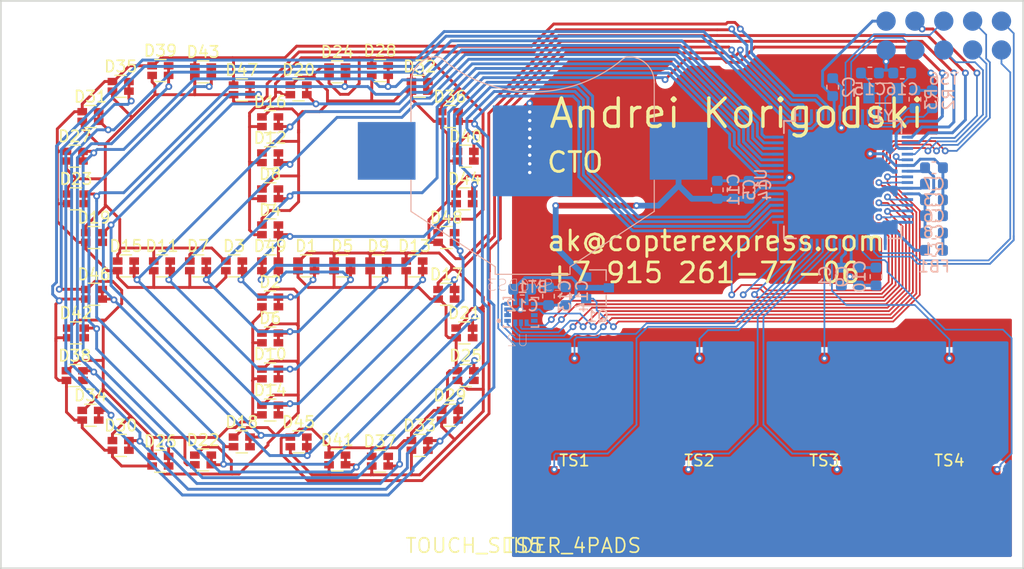
<source format=kicad_pcb>
(kicad_pcb (version 20171130) (host pcbnew 5.0.2+dfsg1-1~bpo9+1)
  (layers (0 F.Cu signal) (31 B.Cu signal) (34 B.Paste user hide) (35 F.Paste user hide) (36 B.SilkS user hide) (37 F.SilkS user) (38 B.Mask user) (39 F.Mask user) (44 Edge.Cuts user))
  (net 0 "")
  (net 1 LED_K0)
  (net 2 LED_K1)
  (net 3 LED_A0)
  (net 4 LED_K3)
  (net 5 LED_K2)
  (net 6 LED_K4)
  (net 7 LED_K5)
  (net 8 LED_K7)
  (net 9 LED_K6)
  (net 10 LED_K8)
  (net 11 LED_A1)
  (net 12 LED_A2)
  (net 13 LED_A3)
  (net 14 LED_A4)
  (net 15 LED_A5)
  (net 16 LED_A6)
  (net 17 LED_A7)
  (net 18 LED_A8)
  (net 19 VDD)
  (net 20 GND)
  (net 21 N$7)
  (net 22 N$6)
  (net 23 N$13)
  (net 24 N$14)
  (net 25 N$5)
  (net 26 N$19)
  (net 27 N$20)
  (net 28 N$16)
  (net 29 N$15)
  (net 30 N$17)
  (net 31 N$18)
  (net 32 N$12)
  (net 33 N$11)
  (net 34 TOUCH_PAD0)
  (net 35 N$1)
  (net 36 TOUCH_PAD1)
  (net 37 TOUCH_PAD2)
  (net 38 TOUCH_PAD3)
  (net 39 N$21)
  (net 40 N$22)
  (net 41 N$23)
  (net 42 N$8)
  (net 43 N$10)
  (net 44 N$9)
  (net 45 LED_K9)
  (net 46 LED_K10)
  (net 47 LED_K11)
  (net 48 LFXTAL_P)
  (net 49 LFXTAL_N)
  (net 50 IMU_VDD)
  (net 51 N$24)
  (net 52 MCU_AVDD)
  (net 53 N$2)
  (net 54 N$25)
  (module footprints:LED_DUAL_0606 (layer F.Cu) (at 126.884 103.351)
    (fp_text reference D1 (at 0 -1.75) (layer F.SilkS))
    (fp_text value LED_Dual_AACC)
    (pad 3 smd rect (at 0.725 -0.425) (size 0.85 0.65) (layers F.Cu F.Paste F.Mask) (net 1 LED_K0))
    (pad 4 smd rect (at 0.725 0.425) (size 0.85 0.65) (layers F.Cu F.Paste F.Mask) (net 1 LED_K0))
    (pad 2 smd rect (at -0.725 0.425) (size 0.85 0.65) (layers F.Cu F.Paste F.Mask) (net 11 LED_A1))
    (pad 1 smd rect (at -0.725 -0.425) (size 0.85 0.65) (layers F.Cu F.Paste F.Mask) (net 3 LED_A0))
  )
  (module footprints:LED_DUAL_0606 (layer F.Cu) (at 123.709 106.526)
    (fp_text reference D2 (at 0 -1.75) (layer F.SilkS))
    (fp_text value LED_Dual_AACC)
    (pad 3 smd rect (at 0.725 -0.425) (size 0.85 0.65) (layers F.Cu F.Paste F.Mask) (net 1 LED_K0))
    (pad 4 smd rect (at 0.725 0.425) (size 0.85 0.65) (layers F.Cu F.Paste F.Mask) (net 1 LED_K0))
    (pad 2 smd rect (at -0.725 0.425) (size 0.85 0.65) (layers F.Cu F.Paste F.Mask) (net 13 LED_A3))
    (pad 1 smd rect (at -0.725 -0.425) (size 0.85 0.65) (layers F.Cu F.Paste F.Mask) (net 12 LED_A2))
  )
  (module footprints:LED_DUAL_0606 (layer F.Cu) (at 120.534 103.351)
    (fp_text reference D3 (at 0 -1.75) (layer F.SilkS))
    (fp_text value LED_Dual_AACC)
    (pad 3 smd rect (at 0.725 -0.425) (size 0.85 0.65) (layers F.Cu F.Paste F.Mask) (net 1 LED_K0))
    (pad 4 smd rect (at 0.725 0.425) (size 0.85 0.65) (layers F.Cu F.Paste F.Mask) (net 1 LED_K0))
    (pad 2 smd rect (at -0.725 0.425) (size 0.85 0.65) (layers F.Cu F.Paste F.Mask) (net 15 LED_A5))
    (pad 1 smd rect (at -0.725 -0.425) (size 0.85 0.65) (layers F.Cu F.Paste F.Mask) (net 14 LED_A4))
  )
  (module footprints:LED_DUAL_0606 (layer F.Cu) (at 123.709 100.176)
    (fp_text reference D4 (at 0 -1.75) (layer F.SilkS))
    (fp_text value LED_Dual_AACC)
    (pad 3 smd rect (at 0.725 -0.425) (size 0.85 0.65) (layers F.Cu F.Paste F.Mask) (net 1 LED_K0))
    (pad 4 smd rect (at 0.725 0.425) (size 0.85 0.65) (layers F.Cu F.Paste F.Mask) (net 1 LED_K0))
    (pad 2 smd rect (at -0.725 0.425) (size 0.85 0.65) (layers F.Cu F.Paste F.Mask) (net 17 LED_A7))
    (pad 1 smd rect (at -0.725 -0.425) (size 0.85 0.65) (layers F.Cu F.Paste F.Mask) (net 16 LED_A6))
  )
  (module footprints:LED_DUAL_0606 (layer F.Cu) (at 130.059 103.351)
    (fp_text reference D5 (at 0 -1.75) (layer F.SilkS))
    (fp_text value LED_Dual_AACC)
    (pad 3 smd rect (at 0.725 -0.425) (size 0.85 0.65) (layers F.Cu F.Paste F.Mask) (net 2 LED_K1))
    (pad 4 smd rect (at 0.725 0.425) (size 0.85 0.65) (layers F.Cu F.Paste F.Mask) (net 2 LED_K1))
    (pad 2 smd rect (at -0.725 0.425) (size 0.85 0.65) (layers F.Cu F.Paste F.Mask) (net 11 LED_A1))
    (pad 1 smd rect (at -0.725 -0.425) (size 0.85 0.65) (layers F.Cu F.Paste F.Mask) (net 3 LED_A0))
  )
  (module footprints:LED_DUAL_0606 (layer F.Cu) (at 123.709 109.701)
    (fp_text reference D6 (at 0 -1.75) (layer F.SilkS))
    (fp_text value LED_Dual_AACC)
    (pad 3 smd rect (at 0.725 -0.425) (size 0.85 0.65) (layers F.Cu F.Paste F.Mask) (net 2 LED_K1))
    (pad 4 smd rect (at 0.725 0.425) (size 0.85 0.65) (layers F.Cu F.Paste F.Mask) (net 2 LED_K1))
    (pad 2 smd rect (at -0.725 0.425) (size 0.85 0.65) (layers F.Cu F.Paste F.Mask) (net 13 LED_A3))
    (pad 1 smd rect (at -0.725 -0.425) (size 0.85 0.65) (layers F.Cu F.Paste F.Mask) (net 12 LED_A2))
  )
  (module footprints:LED_DUAL_0606 (layer F.Cu) (at 117.359 103.351)
    (fp_text reference D7 (at 0 -1.75) (layer F.SilkS))
    (fp_text value LED_Dual_AACC)
    (pad 3 smd rect (at 0.725 -0.425) (size 0.85 0.65) (layers F.Cu F.Paste F.Mask) (net 2 LED_K1))
    (pad 4 smd rect (at 0.725 0.425) (size 0.85 0.65) (layers F.Cu F.Paste F.Mask) (net 2 LED_K1))
    (pad 2 smd rect (at -0.725 0.425) (size 0.85 0.65) (layers F.Cu F.Paste F.Mask) (net 15 LED_A5))
    (pad 1 smd rect (at -0.725 -0.425) (size 0.85 0.65) (layers F.Cu F.Paste F.Mask) (net 14 LED_A4))
  )
  (module footprints:LED_DUAL_0606 (layer F.Cu) (at 123.709 97.001)
    (fp_text reference D8 (at 0 -1.75) (layer F.SilkS))
    (fp_text value LED_Dual_AACC)
    (pad 3 smd rect (at 0.725 -0.425) (size 0.85 0.65) (layers F.Cu F.Paste F.Mask) (net 2 LED_K1))
    (pad 4 smd rect (at 0.725 0.425) (size 0.85 0.65) (layers F.Cu F.Paste F.Mask) (net 2 LED_K1))
    (pad 2 smd rect (at -0.725 0.425) (size 0.85 0.65) (layers F.Cu F.Paste F.Mask) (net 17 LED_A7))
    (pad 1 smd rect (at -0.725 -0.425) (size 0.85 0.65) (layers F.Cu F.Paste F.Mask) (net 16 LED_A6))
  )
  (module footprints:LED_DUAL_0606 (layer F.Cu) (at 133.234 103.351)
    (fp_text reference D9 (at 0 -1.75) (layer F.SilkS))
    (fp_text value LED_Dual_AACC)
    (pad 3 smd rect (at 0.725 -0.425) (size 0.85 0.65) (layers F.Cu F.Paste F.Mask) (net 5 LED_K2))
    (pad 4 smd rect (at 0.725 0.425) (size 0.85 0.65) (layers F.Cu F.Paste F.Mask) (net 5 LED_K2))
    (pad 2 smd rect (at -0.725 0.425) (size 0.85 0.65) (layers F.Cu F.Paste F.Mask) (net 11 LED_A1))
    (pad 1 smd rect (at -0.725 -0.425) (size 0.85 0.65) (layers F.Cu F.Paste F.Mask) (net 3 LED_A0))
  )
  (module footprints:LED_DUAL_0606 (layer F.Cu) (at 123.709 112.875999)
    (fp_text reference D10 (at 0 -1.75) (layer F.SilkS))
    (fp_text value LED_Dual_AACC)
    (pad 3 smd rect (at 0.725 -0.425) (size 0.85 0.65) (layers F.Cu F.Paste F.Mask) (net 5 LED_K2))
    (pad 4 smd rect (at 0.725 0.425) (size 0.85 0.65) (layers F.Cu F.Paste F.Mask) (net 5 LED_K2))
    (pad 2 smd rect (at -0.725 0.425) (size 0.85 0.65) (layers F.Cu F.Paste F.Mask) (net 13 LED_A3))
    (pad 1 smd rect (at -0.725 -0.425) (size 0.85 0.65) (layers F.Cu F.Paste F.Mask) (net 12 LED_A2))
  )
  (module footprints:LED_DUAL_0606 (layer F.Cu) (at 114.184 103.351)
    (fp_text reference D11 (at 0 -1.75) (layer F.SilkS))
    (fp_text value LED_Dual_AACC)
    (pad 3 smd rect (at 0.725 -0.425) (size 0.85 0.65) (layers F.Cu F.Paste F.Mask) (net 5 LED_K2))
    (pad 4 smd rect (at 0.725 0.425) (size 0.85 0.65) (layers F.Cu F.Paste F.Mask) (net 5 LED_K2))
    (pad 2 smd rect (at -0.725 0.425) (size 0.85 0.65) (layers F.Cu F.Paste F.Mask) (net 15 LED_A5))
    (pad 1 smd rect (at -0.725 -0.425) (size 0.85 0.65) (layers F.Cu F.Paste F.Mask) (net 14 LED_A4))
  )
  (module footprints:LED_DUAL_0606 (layer F.Cu) (at 123.709 93.826)
    (fp_text reference D12 (at 0 -1.75) (layer F.SilkS))
    (fp_text value LED_Dual_AACC)
    (pad 3 smd rect (at 0.725 -0.425) (size 0.85 0.65) (layers F.Cu F.Paste F.Mask) (net 5 LED_K2))
    (pad 4 smd rect (at 0.725 0.425) (size 0.85 0.65) (layers F.Cu F.Paste F.Mask) (net 5 LED_K2))
    (pad 2 smd rect (at -0.725 0.425) (size 0.85 0.65) (layers F.Cu F.Paste F.Mask) (net 17 LED_A7))
    (pad 1 smd rect (at -0.725 -0.425) (size 0.85 0.65) (layers F.Cu F.Paste F.Mask) (net 16 LED_A6))
  )
  (module footprints:LED_DUAL_0606 (layer F.Cu) (at 136.409 103.351)
    (fp_text reference D13 (at 0 -1.75) (layer F.SilkS))
    (fp_text value LED_Dual_AACC)
    (pad 3 smd rect (at 0.725 -0.425) (size 0.85 0.65) (layers F.Cu F.Paste F.Mask) (net 4 LED_K3))
    (pad 4 smd rect (at 0.725 0.425) (size 0.85 0.65) (layers F.Cu F.Paste F.Mask) (net 4 LED_K3))
    (pad 2 smd rect (at -0.725 0.425) (size 0.85 0.65) (layers F.Cu F.Paste F.Mask) (net 11 LED_A1))
    (pad 1 smd rect (at -0.725 -0.425) (size 0.85 0.65) (layers F.Cu F.Paste F.Mask) (net 3 LED_A0))
  )
  (module footprints:LED_DUAL_0606 (layer F.Cu) (at 123.709 116.051)
    (fp_text reference D14 (at 0 -1.75) (layer F.SilkS))
    (fp_text value LED_Dual_AACC)
    (pad 3 smd rect (at 0.725 -0.425) (size 0.85 0.65) (layers F.Cu F.Paste F.Mask) (net 4 LED_K3))
    (pad 4 smd rect (at 0.725 0.425) (size 0.85 0.65) (layers F.Cu F.Paste F.Mask) (net 4 LED_K3))
    (pad 2 smd rect (at -0.725 0.425) (size 0.85 0.65) (layers F.Cu F.Paste F.Mask) (net 13 LED_A3))
    (pad 1 smd rect (at -0.725 -0.425) (size 0.85 0.65) (layers F.Cu F.Paste F.Mask) (net 12 LED_A2))
  )
  (module footprints:LED_DUAL_0606 (layer F.Cu) (at 111.009 103.351)
    (fp_text reference D15 (at 0 -1.75) (layer F.SilkS))
    (fp_text value LED_Dual_AACC)
    (pad 3 smd rect (at 0.725 -0.425) (size 0.85 0.65) (layers F.Cu F.Paste F.Mask) (net 4 LED_K3))
    (pad 4 smd rect (at 0.725 0.425) (size 0.85 0.65) (layers F.Cu F.Paste F.Mask) (net 4 LED_K3))
    (pad 2 smd rect (at -0.725 0.425) (size 0.85 0.65) (layers F.Cu F.Paste F.Mask) (net 15 LED_A5))
    (pad 1 smd rect (at -0.725 -0.425) (size 0.85 0.65) (layers F.Cu F.Paste F.Mask) (net 14 LED_A4))
  )
  (module footprints:LED_DUAL_0606 (layer F.Cu) (at 123.709 90.651)
    (fp_text reference D16 (at 0 -1.75) (layer F.SilkS))
    (fp_text value LED_Dual_AACC)
    (pad 3 smd rect (at 0.725 -0.425) (size 0.85 0.65) (layers F.Cu F.Paste F.Mask) (net 4 LED_K3))
    (pad 4 smd rect (at 0.725 0.425) (size 0.85 0.65) (layers F.Cu F.Paste F.Mask) (net 4 LED_K3))
    (pad 2 smd rect (at -0.725 0.425) (size 0.85 0.65) (layers F.Cu F.Paste F.Mask) (net 17 LED_A7))
    (pad 1 smd rect (at -0.725 -0.425) (size 0.85 0.65) (layers F.Cu F.Paste F.Mask) (net 16 LED_A6))
  )
  (module footprints:LED_DUAL_0606 (layer F.Cu) (at 139.217852 105.850666)
    (fp_text reference D17 (at 0 -1.75) (layer F.SilkS))
    (fp_text value LED_Dual_AACC)
    (pad 3 smd rect (at 0.725 -0.425) (size 0.85 0.65) (layers F.Cu F.Paste F.Mask) (net 6 LED_K4))
    (pad 4 smd rect (at 0.725 0.425) (size 0.85 0.65) (layers F.Cu F.Paste F.Mask) (net 6 LED_K4))
    (pad 2 smd rect (at -0.725 0.425) (size 0.85 0.65) (layers F.Cu F.Paste F.Mask) (net 11 LED_A1))
    (pad 1 smd rect (at -0.725 -0.425) (size 0.85 0.65) (layers F.Cu F.Paste F.Mask) (net 3 LED_A0))
  )
  (module footprints:LED_DUAL_0606 (layer F.Cu) (at 121.209333 118.859852)
    (fp_text reference D18 (at 0 -1.75) (layer F.SilkS))
    (fp_text value LED_Dual_AACC)
    (pad 3 smd rect (at 0.725 -0.425) (size 0.85 0.65) (layers F.Cu F.Paste F.Mask) (net 6 LED_K4))
    (pad 4 smd rect (at 0.725 0.425) (size 0.85 0.65) (layers F.Cu F.Paste F.Mask) (net 6 LED_K4))
    (pad 2 smd rect (at -0.725 0.425) (size 0.85 0.65) (layers F.Cu F.Paste F.Mask) (net 13 LED_A3))
    (pad 1 smd rect (at -0.725 -0.425) (size 0.85 0.65) (layers F.Cu F.Paste F.Mask) (net 12 LED_A2))
  )
  (module footprints:LED_DUAL_0606 (layer F.Cu) (at 108.200147 100.851333)
    (fp_text reference D19 (at 0 -1.75) (layer F.SilkS))
    (fp_text value LED_Dual_AACC)
    (pad 3 smd rect (at 0.725 -0.425) (size 0.85 0.65) (layers F.Cu F.Paste F.Mask) (net 6 LED_K4))
    (pad 4 smd rect (at 0.725 0.425) (size 0.85 0.65) (layers F.Cu F.Paste F.Mask) (net 6 LED_K4))
    (pad 2 smd rect (at -0.725 0.425) (size 0.85 0.65) (layers F.Cu F.Paste F.Mask) (net 15 LED_A5))
    (pad 1 smd rect (at -0.725 -0.425) (size 0.85 0.65) (layers F.Cu F.Paste F.Mask) (net 14 LED_A4))
  )
  (module footprints:LED_DUAL_0606 (layer F.Cu) (at 126.208666 87.842147)
    (fp_text reference D20 (at 0 -1.75) (layer F.SilkS))
    (fp_text value LED_Dual_AACC)
    (pad 3 smd rect (at 0.725 -0.425) (size 0.85 0.65) (layers F.Cu F.Paste F.Mask) (net 6 LED_K4))
    (pad 4 smd rect (at 0.725 0.425) (size 0.85 0.65) (layers F.Cu F.Paste F.Mask) (net 6 LED_K4))
    (pad 2 smd rect (at -0.725 0.425) (size 0.85 0.65) (layers F.Cu F.Paste F.Mask) (net 17 LED_A7))
    (pad 1 smd rect (at -0.725 -0.425) (size 0.85 0.65) (layers F.Cu F.Paste F.Mask) (net 16 LED_A6))
  )
  (module footprints:LED_DUAL_0606 (layer F.Cu) (at 140.806919 109.258431)
    (fp_text reference D21 (at 0 -1.75) (layer F.SilkS))
    (fp_text value LED_Dual_AACC)
    (pad 3 smd rect (at 0.725 -0.425) (size 0.85 0.65) (layers F.Cu F.Paste F.Mask) (net 7 LED_K5))
    (pad 4 smd rect (at 0.725 0.425) (size 0.85 0.65) (layers F.Cu F.Paste F.Mask) (net 7 LED_K5))
    (pad 2 smd rect (at -0.725 0.425) (size 0.85 0.65) (layers F.Cu F.Paste F.Mask) (net 11 LED_A1))
    (pad 1 smd rect (at -0.725 -0.425) (size 0.85 0.65) (layers F.Cu F.Paste F.Mask) (net 3 LED_A0))
  )
  (module footprints:LED_DUAL_0606 (layer F.Cu) (at 117.801568 120.448919)
    (fp_text reference D22 (at 0 -1.75) (layer F.SilkS))
    (fp_text value LED_Dual_AACC)
    (pad 3 smd rect (at 0.725 -0.425) (size 0.85 0.65) (layers F.Cu F.Paste F.Mask) (net 7 LED_K5))
    (pad 4 smd rect (at 0.725 0.425) (size 0.85 0.65) (layers F.Cu F.Paste F.Mask) (net 7 LED_K5))
    (pad 2 smd rect (at -0.725 0.425) (size 0.85 0.65) (layers F.Cu F.Paste F.Mask) (net 13 LED_A3))
    (pad 1 smd rect (at -0.725 -0.425) (size 0.85 0.65) (layers F.Cu F.Paste F.Mask) (net 12 LED_A2))
  )
  (module footprints:LED_DUAL_0606 (layer F.Cu) (at 106.61108 97.443568)
    (fp_text reference D23 (at 0 -1.75) (layer F.SilkS))
    (fp_text value LED_Dual_AACC)
    (pad 3 smd rect (at 0.725 -0.425) (size 0.85 0.65) (layers F.Cu F.Paste F.Mask) (net 7 LED_K5))
    (pad 4 smd rect (at 0.725 0.425) (size 0.85 0.65) (layers F.Cu F.Paste F.Mask) (net 7 LED_K5))
    (pad 2 smd rect (at -0.725 0.425) (size 0.85 0.65) (layers F.Cu F.Paste F.Mask) (net 15 LED_A5))
    (pad 1 smd rect (at -0.725 -0.425) (size 0.85 0.65) (layers F.Cu F.Paste F.Mask) (net 14 LED_A4))
  )
  (module footprints:LED_DUAL_0606 (layer F.Cu) (at 129.616431 86.25308)
    (fp_text reference D24 (at 0 -1.75) (layer F.SilkS))
    (fp_text value LED_Dual_AACC)
    (pad 3 smd rect (at 0.725 -0.425) (size 0.85 0.65) (layers F.Cu F.Paste F.Mask) (net 7 LED_K5))
    (pad 4 smd rect (at 0.725 0.425) (size 0.85 0.65) (layers F.Cu F.Paste F.Mask) (net 7 LED_K5))
    (pad 2 smd rect (at -0.725 0.425) (size 0.85 0.65) (layers F.Cu F.Paste F.Mask) (net 17 LED_A7))
    (pad 1 smd rect (at -0.725 -0.425) (size 0.85 0.65) (layers F.Cu F.Paste F.Mask) (net 16 LED_A6))
  )
  (module footprints:LED_DUAL_0606 (layer F.Cu) (at 140.916279 113.016892)
    (fp_text reference D25 (at 0 -1.75) (layer F.SilkS))
    (fp_text value LED_Dual_AACC)
    (pad 3 smd rect (at 0.725 -0.425) (size 0.85 0.65) (layers F.Cu F.Paste F.Mask) (net 9 LED_K6))
    (pad 4 smd rect (at 0.725 0.425) (size 0.85 0.65) (layers F.Cu F.Paste F.Mask) (net 9 LED_K6))
    (pad 2 smd rect (at -0.725 0.425) (size 0.85 0.65) (layers F.Cu F.Paste F.Mask) (net 3 LED_A0))
    (pad 1 smd rect (at -0.725 -0.425) (size 0.85 0.65) (layers F.Cu F.Paste F.Mask) (net 11 LED_A1))
  )
  (module footprints:LED_DUAL_0606 (layer F.Cu) (at 114.043107 120.558279)
    (fp_text reference D26 (at 0 -1.75) (layer F.SilkS))
    (fp_text value LED_Dual_AACC)
    (pad 3 smd rect (at 0.725 -0.425) (size 0.85 0.65) (layers F.Cu F.Paste F.Mask) (net 9 LED_K6))
    (pad 4 smd rect (at 0.725 0.425) (size 0.85 0.65) (layers F.Cu F.Paste F.Mask) (net 9 LED_K6))
    (pad 2 smd rect (at -0.725 0.425) (size 0.85 0.65) (layers F.Cu F.Paste F.Mask) (net 12 LED_A2))
    (pad 1 smd rect (at -0.725 -0.425) (size 0.85 0.65) (layers F.Cu F.Paste F.Mask) (net 13 LED_A3))
  )
  (module footprints:LED_DUAL_0606 (layer F.Cu) (at 106.50172 93.685107)
    (fp_text reference D27 (at 0 -1.75) (layer F.SilkS))
    (fp_text value LED_Dual_AACC)
    (pad 3 smd rect (at 0.725 -0.425) (size 0.85 0.65) (layers F.Cu F.Paste F.Mask) (net 9 LED_K6))
    (pad 4 smd rect (at 0.725 0.425) (size 0.85 0.65) (layers F.Cu F.Paste F.Mask) (net 9 LED_K6))
    (pad 2 smd rect (at -0.725 0.425) (size 0.85 0.65) (layers F.Cu F.Paste F.Mask) (net 14 LED_A4))
    (pad 1 smd rect (at -0.725 -0.425) (size 0.85 0.65) (layers F.Cu F.Paste F.Mask) (net 15 LED_A5))
  )
  (module footprints:LED_DUAL_0606 (layer F.Cu) (at 133.374892 86.14372)
    (fp_text reference D28 (at 0 -1.75) (layer F.SilkS))
    (fp_text value LED_Dual_AACC)
    (pad 3 smd rect (at 0.725 -0.425) (size 0.85 0.65) (layers F.Cu F.Paste F.Mask) (net 9 LED_K6))
    (pad 4 smd rect (at 0.725 0.425) (size 0.85 0.65) (layers F.Cu F.Paste F.Mask) (net 9 LED_K6))
    (pad 2 smd rect (at -0.725 0.425) (size 0.85 0.65) (layers F.Cu F.Paste F.Mask) (net 16 LED_A6))
    (pad 1 smd rect (at -0.725 -0.425) (size 0.85 0.65) (layers F.Cu F.Paste F.Mask) (net 17 LED_A7))
  )
  (module footprints:LED_DUAL_0606 (layer F.Cu) (at 139.528045 116.511287)
    (fp_text reference D29 (at 0 -1.75) (layer F.SilkS))
    (fp_text value LED_Dual_AACC)
    (pad 3 smd rect (at 0.725 -0.425) (size 0.85 0.65) (layers F.Cu F.Paste F.Mask) (net 8 LED_K7))
    (pad 4 smd rect (at 0.725 0.425) (size 0.85 0.65) (layers F.Cu F.Paste F.Mask) (net 8 LED_K7))
    (pad 2 smd rect (at -0.725 0.425) (size 0.85 0.65) (layers F.Cu F.Paste F.Mask) (net 3 LED_A0))
    (pad 1 smd rect (at -0.725 -0.425) (size 0.85 0.65) (layers F.Cu F.Paste F.Mask) (net 11 LED_A1))
  )
  (module footprints:LED_DUAL_0606 (layer F.Cu) (at 110.548712 119.170045)
    (fp_text reference D30 (at 0 -1.75) (layer F.SilkS))
    (fp_text value LED_Dual_AACC)
    (pad 3 smd rect (at 0.725 -0.425) (size 0.85 0.65) (layers F.Cu F.Paste F.Mask) (net 8 LED_K7))
    (pad 4 smd rect (at 0.725 0.425) (size 0.85 0.65) (layers F.Cu F.Paste F.Mask) (net 8 LED_K7))
    (pad 2 smd rect (at -0.725 0.425) (size 0.85 0.65) (layers F.Cu F.Paste F.Mask) (net 12 LED_A2))
    (pad 1 smd rect (at -0.725 -0.425) (size 0.85 0.65) (layers F.Cu F.Paste F.Mask) (net 13 LED_A3))
  )
  (module footprints:LED_DUAL_0606 (layer F.Cu) (at 107.889954 90.190712)
    (fp_text reference D31 (at 0 -1.75) (layer F.SilkS))
    (fp_text value LED_Dual_AACC)
    (pad 3 smd rect (at 0.725 -0.425) (size 0.85 0.65) (layers F.Cu F.Paste F.Mask) (net 8 LED_K7))
    (pad 4 smd rect (at 0.725 0.425) (size 0.85 0.65) (layers F.Cu F.Paste F.Mask) (net 8 LED_K7))
    (pad 2 smd rect (at -0.725 0.425) (size 0.85 0.65) (layers F.Cu F.Paste F.Mask) (net 14 LED_A4))
    (pad 1 smd rect (at -0.725 -0.425) (size 0.85 0.65) (layers F.Cu F.Paste F.Mask) (net 15 LED_A5))
  )
  (module footprints:LED_DUAL_0606 (layer F.Cu) (at 136.869287 87.531954)
    (fp_text reference D32 (at 0 -1.75) (layer F.SilkS))
    (fp_text value LED_Dual_AACC)
    (pad 3 smd rect (at 0.725 -0.425) (size 0.85 0.65) (layers F.Cu F.Paste F.Mask) (net 8 LED_K7))
    (pad 4 smd rect (at 0.725 0.425) (size 0.85 0.65) (layers F.Cu F.Paste F.Mask) (net 8 LED_K7))
    (pad 2 smd rect (at -0.725 0.425) (size 0.85 0.65) (layers F.Cu F.Paste F.Mask) (net 16 LED_A6))
    (pad 1 smd rect (at -0.725 -0.425) (size 0.85 0.65) (layers F.Cu F.Paste F.Mask) (net 17 LED_A7))
  )
  (module footprints:LED_DUAL_0606 (layer F.Cu) (at 136.869287 119.170045)
    (fp_text reference D33 (at 0 -1.75) (layer F.SilkS))
    (fp_text value LED_Dual_AACC)
    (pad 3 smd rect (at 0.725 -0.425) (size 0.85 0.65) (layers F.Cu F.Paste F.Mask) (net 10 LED_K8))
    (pad 4 smd rect (at 0.725 0.425) (size 0.85 0.65) (layers F.Cu F.Paste F.Mask) (net 10 LED_K8))
    (pad 2 smd rect (at -0.725 0.425) (size 0.85 0.65) (layers F.Cu F.Paste F.Mask) (net 3 LED_A0))
    (pad 1 smd rect (at -0.725 -0.425) (size 0.85 0.65) (layers F.Cu F.Paste F.Mask) (net 11 LED_A1))
  )
  (module footprints:LED_DUAL_0606 (layer F.Cu) (at 107.889954 116.511287)
    (fp_text reference D34 (at 0 -1.75) (layer F.SilkS))
    (fp_text value LED_Dual_AACC)
    (pad 3 smd rect (at 0.725 -0.425) (size 0.85 0.65) (layers F.Cu F.Paste F.Mask) (net 10 LED_K8))
    (pad 4 smd rect (at 0.725 0.425) (size 0.85 0.65) (layers F.Cu F.Paste F.Mask) (net 10 LED_K8))
    (pad 2 smd rect (at -0.725 0.425) (size 0.85 0.65) (layers F.Cu F.Paste F.Mask) (net 12 LED_A2))
    (pad 1 smd rect (at -0.725 -0.425) (size 0.85 0.65) (layers F.Cu F.Paste F.Mask) (net 13 LED_A3))
  )
  (module footprints:LED_DUAL_0606 (layer F.Cu) (at 110.548712 87.531954)
    (fp_text reference D35 (at 0 -1.75) (layer F.SilkS))
    (fp_text value LED_Dual_AACC)
    (pad 3 smd rect (at 0.725 -0.425) (size 0.85 0.65) (layers F.Cu F.Paste F.Mask) (net 10 LED_K8))
    (pad 4 smd rect (at 0.725 0.425) (size 0.85 0.65) (layers F.Cu F.Paste F.Mask) (net 10 LED_K8))
    (pad 2 smd rect (at -0.725 0.425) (size 0.85 0.65) (layers F.Cu F.Paste F.Mask) (net 14 LED_A4))
    (pad 1 smd rect (at -0.725 -0.425) (size 0.85 0.65) (layers F.Cu F.Paste F.Mask) (net 15 LED_A5))
  )
  (module footprints:LED_DUAL_0606 (layer F.Cu) (at 139.528045 90.190712)
    (fp_text reference D36 (at 0 -1.75) (layer F.SilkS))
    (fp_text value LED_Dual_AACC)
    (pad 3 smd rect (at 0.725 -0.425) (size 0.85 0.65) (layers F.Cu F.Paste F.Mask) (net 10 LED_K8))
    (pad 4 smd rect (at 0.725 0.425) (size 0.85 0.65) (layers F.Cu F.Paste F.Mask) (net 10 LED_K8))
    (pad 2 smd rect (at -0.725 0.425) (size 0.85 0.65) (layers F.Cu F.Paste F.Mask) (net 16 LED_A6))
    (pad 1 smd rect (at -0.725 -0.425) (size 0.85 0.65) (layers F.Cu F.Paste F.Mask) (net 17 LED_A7))
  )
  (module footprints:LED_DUAL_0606 (layer F.Cu) (at 133.374892 120.558279)
    (fp_text reference D37 (at 0 -1.75) (layer F.SilkS))
    (fp_text value LED_Dual_AACC)
    (pad 3 smd rect (at 0.725 -0.425) (size 0.85 0.65) (layers F.Cu F.Paste F.Mask) (net 45 LED_K9))
    (pad 4 smd rect (at 0.725 0.425) (size 0.85 0.65) (layers F.Cu F.Paste F.Mask) (net 45 LED_K9))
    (pad 2 smd rect (at -0.725 0.425) (size 0.85 0.65) (layers F.Cu F.Paste F.Mask) (net 3 LED_A0))
    (pad 1 smd rect (at -0.725 -0.425) (size 0.85 0.65) (layers F.Cu F.Paste F.Mask) (net 11 LED_A1))
  )
  (module footprints:LED_DUAL_0606 (layer F.Cu) (at 106.50172 113.016892)
    (fp_text reference D38 (at 0 -1.75) (layer F.SilkS))
    (fp_text value LED_Dual_AACC)
    (pad 3 smd rect (at 0.725 -0.425) (size 0.85 0.65) (layers F.Cu F.Paste F.Mask) (net 45 LED_K9))
    (pad 4 smd rect (at 0.725 0.425) (size 0.85 0.65) (layers F.Cu F.Paste F.Mask) (net 45 LED_K9))
    (pad 2 smd rect (at -0.725 0.425) (size 0.85 0.65) (layers F.Cu F.Paste F.Mask) (net 12 LED_A2))
    (pad 1 smd rect (at -0.725 -0.425) (size 0.85 0.65) (layers F.Cu F.Paste F.Mask) (net 13 LED_A3))
  )
  (module footprints:LED_DUAL_0606 (layer F.Cu) (at 114.043107 86.14372)
    (fp_text reference D39 (at 0 -1.75) (layer F.SilkS))
    (fp_text value LED_Dual_AACC)
    (pad 3 smd rect (at 0.725 -0.425) (size 0.85 0.65) (layers F.Cu F.Paste F.Mask) (net 45 LED_K9))
    (pad 4 smd rect (at 0.725 0.425) (size 0.85 0.65) (layers F.Cu F.Paste F.Mask) (net 45 LED_K9))
    (pad 2 smd rect (at -0.725 0.425) (size 0.85 0.65) (layers F.Cu F.Paste F.Mask) (net 14 LED_A4))
    (pad 1 smd rect (at -0.725 -0.425) (size 0.85 0.65) (layers F.Cu F.Paste F.Mask) (net 15 LED_A5))
  )
  (module footprints:LED_DUAL_0606 (layer F.Cu) (at 140.916279 93.685107)
    (fp_text reference D40 (at 0 -1.75) (layer F.SilkS))
    (fp_text value LED_Dual_AACC)
    (pad 3 smd rect (at 0.725 -0.425) (size 0.85 0.65) (layers F.Cu F.Paste F.Mask) (net 45 LED_K9))
    (pad 4 smd rect (at 0.725 0.425) (size 0.85 0.65) (layers F.Cu F.Paste F.Mask) (net 45 LED_K9))
    (pad 2 smd rect (at -0.725 0.425) (size 0.85 0.65) (layers F.Cu F.Paste F.Mask) (net 16 LED_A6))
    (pad 1 smd rect (at -0.725 -0.425) (size 0.85 0.65) (layers F.Cu F.Paste F.Mask) (net 17 LED_A7))
  )
  (module footprints:LED_DUAL_0606 (layer F.Cu) (at 129.616431 120.448919)
    (fp_text reference D41 (at 0 -1.75) (layer F.SilkS))
    (fp_text value LED_Dual_AACC)
    (pad 3 smd rect (at 0.725 -0.425) (size 0.85 0.65) (layers F.Cu F.Paste F.Mask) (net 46 LED_K10))
    (pad 4 smd rect (at 0.725 0.425) (size 0.85 0.65) (layers F.Cu F.Paste F.Mask) (net 46 LED_K10))
    (pad 2 smd rect (at -0.725 0.425) (size 0.85 0.65) (layers F.Cu F.Paste F.Mask) (net 3 LED_A0))
    (pad 1 smd rect (at -0.725 -0.425) (size 0.85 0.65) (layers F.Cu F.Paste F.Mask) (net 11 LED_A1))
  )
  (module footprints:LED_DUAL_0606 (layer F.Cu) (at 106.61108 109.258431)
    (fp_text reference D42 (at 0 -1.75) (layer F.SilkS))
    (fp_text value LED_Dual_AACC)
    (pad 3 smd rect (at 0.725 -0.425) (size 0.85 0.65) (layers F.Cu F.Paste F.Mask) (net 46 LED_K10))
    (pad 4 smd rect (at 0.725 0.425) (size 0.85 0.65) (layers F.Cu F.Paste F.Mask) (net 46 LED_K10))
    (pad 2 smd rect (at -0.725 0.425) (size 0.85 0.65) (layers F.Cu F.Paste F.Mask) (net 12 LED_A2))
    (pad 1 smd rect (at -0.725 -0.425) (size 0.85 0.65) (layers F.Cu F.Paste F.Mask) (net 13 LED_A3))
  )
  (module footprints:LED_DUAL_0606 (layer F.Cu) (at 117.801568 86.25308)
    (fp_text reference D43 (at 0 -1.75) (layer F.SilkS))
    (fp_text value LED_Dual_AACC)
    (pad 3 smd rect (at 0.725 -0.425) (size 0.85 0.65) (layers F.Cu F.Paste F.Mask) (net 46 LED_K10))
    (pad 4 smd rect (at 0.725 0.425) (size 0.85 0.65) (layers F.Cu F.Paste F.Mask) (net 46 LED_K10))
    (pad 2 smd rect (at -0.725 0.425) (size 0.85 0.65) (layers F.Cu F.Paste F.Mask) (net 14 LED_A4))
    (pad 1 smd rect (at -0.725 -0.425) (size 0.85 0.65) (layers F.Cu F.Paste F.Mask) (net 15 LED_A5))
  )
  (module footprints:LED_DUAL_0606 (layer F.Cu) (at 140.806919 97.443568)
    (fp_text reference D44 (at 0 -1.75) (layer F.SilkS))
    (fp_text value LED_Dual_AACC)
    (pad 3 smd rect (at 0.725 -0.425) (size 0.85 0.65) (layers F.Cu F.Paste F.Mask) (net 46 LED_K10))
    (pad 4 smd rect (at 0.725 0.425) (size 0.85 0.65) (layers F.Cu F.Paste F.Mask) (net 46 LED_K10))
    (pad 2 smd rect (at -0.725 0.425) (size 0.85 0.65) (layers F.Cu F.Paste F.Mask) (net 16 LED_A6))
    (pad 1 smd rect (at -0.725 -0.425) (size 0.85 0.65) (layers F.Cu F.Paste F.Mask) (net 17 LED_A7))
  )
  (module footprints:LED_DUAL_0606 (layer F.Cu) (at 126.208666 118.859852)
    (fp_text reference D45 (at 0 -1.75) (layer F.SilkS))
    (fp_text value LED_Dual_AACC)
    (pad 3 smd rect (at 0.725 -0.425) (size 0.85 0.65) (layers F.Cu F.Paste F.Mask) (net 47 LED_K11))
    (pad 4 smd rect (at 0.725 0.425) (size 0.85 0.65) (layers F.Cu F.Paste F.Mask) (net 47 LED_K11))
    (pad 2 smd rect (at -0.725 0.425) (size 0.85 0.65) (layers F.Cu F.Paste F.Mask) (net 3 LED_A0))
    (pad 1 smd rect (at -0.725 -0.425) (size 0.85 0.65) (layers F.Cu F.Paste F.Mask) (net 11 LED_A1))
  )
  (module footprints:LED_DUAL_0606 (layer F.Cu) (at 108.200147 105.850666)
    (fp_text reference D46 (at 0 -1.75) (layer F.SilkS))
    (fp_text value LED_Dual_AACC)
    (pad 3 smd rect (at 0.725 -0.425) (size 0.85 0.65) (layers F.Cu F.Paste F.Mask) (net 47 LED_K11))
    (pad 4 smd rect (at 0.725 0.425) (size 0.85 0.65) (layers F.Cu F.Paste F.Mask) (net 47 LED_K11))
    (pad 2 smd rect (at -0.725 0.425) (size 0.85 0.65) (layers F.Cu F.Paste F.Mask) (net 12 LED_A2))
    (pad 1 smd rect (at -0.725 -0.425) (size 0.85 0.65) (layers F.Cu F.Paste F.Mask) (net 13 LED_A3))
  )
  (module footprints:LED_DUAL_0606 (layer F.Cu) (at 121.209333 87.842147)
    (fp_text reference D47 (at 0 -1.75) (layer F.SilkS))
    (fp_text value LED_Dual_AACC)
    (pad 3 smd rect (at 0.725 -0.425) (size 0.85 0.65) (layers F.Cu F.Paste F.Mask) (net 47 LED_K11))
    (pad 4 smd rect (at 0.725 0.425) (size 0.85 0.65) (layers F.Cu F.Paste F.Mask) (net 47 LED_K11))
    (pad 2 smd rect (at -0.725 0.425) (size 0.85 0.65) (layers F.Cu F.Paste F.Mask) (net 14 LED_A4))
    (pad 1 smd rect (at -0.725 -0.425) (size 0.85 0.65) (layers F.Cu F.Paste F.Mask) (net 15 LED_A5))
  )
  (module footprints:LED_DUAL_0606 (layer F.Cu) (at 139.217852 100.851333)
    (fp_text reference D48 (at 0 -1.75) (layer F.SilkS))
    (fp_text value LED_Dual_AACC)
    (pad 3 smd rect (at 0.725 -0.425) (size 0.85 0.65) (layers F.Cu F.Paste F.Mask) (net 47 LED_K11))
    (pad 4 smd rect (at 0.725 0.425) (size 0.85 0.65) (layers F.Cu F.Paste F.Mask) (net 47 LED_K11))
    (pad 2 smd rect (at -0.725 0.425) (size 0.85 0.65) (layers F.Cu F.Paste F.Mask) (net 16 LED_A6))
    (pad 1 smd rect (at -0.725 -0.425) (size 0.85 0.65) (layers F.Cu F.Paste F.Mask) (net 17 LED_A7))
  )
  (module footprints:LED_DUAL_0606 (layer F.Cu) (at 123.709 103.351)
    (fp_text reference D49 (at 0 -1.75) (layer F.SilkS))
    (fp_text value LED_Dual_AACC)
    (pad 3 smd rect (at 0.725 -0.425) (size 0.85 0.65) (layers F.Cu F.Paste F.Mask) (net 1 LED_K0))
    (pad 4 smd rect (at 0.725 0.425) (size 0.85 0.65) (layers F.Cu F.Paste F.Mask) (net 2 LED_K1))
    (pad 2 smd rect (at -0.725 0.425) (size 0.85 0.65) (layers F.Cu F.Paste F.Mask) (net 18 LED_A8))
    (pad 1 smd rect (at -0.725 -0.425) (size 0.85 0.65) (layers F.Cu F.Paste F.Mask) (net 18 LED_A8))
  )
  (module Resistor_SMD:R_0603_1608Metric (layer B.Cu) (at 182.1435 100.457)
    (fp_text reference R1 (at 0 1.43) (layer B.SilkS) (effects (justify mirror)))
    (fp_text value 1)
    (pad 1 smd roundrect (at 0.7875 0) (size 0.875 0.95) (layers B.Cu B.Paste B.Mask) (net 53 N$2))
    (pad 2 smd roundrect (at -0.7875 0) (size 0.875 0.95) (layers B.Cu B.Paste B.Mask) (net 52 MCU_AVDD))
  )
  (module Package_QFP:LQFP-64_10x10mm_P0.5mm (layer B.Cu) (at 174.10708 95.75756 270)
    (fp_text reference U1 (at 0 7.2 270) (layer B.SilkS) (effects (justify mirror)))
    (fp_text value EFM32LG232F64)
    (pad 64 smd rect (at -3.75 5.7 180) (size 1 0.25) (layers B.Cu B.Paste B.Mask) (net 8 LED_K7))
    (pad 63 smd rect (at -3.25 5.7 180) (size 1 0.25) (layers B.Cu B.Paste B.Mask) (net 9 LED_K6))
    (pad 62 smd rect (at -2.75 5.7 180) (size 1 0.25) (layers B.Cu B.Paste B.Mask) (net 7 LED_K5))
    (pad 61 smd rect (at -2.25 5.7 180) (size 1 0.25) (layers B.Cu B.Paste B.Mask) (net 6 LED_K4))
    (pad 60 smd rect (at -1.75 5.7 180) (size 1 0.25) (layers B.Cu B.Paste B.Mask) (net 4 LED_K3))
    (pad 59 smd rect (at -1.25 5.7 180) (size 1 0.25) (layers B.Cu B.Paste B.Mask) (net 5 LED_K2))
    (pad 58 smd rect (at -0.75 5.7 180) (size 1 0.25) (layers B.Cu B.Paste B.Mask) (net 2 LED_K1))
    (pad 57 smd rect (at -0.25 5.7 180) (size 1 0.25) (layers B.Cu B.Paste B.Mask) (net 1 LED_K0))
    (pad 56 smd rect (at 0.25 5.7 180) (size 1 0.25) (layers B.Cu B.Paste B.Mask) (net 20 GND))
    (pad 55 smd rect (at 0.75 5.7 180) (size 1 0.25) (layers B.Cu B.Paste B.Mask) (net 19 VDD))
    (pad 54 smd rect (at 1.25 5.7 180) (size 1 0.25) (layers B.Cu B.Paste B.Mask) (net 47 LED_K11))
    (pad 53 smd rect (at 1.75 5.7 180) (size 1 0.25) (layers B.Cu B.Paste B.Mask) (net 46 LED_K10))
    (pad 52 smd rect (at 2.25 5.7 180) (size 1 0.25) (layers B.Cu B.Paste B.Mask) (net 45 LED_K9))
    (pad 51 smd rect (at 2.75 5.7 180) (size 1 0.25) (layers B.Cu B.Paste B.Mask) (net 10 LED_K8))
    (pad 50 smd rect (at 3.25 5.7 180) (size 1 0.25) (layers B.Cu B.Paste B.Mask) (net 44 N$9))
    (pad 49 smd rect (at 3.75 5.7 180) (size 1 0.25) (layers B.Cu B.Paste B.Mask) (net 43 N$10))
    (pad 48 smd rect (at 5.7 3.75 270) (size 1 0.25) (layers B.Cu B.Paste B.Mask) (net 42 N$8))
    (pad 47 smd rect (at 5.7 3.25 270) (size 1 0.25) (layers B.Cu B.Paste B.Mask) (net 34 TOUCH_PAD0))
    (pad 46 smd rect (at 5.7 2.75 270) (size 1 0.25) (layers B.Cu B.Paste B.Mask) (net 27 N$20))
    (pad 45 smd rect (at 5.7 2.25 270) (size 1 0.25) (layers B.Cu B.Paste B.Mask) (net 36 TOUCH_PAD1))
    (pad 44 smd rect (at 5.7 1.75 270) (size 1 0.25) (layers B.Cu B.Paste B.Mask) (net 39 N$21))
    (pad 43 smd rect (at 5.7 1.25 270) (size 1 0.25) (layers B.Cu B.Paste B.Mask) (net 40 N$22))
    (pad 42 smd rect (at 5.7 0.75 270) (size 1 0.25) (layers B.Cu B.Paste B.Mask) (net 37 TOUCH_PAD2))
    (pad 41 smd rect (at 5.7 0.25 270) (size 1 0.25) (layers B.Cu B.Paste B.Mask) (net 38 TOUCH_PAD3))
    (pad 40 smd rect (at 5.7 -0.25 270) (size 1 0.25) (layers B.Cu B.Paste B.Mask) (net 35 N$1))
    (pad 39 smd rect (at 5.7 -0.75 270) (size 1 0.25) (layers B.Cu B.Paste B.Mask) (net 19 VDD))
    (pad 38 smd rect (at 5.7 -1.25 270) (size 1 0.25) (layers B.Cu B.Paste B.Mask) (net 19 VDD))
    (pad 37 smd rect (at 5.7 -1.75 270) (size 1 0.25) (layers B.Cu B.Paste B.Mask) (net 41 N$23))
    (pad 36 smd rect (at 5.7 -2.25 270) (size 1 0.25) (layers B.Cu B.Paste B.Mask) (net 19 VDD))
    (pad 35 smd rect (at 5.7 -2.75 270) (size 1 0.25) (layers B.Cu B.Paste B.Mask) (net 33 N$11))
    (pad 34 smd rect (at 5.7 -3.25 270) (size 1 0.25) (layers B.Cu B.Paste B.Mask) (net 32 N$12))
    (pad 33 smd rect (at 5.7 -3.75 270) (size 1 0.25) (layers B.Cu B.Paste B.Mask) (net 19 VDD))
    (pad 32 smd rect (at 3.75 -5.7 180) (size 1 0.25) (layers B.Cu B.Paste B.Mask) (net 19 VDD))
    (pad 31 smd rect (at 3.25 -5.7 180) (size 1 0.25) (layers B.Cu B.Paste B.Mask) (net 30 N$17))
    (pad 30 smd rect (at 2.75 -5.7 180) (size 1 0.25) (layers B.Cu B.Paste B.Mask) (net 28 N$16))
    (pad 29 smd rect (at 2.25 -5.7 180) (size 1 0.25) (layers B.Cu B.Paste B.Mask) (net 24 N$14))
    (pad 28 smd rect (at 1.75 -5.7 180) (size 1 0.25) (layers B.Cu B.Paste B.Mask) (net 29 N$15))
    (pad 27 smd rect (at 1.25 -5.7 180) (size 1 0.25) (layers B.Cu B.Paste B.Mask) (net 52 MCU_AVDD))
    (pad 26 smd rect (at 0.75 -5.7 180) (size 1 0.25) (layers B.Cu B.Paste B.Mask) (net 19 VDD))
    (pad 25 smd rect (at 0.25 -5.7 180) (size 1 0.25) (layers B.Cu B.Paste B.Mask) (net 26 N$19))
    (pad 24 smd rect (at -0.25 -5.7 180) (size 1 0.25) (layers B.Cu B.Paste B.Mask) (net 31 N$18))
    (pad 23 smd rect (at -0.75 -5.7 180) (size 1 0.25) (layers B.Cu B.Paste B.Mask) (net 52 MCU_AVDD))
    (pad 22 smd rect (at -1.25 -5.7 180) (size 1 0.25) (layers B.Cu B.Paste B.Mask) (net 20 GND))
    (pad 21 smd rect (at -1.75 -5.7 180) (size 1 0.25) (layers B.Cu B.Paste B.Mask) (net 23 N$13))
    (pad 20 smd rect (at -2.25 -5.7 180) (size 1 0.25) (layers B.Cu B.Paste B.Mask) (net 25 N$5))
    (pad 19 smd rect (at -2.75 -5.7 180) (size 1 0.25) (layers B.Cu B.Paste B.Mask) (net 18 LED_A8))
    (pad 18 smd rect (at -3.25 -5.7 180) (size 1 0.25) (layers B.Cu B.Paste B.Mask) (net 17 LED_A7))
    (pad 17 smd rect (at -3.75 -5.7 180) (size 1 0.25) (layers B.Cu B.Paste B.Mask) (net 16 LED_A6))
    (pad 16 smd rect (at -5.7 -3.75 270) (size 1 0.25) (layers B.Cu B.Paste B.Mask) (net 49 LFXTAL_N))
    (pad 15 smd rect (at -5.7 -3.25 270) (size 1 0.25) (layers B.Cu B.Paste B.Mask) (net 48 LFXTAL_P))
    (pad 14 smd rect (at -5.7 -2.75 270) (size 1 0.25) (layers B.Cu B.Paste B.Mask) (net 54 N$25))
    (pad 13 smd rect (at -5.7 -2.25 270) (size 1 0.25) (layers B.Cu B.Paste B.Mask) (net 51 N$24))
    (pad 12 smd rect (at -5.7 -1.75 270) (size 1 0.25) (layers B.Cu B.Paste B.Mask) (net 19 VDD))
    (pad 11 smd rect (at -5.7 -1.25 270) (size 1 0.25) (layers B.Cu B.Paste B.Mask) (net 19 VDD))
    (pad 10 smd rect (at -5.7 -0.75 270) (size 1 0.25) (layers B.Cu B.Paste B.Mask) (net 22 N$6))
    (pad 9 smd rect (at -5.7 -0.25 270) (size 1 0.25) (layers B.Cu B.Paste B.Mask) (net 21 N$7))
    (pad 8 smd rect (at -5.7 0.25 270) (size 1 0.25) (layers B.Cu B.Paste B.Mask) (net 20 GND))
    (pad 7 smd rect (at -5.7 0.75 270) (size 1 0.25) (layers B.Cu B.Paste B.Mask) (net 19 VDD))
    (pad 6 smd rect (at -5.7 1.25 270) (size 1 0.25) (layers B.Cu B.Paste B.Mask) (net 15 LED_A5))
    (pad 5 smd rect (at -5.7 1.75 270) (size 1 0.25) (layers B.Cu B.Paste B.Mask) (net 14 LED_A4))
    (pad 4 smd rect (at -5.7 2.25 270) (size 1 0.25) (layers B.Cu B.Paste B.Mask) (net 13 LED_A3))
    (pad 3 smd rect (at -5.7 2.75 270) (size 1 0.25) (layers B.Cu B.Paste B.Mask) (net 12 LED_A2))
    (pad 2 smd rect (at -5.7 3.25 270) (size 1 0.25) (layers B.Cu B.Paste B.Mask) (net 11 LED_A1))
    (pad 1 smd rect (at -5.7 3.75 270) (size 1 0.25) (layers B.Cu B.Paste B.Mask) (net 3 LED_A0))
  )
  (module Crystal:Crystal_SMD_3215-2Pin_3.2x1.5mm (layer B.Cu) (at 177.673 88.138)
    (fp_text reference Y1 (at 0 2) (layer B.SilkS) (effects (justify mirror)))
    (fp_text value 32768Hz)
    (pad 1 smd rect (at -1.25 0) (size 1 1.8) (layers B.Cu B.Paste B.Mask) (net 48 LFXTAL_P))
    (pad 2 smd rect (at 1.25 0) (size 1 1.8) (layers B.Cu B.Paste B.Mask) (net 49 LFXTAL_N))
  )
  (module Capacitor_SMD:C_0603_1608Metric (layer B.Cu) (at 173.99 104.2925 270)
    (fp_text reference C1 (at 0 1.43 270) (layer B.SilkS) (effects (justify mirror)))
    (fp_text value 1uF)
    (pad 2 smd roundrect (at 0.7875 0 270) (size 0.875 0.95) (layers B.Cu B.Paste B.Mask) (net 20 GND))
    (pad 1 smd roundrect (at -0.7875 0 270) (size 0.875 0.95) (layers B.Cu B.Paste B.Mask) (net 35 N$1))
  )
  (module Capacitor_SMD:C_0603_1608Metric (layer B.Cu) (at 182.1435 96.139)
    (fp_text reference C3 (at 0 1.43) (layer B.SilkS) (effects (justify mirror)))
    (fp_text value 0.1uF)
    (pad 2 smd roundrect (at 0.7875 0) (size 0.875 0.95) (layers B.Cu B.Paste B.Mask) (net 20 GND))
    (pad 1 smd roundrect (at -0.7875 0) (size 0.875 0.95) (layers B.Cu B.Paste B.Mask) (net 19 VDD))
  )
  (module Capacitor_SMD:C_0603_1608Metric (layer B.Cu) (at 165.862 96.647 90)
    (fp_text reference C4 (at 0 1.43 90) (layer B.SilkS) (effects (justify mirror)))
    (fp_text value 0.1uF)
    (pad 2 smd roundrect (at 0.7875 0 90) (size 0.875 0.95) (layers B.Cu B.Paste B.Mask) (net 20 GND))
    (pad 1 smd roundrect (at -0.7875 0 90) (size 0.875 0.95) (layers B.Cu B.Paste B.Mask) (net 19 VDD))
  )
  (module Capacitor_SMD:C_0603_1608Metric (layer B.Cu) (at 164.465 96.647 90)
    (fp_text reference C5 (at 0 1.43 90) (layer B.SilkS) (effects (justify mirror)))
    (fp_text value 10uF)
    (pad 2 smd roundrect (at 0.7875 0 90) (size 0.875 0.95) (layers B.Cu B.Paste B.Mask) (net 20 GND))
    (pad 1 smd roundrect (at -0.7875 0 90) (size 0.875 0.95) (layers B.Cu B.Paste B.Mask) (net 19 VDD))
  )
  (module Capacitor_SMD:C_0603_1608Metric (layer B.Cu) (at 182.1435 97.536)
    (fp_text reference C6 (at 0 1.43) (layer B.SilkS) (effects (justify mirror)))
    (fp_text value 10nF)
    (pad 1 smd roundrect (at -0.7875 0) (size 0.875 0.95) (layers B.Cu B.Paste B.Mask) (net 52 MCU_AVDD))
    (pad 2 smd roundrect (at 0.7875 0) (size 0.875 0.95) (layers B.Cu B.Paste B.Mask) (net 20 GND))
  )
  (module Capacitor_SMD:C_0603_1608Metric (layer B.Cu) (at 182.1435 94.7039)
    (fp_text reference C7 (at 0 1.43) (layer B.SilkS) (effects (justify mirror)))
    (fp_text value 10nF)
    (pad 2 smd roundrect (at 0.7875 0) (size 0.875 0.95) (layers B.Cu B.Paste B.Mask) (net 20 GND))
    (pad 1 smd roundrect (at -0.7875 0) (size 0.875 0.95) (layers B.Cu B.Paste B.Mask) (net 52 MCU_AVDD))
  )
  (module Capacitor_SMD:C_0603_1608Metric (layer B.Cu) (at 182.1435 98.933)
    (fp_text reference C8 (at 0 1.43) (layer B.SilkS) (effects (justify mirror)))
    (fp_text value 10uF)
    (pad 2 smd roundrect (at 0.7875 0) (size 0.875 0.95) (layers B.Cu B.Paste B.Mask) (net 20 GND))
    (pad 1 smd roundrect (at -0.7875 0) (size 0.875 0.95) (layers B.Cu B.Paste B.Mask) (net 52 MCU_AVDD))
  )
  (module Capacitor_SMD:C_0603_1608Metric (layer B.Cu) (at 175.514 104.2925 270)
    (fp_text reference C9 (at 0 1.43 270) (layer B.SilkS) (effects (justify mirror)))
    (fp_text value 0.1uF)
    (pad 2 smd roundrect (at 0.7875 0 270) (size 0.875 0.95) (layers B.Cu B.Paste B.Mask) (net 20 GND))
    (pad 1 smd roundrect (at -0.7875 0 270) (size 0.875 0.95) (layers B.Cu B.Paste B.Mask) (net 19 VDD))
  )
  (module Capacitor_SMD:C_0603_1608Metric (layer B.Cu) (at 177.038 104.2925 270)
    (fp_text reference C10 (at 0 1.43 270) (layer B.SilkS) (effects (justify mirror)))
    (fp_text value 3.3uF)
    (pad 2 smd roundrect (at 0.7875 0 270) (size 0.875 0.95) (layers B.Cu B.Paste B.Mask) (net 20 GND))
    (pad 1 smd roundrect (at -0.7875 0 270) (size 0.875 0.95) (layers B.Cu B.Paste B.Mask) (net 19 VDD))
  )
  (module Capacitor_SMD:C_0603_1608Metric (layer B.Cu) (at 163.068 96.647 90)
    (fp_text reference C11 (at 0 1.43 90) (layer B.SilkS) (effects (justify mirror)))
    (fp_text value 100uF)
    (pad 2 smd roundrect (at 0.7875 0 90) (size 0.875 0.95) (layers B.Cu B.Paste B.Mask) (net 20 GND))
    (pad 1 smd roundrect (at -0.7875 0 90) (size 0.875 0.95) (layers B.Cu B.Paste B.Mask) (net 19 VDD))
  )
  (module Capacitor_SMD:C_0603_1608Metric (layer B.Cu) (at 145.8975 105.41)
    (fp_text reference C12 (at 0 1.43) (layer B.SilkS) (effects (justify mirror)))
    (fp_text value 0.1uF)
    (pad 2 smd roundrect (at 0.7875 0) (size 0.875 0.95) (layers B.Cu B.Paste B.Mask) (net 20 GND))
    (pad 1 smd roundrect (at -0.7875 0) (size 0.875 0.95) (layers B.Cu B.Paste B.Mask) (net 50 IMU_VDD))
  )
  (module Capacitor_SMD:C_0603_1608Metric (layer B.Cu) (at 148.209 106.0195 90)
    (fp_text reference C13 (at 0 1.43 90) (layer B.SilkS) (effects (justify mirror)))
    (fp_text value 0.1uF)
    (pad 2 smd roundrect (at 0.7875 0 90) (size 0.875 0.95) (layers B.Cu B.Paste B.Mask) (net 20 GND))
    (pad 1 smd roundrect (at -0.7875 0 90) (size 0.875 0.95) (layers B.Cu B.Paste B.Mask) (net 50 IMU_VDD))
  )
  (module Resistor_SMD:R_0603_1608Metric (layer B.Cu) (at 181.991 88.6715 90)
    (fp_text reference R2 (at 0 1.43 90) (layer B.SilkS) (effects (justify mirror)))
    (fp_text value 0)
    (pad 2 smd roundrect (at 0.7875 0 90) (size 0.875 0.95) (layers B.Cu B.Paste B.Mask) (net 20 GND))
    (pad 1 smd roundrect (at -0.7875 0 90) (size 0.875 0.95) (layers B.Cu B.Paste B.Mask) (net 51 N$24))
  )
  (module footprints:LSM6DS3 (layer B.Cu) (at 145.7844 107.4416)
    (fp_text reference U2 (at -0.31031 2.48754) (layer B.SilkS) (effects (font (size 1.00102 1.00102) (thickness 0.05)) (justify mirror)))
    (fp_text value LSM6DS3 (at 0.325055 -2.39047) (layer B.SilkS) (effects (font (size 1.0002 1.0002) (thickness 0.05)) (justify mirror)))
    (pad 4 smd rect (at -1.175 -0.75 180) (size 0.58 0.35) (layers B.Cu B.Paste B.Mask) (net 31 N$18))
    (pad 3 smd rect (at -1.175 -0.25 180) (size 0.58 0.35) (layers B.Cu B.Paste B.Mask) (net 20 GND))
    (pad 2 smd rect (at -1.175 0.25 180) (size 0.58 0.35) (layers B.Cu B.Paste B.Mask) (net 20 GND))
    (pad 1 smd rect (at -1.175 0.75 180) (size 0.58 0.35) (layers B.Cu B.Paste B.Mask) (net 24 N$14))
    (pad 7 smd rect (at 0.5 -0.925 270) (size 0.58 0.35) (layers B.Cu B.Paste B.Mask) (net 20 GND))
    (pad 6 smd rect (at 0 -0.925 270) (size 0.58 0.35) (layers B.Cu B.Paste B.Mask) (net 20 GND))
    (pad 5 smd rect (at -0.5 -0.925 270) (size 0.58 0.35) (layers B.Cu B.Paste B.Mask) (net 50 IMU_VDD))
    (pad 8 smd rect (at 1.175 -0.75 180) (size 0.58 0.35) (layers B.Cu B.Paste B.Mask) (net 50 IMU_VDD))
    (pad 9 smd rect (at 1.175 -0.25 180) (size 0.58 0.35) (layers B.Cu B.Paste B.Mask) (net 26 N$19))
    (pad 10 smd rect (at 1.175 0.25 180) (size 0.58 0.35) (layers B.Cu B.Paste B.Mask))
    (pad 11 smd rect (at 1.175 0.75 180) (size 0.58 0.35) (layers B.Cu B.Paste B.Mask))
    (pad 12 smd rect (at 0.5 0.925 270) (size 0.58 0.35) (layers B.Cu B.Paste B.Mask) (net 30 N$17))
    (pad 13 smd rect (at 0 0.925 270) (size 0.58 0.35) (layers B.Cu B.Paste B.Mask) (net 28 N$16))
    (pad 14 smd rect (at -0.5 0.925 270) (size 0.58 0.35) (layers B.Cu B.Paste B.Mask) (net 29 N$15))
  )
  (module footprints:TouchPad_D8.0mm (layer F.Cu) (at 150.5 115)
    (fp_text reference TS1 (at 0 5.5) (layer F.SilkS))
    (fp_text value TOUCH_PAD)
    (pad 1 smd circle (at 0 0) (size 8 8) (layers F.Cu) (net 34 TOUCH_PAD0))
  )
  (module footprints:TouchPad_D8.0mm (layer F.Cu) (at 161.5 115)
    (fp_text reference TS2 (at 0 5.5) (layer F.SilkS))
    (fp_text value TOUCH_PAD)
    (pad 1 smd circle (at 0 0) (size 8 8) (layers F.Cu) (net 36 TOUCH_PAD1))
  )
  (module footprints:TouchPad_D8.0mm (layer F.Cu) (at 172.5 115)
    (fp_text reference TS3 (at 0 5.5) (layer F.SilkS))
    (fp_text value TOUCH_PAD)
    (pad 1 smd circle (at 0 0) (size 8 8) (layers F.Cu) (net 37 TOUCH_PAD2))
  )
  (module footprints:TouchPad_D8.0mm (layer F.Cu) (at 183.5 115)
    (fp_text reference TS4 (at 0 5.5) (layer F.SilkS))
    (fp_text value TOUCH_PAD)
    (pad 1 smd circle (at 0 0) (size 8 8) (layers F.Cu) (net 38 TOUCH_PAD3))
  )
  (module footprints:TestPoints_2x05_P2.54_D1.7 (layer B.Cu) (at 183.007 83.058)
    (fp_text reference TS6 (at 0 3.81) (layer B.SilkS) (effects (justify mirror)))
    (fp_text value POGO_10PADS)
    (pad 5 smd circle (at 0 -1.27) (size 1.7 1.7) (layers B.Cu B.Mask) (net 21 N$7))
    (pad 4 smd circle (at -2.54 1.27) (size 1.7 1.7) (layers B.Cu B.Mask) (net 22 N$6))
    (pad 3 smd circle (at -2.54 -1.27) (size 1.7 1.7) (layers B.Cu B.Mask) (net 25 N$5))
    (pad 2 smd circle (at -5.08 1.27) (size 1.7 1.7) (layers B.Cu B.Mask) (net 20 GND))
    (pad 1 smd circle (at -5.08 -1.27) (size 1.7 1.7) (layers B.Cu B.Mask) (net 19 VDD))
    (pad 10 smd circle (at 5.08 1.27) (size 1.7 1.7) (layers B.Cu B.Mask) (net 32 N$12))
    (pad 9 smd circle (at 5.08 -1.27) (size 1.7 1.7) (layers B.Cu B.Mask) (net 33 N$11))
    (pad 8 smd circle (at 2.54 1.27) (size 1.7 1.7) (layers B.Cu B.Mask) (net 43 N$10))
    (pad 7 smd circle (at 2.54 -1.27) (size 1.7 1.7) (layers B.Cu B.Mask) (net 44 N$9))
    (pad 6 smd circle (at 0 1.27) (size 1.7 1.7) (layers B.Cu B.Mask) (net 42 N$8))
  )
  (module footprints:BatteryHolder_Keystone_3026_1x2016 (layer B.Cu) (at 146.812 93.218)
    (fp_text reference BT1 (at 0 12) (layer B.SilkS) (effects (justify mirror)))
    (fp_text value Battery_Cell)
    (pad 2 smd rect (at 0 0) (size 7 8) (layers B.Cu B.Mask) (net 20 GND))
    (pad 1 smd rect (at 12.85 0) (size 5.08 5.08) (layers B.Cu B.Paste B.Mask) (net 19 VDD))
    (pad 1 smd rect (at -12.85 0) (size 5.08 5.08) (layers B.Cu B.Paste B.Mask))
  )
  (module footprints:TouchSlider-4_42x7mm (layer F.Cu) (at 146 128)
    (fp_text reference TS5 (at 0 0) (layer F.SilkS) (effects (font (size 1.27 1.27))))
    (fp_text value TOUCH_SLIDER_4PADS (at 0 0) (layer F.SilkS) (effects (font (size 1.27 1.27))))
    (pad 1 smd custom (at 1.5 -3.5) (size 2.333333 2.333333) (layers F.Cu) (net 27 N$20) (options (clearance outline) (anchor circle)) (primitives (gr_poly (pts (xy -1.5 -3.5) (xy 1.5 -3.5) (xy 1.5 -3.270579) (xy 11.140237 -2.333333) (xy 1.5 -1.396088) (xy 1.5 -0.937245) (xy 11.140237 0) (xy 1.5 0.937245) (xy 1.5 1.396088) (xy 11.140237 2.333333) (xy 1.5 3.270579) (xy 1.5 3.5) (xy -1.5 3.5)) (width 0))))
    (pad 2 smd custom (at 14.476341 -3.5) (size 2.333333 2.333333) (layers F.Cu) (net 39 N$21) (options (clearance outline) (anchor circle)) (primitives (gr_poly (pts (xy -11.211214 -3.5) (xy -1.570978 -2.562755) (xy -1.570978 -2.103912) (xy -11.211214 -1.166667) (xy -1.570978 -0.229421) (xy -1.570978 0.229421) (xy -11.211214 1.166667) (xy -1.570978 2.103912) (xy -1.570978 2.562755) (xy -11.211214 3.5) (xy 1.570978 3.5) (xy 1.570978 3.270579) (xy 11.211214 2.333333) (xy 1.570978 1.396088) (xy 1.570978 0.937245) (xy 11.211214 0) (xy 1.570978 -0.937245) (xy 1.570978 -1.396088) (xy 11.211214 -2.333333) (xy 1.570978 -3.270579) (xy 1.570978 -3.5)) (width 0))))
    (pad 3 smd custom (at 27.523659 -3.5) (size 2.333333 2.333333) (layers F.Cu) (net 40 N$22) (options (clearance outline) (anchor circle)) (primitives (gr_poly (pts (xy -11.211214 -3.5) (xy -1.570978 -2.562755) (xy -1.570978 -2.103912) (xy -11.211214 -1.166667) (xy -1.570978 -0.229421) (xy -1.570978 0.229421) (xy -11.211214 1.166667) (xy -1.570978 2.103912) (xy -1.570978 2.562755) (xy -11.211214 3.5) (xy 1.570978 3.5) (xy 1.570978 3.270579) (xy 11.211214 2.333333) (xy 1.570978 1.396088) (xy 1.570978 0.937245) (xy 11.211214 0) (xy 1.570978 -0.937245) (xy 1.570978 -1.396088) (xy 11.211214 -2.333333) (xy 1.570978 -3.270579) (xy 1.570978 -3.5)) (width 0))))
    (pad 4 smd custom (at 40.5 -3.5) (size 2.333333 2.333333) (layers F.Cu) (net 41 N$23) (options (clearance outline) (anchor circle)) (primitives (gr_poly (pts (xy -11.140237 -3.5) (xy -1.5 -2.562755) (xy -1.5 -2.103912) (xy -11.140237 -1.166667) (xy -1.5 -0.229421) (xy -1.5 0.229421) (xy -11.140237 1.166667) (xy -1.5 2.103912) (xy -1.5 2.562755) (xy -11.140237 3.5) (xy 1.5 3.5) (xy 1.5 -3.5)) (width 0))))
  )
  (module Capacitor_SMD:C_0603_1608Metric (layer B.Cu) (at 173.228 87.6045 90)
    (fp_text reference C2 (at 0 1.43 90) (layer B.SilkS) (effects (justify mirror)))
    (fp_text value 0.1uF)
    (pad 2 smd roundrect (at 0.7875 0 90) (size 0.875 0.95) (layers B.Cu B.Paste B.Mask) (net 20 GND))
    (pad 1 smd roundrect (at -0.7875 0 90) (size 0.875 0.95) (layers B.Cu B.Paste B.Mask) (net 19 VDD))
  )
  (module Capacitor_SMD:C_0603_1608Metric (layer B.Cu) (at 149.733 106.0195 90)
    (fp_text reference C14 (at 0 1.43 90) (layer B.SilkS) (effects (justify mirror)))
    (fp_text value 10uF)
    (pad 1 smd roundrect (at -0.7875 0 90) (size 0.875 0.95) (layers B.Cu B.Paste B.Mask) (net 50 IMU_VDD))
    (pad 2 smd roundrect (at 0.7875 0 90) (size 0.875 0.95) (layers B.Cu B.Paste B.Mask) (net 20 GND))
  )
  (module Capacitor_SMD:C_0603_1608Metric (layer B.Cu) (at 176.5045 86.36)
    (fp_text reference C15 (at 0 1.43) (layer B.SilkS) (effects (justify mirror)))
    (fp_text value 22pF)
    (pad 2 smd roundrect (at 0.7875 0) (size 0.875 0.95) (layers B.Cu B.Paste B.Mask) (net 20 GND))
    (pad 1 smd roundrect (at -0.7875 0) (size 0.875 0.95) (layers B.Cu B.Paste B.Mask) (net 48 LFXTAL_P))
  )
  (module Capacitor_SMD:C_0603_1608Metric (layer B.Cu) (at 179.3495 86.36)
    (fp_text reference C16 (at 0 1.43) (layer B.SilkS) (effects (justify mirror)))
    (fp_text value 22pF)
    (pad 2 smd roundrect (at -0.7875 0) (size 0.875 0.95) (layers B.Cu B.Paste B.Mask) (net 20 GND))
    (pad 1 smd roundrect (at 0.7875 0) (size 0.875 0.95) (layers B.Cu B.Paste B.Mask) (net 49 LFXTAL_N))
  )
  (module Package_TO_SOT_SMD:SOT-23 (layer B.Cu) (at 152.527 105.283)
    (fp_text reference Q1 (at 0 2.5) (layer B.SilkS) (effects (justify mirror)))
    (fp_text value Q_PMOS_GSD)
    (pad 1 smd rect (at -1 0.95) (size 0.9 0.8) (layers B.Cu B.Paste B.Mask) (net 23 N$13))
    (pad 2 smd rect (at -1 -0.95) (size 0.9 0.8) (layers B.Cu B.Paste B.Mask) (net 19 VDD))
    (pad 3 smd rect (at 1 0) (size 0.9 0.8) (layers B.Cu B.Paste B.Mask) (net 50 IMU_VDD))
  )
  (module Inductor_SMD:L_0603_1608Metric (layer B.Cu) (at 182.1435 101.981)
    (fp_text reference FB1 (at 0 1.43) (layer B.SilkS) (effects (justify mirror)))
    (fp_text value Ferrite_Bead_Small)
    (pad 1 smd roundrect (at -0.7875 0) (size 0.875 0.95) (layers B.Cu B.Paste B.Mask) (net 19 VDD))
    (pad 2 smd roundrect (at 0.7875 0) (size 0.875 0.95) (layers B.Cu B.Paste B.Mask) (net 53 N$2))
  )
  (module Resistor_SMD:R_0603_1608Metric (layer B.Cu) (at 180.467 88.6715 90)
    (fp_text reference R3 (at 0 1.43 90) (layer B.SilkS) (effects (justify mirror)))
    (fp_text value 0)
    (pad 1 smd roundrect (at -0.7875 0 90) (size 0.875 0.95) (layers B.Cu B.Paste B.Mask) (net 54 N$25))
    (pad 2 smd roundrect (at 0.7875 0 90) (size 0.875 0.95) (layers B.Cu B.Paste B.Mask) (net 20 GND))
  )
  (gr_text CTO (at 150.5585 94.234) (layer F.SilkS) (effects (font (size 1.75 1.75) (thickness 0.25))))
  (gr_line (start 100 130) (end 100 80) (layer Edge.Cuts) (width 0.15))
  (gr_line (start 190 130) (end 100 130) (layer Edge.Cuts) (width 0.15))
  (gr_line (start 190 80) (end 190 130) (layer Edge.Cuts) (width 0.15))
  (gr_line (start 100 80) (end 190 80) (layer Edge.Cuts) (width 0.15))
  (gr_text "ak@copterexpress.com\n+7 915 261-77-06" (at 147.955 102.5525) (layer F.SilkS) (effects (font (size 1.75 1.75) (thickness 0.25)) (justify left)))
  (gr_text "Andrei Korigodski" (at 148.082 89.916) (layer F.SilkS) (effects (font (size 2.5 2.5) (thickness 0.3)) (justify left)))
  (segment (start 124.434 99.751) (end 124.434 100.601) (width 0.254) (layer F.Cu) (net 1))
  (segment (start 121.259 102.926) (end 121.259 103.776) (width 0.254) (layer F.Cu) (net 1))
  (segment (start 127.609 102.926) (end 127.609 103.776) (width 0.254) (layer F.Cu) (net 1))
  (segment (start 124.434 106.101) (end 124.434 106.951) (width 0.254) (layer F.Cu) (net 1))
  (segment (start 125.4958 106.101) (end 125.5018 106.095) (width 0.254) (layer F.Cu) (net 1))
  (via (at 125.5018 106.095) (size 0.6) (drill 0.3) (layers F.Cu B.Cu) (net 1))
  (segment (start 124.434 106.101) (end 125.4958 106.101) (width 0.254) (layer F.Cu) (net 1))
  (segment (start 125.291 100.601) (end 125.451 100.761) (width 0.254) (layer F.Cu) (net 1))
  (via (at 125.451 100.761) (size 0.6) (drill 0.3) (layers F.Cu B.Cu) (net 1))
  (segment (start 124.434 100.601) (end 125.291 100.601) (width 0.254) (layer F.Cu) (net 1))
  (via (at 121.133 104.571) (size 0.6) (drill 0.3) (layers F.Cu B.Cu) (net 1))
  (segment (start 121.259 104.445) (end 121.133 104.571) (width 0.254) (layer F.Cu) (net 1))
  (segment (start 121.259 103.776) (end 121.259 104.445) (width 0.254) (layer F.Cu) (net 1))
  (via (at 127.483 104.571) (size 0.6) (drill 0.3) (layers F.Cu B.Cu) (net 1))
  (segment (start 127.609 104.445) (end 127.483 104.571) (width 0.254) (layer F.Cu) (net 1))
  (segment (start 127.609 103.776) (end 127.609 104.445) (width 0.254) (layer F.Cu) (net 1))
  (segment (start 124.434 102.926) (end 124.434 100.601) (width 0.254) (layer F.Cu) (net 1))
  (segment (start 125.959 106.095) (end 127.483 104.571) (width 0.254) (layer B.Cu) (net 1))
  (segment (start 125.5018 106.095) (end 125.959 106.095) (width 0.254) (layer B.Cu) (net 1))
  (segment (start 122.657 106.095) (end 121.133 104.571) (width 0.254) (layer B.Cu) (net 1))
  (segment (start 125.5018 106.095) (end 122.657 106.095) (width 0.254) (layer B.Cu) (net 1))
  (segment (start 124.943 100.761) (end 125.451 100.761) (width 0.254) (layer B.Cu) (net 1))
  (segment (start 121.133 104.571) (end 124.943 100.761) (width 0.254) (layer B.Cu) (net 1))
  (segment (start 168.417 95.508) (end 167.663 95.508) (width 0.254) (layer B.Cu) (net 1))
  (segment (start 167.663 95.508) (end 167.56901 95.41401) (width 0.254) (layer B.Cu) (net 1))
  (segment (start 167.56901 95.41401) (end 166.644722 95.41401) (width 0.254) (layer B.Cu) (net 1))
  (segment (start 166.644722 95.41401) (end 164.15793 92.927218) (width 0.254) (layer B.Cu) (net 1))
  (segment (start 158.76988 86.36195) (end 164.15793 91.75) (width 0.254) (layer B.Cu) (net 1))
  (segment (start 142.120536 86.36195) (end 158.76988 86.36195) (width 0.254) (layer B.Cu) (net 1))
  (segment (start 138.91298 89.569506) (end 142.120536 86.36195) (width 0.254) (layer B.Cu) (net 1))
  (segment (start 138.91298 99.08702) (end 138.91298 89.569506) (width 0.254) (layer B.Cu) (net 1))
  (segment (start 137.239 100.761) (end 138.91298 99.08702) (width 0.254) (layer B.Cu) (net 1))
  (segment (start 125.451 100.761) (end 137.239 100.761) (width 0.254) (layer B.Cu) (net 1))
  (segment (start 164.15793 92.927218) (end 164.15793 91.75) (width 0.254) (layer B.Cu) (net 1))
  (segment (start 130.784 102.926) (end 130.784 103.776) (width 0.254) (layer F.Cu) (net 2))
  (via (at 130.785 104.571) (size 0.6) (drill 0.3) (layers F.Cu B.Cu) (net 2))
  (segment (start 130.784 104.57) (end 130.785 104.571) (width 0.254) (layer F.Cu) (net 2))
  (segment (start 130.784 103.776) (end 130.784 104.57) (width 0.254) (layer F.Cu) (net 2))
  (segment (start 124.434 110.126) (end 124.434 109.276) (width 0.254) (layer F.Cu) (net 2))
  (via (at 125.451 109.143) (size 0.6) (drill 0.3) (layers F.Cu B.Cu) (net 2))
  (segment (start 125.318 109.276) (end 125.451 109.143) (width 0.254) (layer F.Cu) (net 2))
  (segment (start 124.434 109.276) (end 125.318 109.276) (width 0.254) (layer F.Cu) (net 2))
  (segment (start 124.434 96.576) (end 124.434 97.426) (width 0.254) (layer F.Cu) (net 2))
  (segment (start 118.084 102.926) (end 118.084 103.776) (width 0.254) (layer F.Cu) (net 2))
  (via (at 118.085 104.571) (size 0.6) (drill 0.3) (layers F.Cu B.Cu) (net 2))
  (segment (start 118.084 104.57) (end 118.085 104.571) (width 0.254) (layer F.Cu) (net 2))
  (segment (start 118.084 103.776) (end 118.084 104.57) (width 0.254) (layer F.Cu) (net 2))
  (via (at 124.435 104.571) (size 0.6) (drill 0.3) (layers F.Cu B.Cu) (net 2))
  (segment (start 124.434 104.57) (end 124.435 104.571) (width 0.254) (layer F.Cu) (net 2))
  (segment (start 124.434 103.776) (end 124.434 104.57) (width 0.254) (layer F.Cu) (net 2))
  (segment (start 122.657 109.143) (end 125.451 109.143) (width 0.254) (layer B.Cu) (net 2))
  (segment (start 118.085 104.571) (end 122.657 109.143) (width 0.254) (layer B.Cu) (net 2))
  (segment (start 126.213 109.143) (end 130.785 104.571) (width 0.254) (layer B.Cu) (net 2))
  (segment (start 125.451 109.143) (end 126.213 109.143) (width 0.254) (layer B.Cu) (net 2))
  (segment (start 130.485001 104.271001) (end 130.785 104.571) (width 0.254) (layer B.Cu) (net 2))
  (segment (start 130.103999 103.889999) (end 130.485001 104.271001) (width 0.254) (layer B.Cu) (net 2))
  (segment (start 125.116001 103.889999) (end 130.103999 103.889999) (width 0.254) (layer B.Cu) (net 2))
  (segment (start 124.435 104.571) (end 125.116001 103.889999) (width 0.254) (layer B.Cu) (net 2))
  (via (at 125.451 97.205) (size 0.6) (drill 0.3) (layers F.Cu B.Cu) (net 2))
  (segment (start 125.23 97.426) (end 125.451 97.205) (width 0.254) (layer F.Cu) (net 2))
  (segment (start 124.434 97.426) (end 125.23 97.426) (width 0.254) (layer F.Cu) (net 2))
  (segment (start 125.151001 97.504999) (end 118.085 104.571) (width 0.254) (layer B.Cu) (net 2))
  (segment (start 125.451 97.205) (end 125.151001 97.504999) (width 0.254) (layer B.Cu) (net 2))
  (segment (start 166.812896 95.008) (end 164.56394 92.759044) (width 0.254) (layer B.Cu) (net 2))
  (segment (start 168.417 95.008) (end 166.812896 95.008) (width 0.254) (layer B.Cu) (net 2))
  (segment (start 138.40497 95.59503) (end 138.40497 89.359082) (width 0.254) (layer B.Cu) (net 2))
  (segment (start 158.938054 85.95594) (end 164.56394 91.581826) (width 0.254) (layer B.Cu) (net 2))
  (segment (start 138.40497 89.359082) (end 141.808112 85.95594) (width 0.254) (layer B.Cu) (net 2))
  (segment (start 137.094999 96.905001) (end 138.40497 95.59503) (width 0.254) (layer B.Cu) (net 2))
  (segment (start 125.750999 96.905001) (end 137.094999 96.905001) (width 0.254) (layer B.Cu) (net 2))
  (segment (start 125.451 97.205) (end 125.750999 96.905001) (width 0.254) (layer B.Cu) (net 2))
  (segment (start 141.808112 85.95594) (end 158.938054 85.95594) (width 0.254) (layer B.Cu) (net 2))
  (segment (start 164.56394 92.759044) (end 164.56394 92) (width 0.254) (layer B.Cu) (net 2))
  (segment (start 164.56394 91.581826) (end 164.56394 92) (width 0.254) (layer B.Cu) (net 2))
  (segment (start 126.159 102.926) (end 126.259 102.926) (width 0.254) (layer F.Cu) (net 3))
  (segment (start 126.259 102.926) (end 126.965001 102.219999) (width 0.254) (layer F.Cu) (net 3))
  (segment (start 129.461001 102.219999) (end 129.515 102.219999) (width 0.254) (layer F.Cu) (net 3))
  (segment (start 129.334 102.347) (end 129.461001 102.219999) (width 0.254) (layer F.Cu) (net 3))
  (segment (start 132.563 102.293) (end 132.563 102.219999) (width 0.254) (layer F.Cu) (net 3))
  (segment (start 132.509 102.347) (end 132.563 102.293) (width 0.254) (layer F.Cu) (net 3))
  (segment (start 132.381999 102.219999) (end 132.309 102.219999) (width 0.254) (layer F.Cu) (net 3))
  (segment (start 132.509 102.347) (end 132.381999 102.219999) (width 0.254) (layer F.Cu) (net 3))
  (segment (start 129.515 102.219999) (end 132.309 102.219999) (width 0.254) (layer F.Cu) (net 3))
  (segment (start 132.309 102.219999) (end 132.563 102.219999) (width 0.254) (layer F.Cu) (net 3))
  (segment (start 129.206999 102.219999) (end 129.007 102.219999) (width 0.254) (layer F.Cu) (net 3))
  (segment (start 129.334 102.347) (end 129.206999 102.219999) (width 0.254) (layer F.Cu) (net 3))
  (segment (start 126.965001 102.219999) (end 129.007 102.219999) (width 0.254) (layer F.Cu) (net 3))
  (segment (start 129.334 102.926) (end 129.334 102.347) (width 0.254) (layer F.Cu) (net 3))
  (segment (start 129.007 102.219999) (end 129.515 102.219999) (width 0.254) (layer F.Cu) (net 3))
  (segment (start 132.509 102.347) (end 132.636001 102.219999) (width 0.254) (layer F.Cu) (net 3))
  (segment (start 132.509 102.926) (end 132.509 102.347) (width 0.254) (layer F.Cu) (net 3))
  (segment (start 132.563 102.219999) (end 132.817 102.219999) (width 0.254) (layer F.Cu) (net 3))
  (segment (start 132.636001 102.219999) (end 132.817 102.219999) (width 0.254) (layer F.Cu) (net 3))
  (segment (start 135.611 102.274) (end 135.611 102.219999) (width 0.254) (layer F.Cu) (net 3))
  (segment (start 135.684 102.347) (end 135.611 102.274) (width 0.254) (layer F.Cu) (net 3))
  (segment (start 132.817 102.219999) (end 135.611 102.219999) (width 0.254) (layer F.Cu) (net 3))
  (segment (start 135.811001 102.219999) (end 135.865 102.219999) (width 0.254) (layer F.Cu) (net 3))
  (segment (start 135.684 102.347) (end 135.811001 102.219999) (width 0.254) (layer F.Cu) (net 3))
  (segment (start 135.684 102.926) (end 135.684 102.347) (width 0.254) (layer F.Cu) (net 3))
  (segment (start 135.611 102.219999) (end 135.865 102.219999) (width 0.254) (layer F.Cu) (net 3))
  (segment (start 135.865 102.219999) (end 138.585881 102.219999) (width 0.254) (layer F.Cu) (net 3))
  (segment (start 139.784518 103.555) (end 139.920882 103.555) (width 0.254) (layer F.Cu) (net 3))
  (segment (start 138.492852 105.425666) (end 138.492852 104.846666) (width 0.254) (layer F.Cu) (net 3))
  (segment (start 141.023909 107.548209) (end 141.461118 107.111) (width 0.254) (layer F.Cu) (net 3))
  (segment (start 141.023909 107.991441) (end 141.023909 107.548209) (width 0.254) (layer F.Cu) (net 3))
  (segment (start 140.081919 108.833431) (end 140.181919 108.833431) (width 0.254) (layer F.Cu) (net 3))
  (segment (start 140.181919 108.833431) (end 141.023909 107.991441) (width 0.254) (layer F.Cu) (net 3))
  (segment (start 142.215 107.111) (end 142.469 106.857) (width 0.254) (layer F.Cu) (net 3))
  (segment (start 141.961 107.111) (end 142.215 107.111) (width 0.254) (layer F.Cu) (net 3))
  (segment (start 142.469 106.857) (end 142.469 107.111) (width 0.254) (layer F.Cu) (net 3))
  (segment (start 141.461118 107.111) (end 141.961 107.111) (width 0.254) (layer F.Cu) (net 3))
  (segment (start 141.961 107.111) (end 142.469 107.111) (width 0.254) (layer F.Cu) (net 3))
  (segment (start 142.469 106.103118) (end 142.469 106.857) (width 0.254) (layer F.Cu) (net 3))
  (segment (start 142.469 107.365) (end 142.215 107.111) (width 0.254) (layer F.Cu) (net 3))
  (segment (start 142.469 107.111) (end 142.469 107.365) (width 0.254) (layer F.Cu) (net 3))
  (segment (start 139.675 103.664518) (end 139.675 103.309118) (width 0.254) (layer F.Cu) (net 3))
  (segment (start 139.675 103.664518) (end 139.784518 103.555) (width 0.254) (layer F.Cu) (net 3))
  (segment (start 138.492852 104.846666) (end 139.675 103.664518) (width 0.254) (layer F.Cu) (net 3))
  (segment (start 138.585881 102.219999) (end 139.675 103.309118) (width 0.254) (layer F.Cu) (net 3))
  (segment (start 139.675 103.309118) (end 139.920882 103.555) (width 0.254) (layer F.Cu) (net 3))
  (segment (start 140.0304 103.664518) (end 140.183 103.817118) (width 0.254) (layer F.Cu) (net 3))
  (segment (start 139.675 103.664518) (end 140.0304 103.664518) (width 0.254) (layer F.Cu) (net 3))
  (segment (start 140.183 103.817118) (end 142.469 106.103118) (width 0.254) (layer F.Cu) (net 3))
  (segment (start 139.920882 103.555) (end 140.183 103.817118) (width 0.254) (layer F.Cu) (net 3))
  (segment (start 127.381815 121.762001) (end 125.483666 119.863852) (width 0.254) (layer F.Cu) (net 3))
  (segment (start 125.483666 119.863852) (end 125.483666 119.284852) (width 0.254) (layer F.Cu) (net 3))
  (segment (start 141.072387 114.223) (end 142.469 114.223) (width 0.254) (layer F.Cu) (net 3))
  (segment (start 140.291279 113.441892) (end 141.072387 114.223) (width 0.254) (layer F.Cu) (net 3))
  (segment (start 140.191279 113.441892) (end 140.291279 113.441892) (width 0.254) (layer F.Cu) (net 3))
  (segment (start 142.469 107.365) (end 142.469 114.223) (width 0.254) (layer F.Cu) (net 3))
  (segment (start 142.469 114.223) (end 142.469 116.156134) (width 0.254) (layer F.Cu) (net 3))
  (segment (start 139.929 118.641242) (end 139.929 118.696134) (width 0.254) (layer F.Cu) (net 3))
  (segment (start 138.803045 117.515287) (end 139.929 118.641242) (width 0.254) (layer F.Cu) (net 3))
  (segment (start 138.803045 116.936287) (end 138.803045 117.515287) (width 0.254) (layer F.Cu) (net 3))
  (segment (start 139.929 118.696134) (end 136.863133 121.762001) (width 0.254) (layer F.Cu) (net 3))
  (segment (start 142.469 116.156134) (end 139.929 118.696134) (width 0.254) (layer F.Cu) (net 3))
  (segment (start 136.144287 119.595045) (end 136.144287 121.736714) (width 0.254) (layer F.Cu) (net 3))
  (segment (start 136.144287 121.736714) (end 136.119 121.762001) (width 0.254) (layer F.Cu) (net 3))
  (segment (start 136.863133 121.762001) (end 136.119 121.762001) (width 0.254) (layer F.Cu) (net 3))
  (segment (start 132.649892 120.983279) (end 132.649892 121.562279) (width 0.254) (layer F.Cu) (net 3))
  (segment (start 132.649892 121.562279) (end 132.649892 121.594893) (width 0.254) (layer F.Cu) (net 3))
  (segment (start 132.817 121.762001) (end 132.563 121.762001) (width 0.254) (layer F.Cu) (net 3))
  (segment (start 136.119 121.762001) (end 132.817 121.762001) (width 0.254) (layer F.Cu) (net 3))
  (segment (start 132.649892 121.675109) (end 132.563 121.762001) (width 0.254) (layer F.Cu) (net 3))
  (segment (start 132.649892 121.562279) (end 132.649892 121.675109) (width 0.254) (layer F.Cu) (net 3))
  (segment (start 128.891431 121.646432) (end 129.007 121.762001) (width 0.254) (layer F.Cu) (net 3))
  (segment (start 128.891431 120.873919) (end 128.891431 121.646432) (width 0.254) (layer F.Cu) (net 3))
  (segment (start 129.007 121.762001) (end 127.381815 121.762001) (width 0.254) (layer F.Cu) (net 3))
  (segment (start 132.563 121.762001) (end 129.007 121.762001) (width 0.254) (layer F.Cu) (net 3))
  (segment (start 170.35708 90.05756) (end 169.803908 90.05756) (width 0.254) (layer B.Cu) (net 3))
  (segment (start 169.803908 90.05756) (end 164.455497 84.709149) (width 0.254) (layer B.Cu) (net 3))
  (segment (start 164.455497 84.445497) (end 164.338 84.328) (width 0.254) (layer B.Cu) (net 3))
  (via (at 164.338 84.328) (size 0.6) (drill 0.3) (layers F.Cu B.Cu) (net 3))
  (segment (start 164.455497 84.709149) (end 164.455497 84.445497) (width 0.254) (layer B.Cu) (net 3))
  (segment (start 164.33796 84.328) (end 164.338 84.328) (width 0.254) (layer F.Cu) (net 3))
  (segment (start 164.08398 84.07402) (end 164.33796 84.328) (width 0.254) (layer F.Cu) (net 3))
  (segment (start 140.183 103.817118) (end 140.377198 103.817118) (width 0.254) (layer F.Cu) (net 3))
  (segment (start 140.377198 103.817118) (end 143.4633 100.731016) (width 0.254) (layer F.Cu) (net 3))
  (segment (start 143.4633 100.731016) (end 143.4633 90.129568) (width 0.254) (layer F.Cu) (net 3))
  (segment (start 149.518848 84.07402) (end 164.08398 84.07402) (width 0.254) (layer F.Cu) (net 3))
  (segment (start 143.4633 90.129568) (end 149.518848 84.07402) (width 0.254) (layer F.Cu) (net 3))
  (segment (start 137.134 102.926) (end 137.134 103.776) (width 0.254) (layer F.Cu) (net 4))
  (via (at 137.135 104.571) (size 0.6) (drill 0.3) (layers F.Cu B.Cu) (net 4))
  (segment (start 137.134 104.57) (end 137.135 104.571) (width 0.254) (layer F.Cu) (net 4))
  (segment (start 137.134 103.776) (end 137.134 104.57) (width 0.254) (layer F.Cu) (net 4))
  (segment (start 124.434 116.476) (end 124.434 115.626) (width 0.254) (layer F.Cu) (net 4))
  (via (at 125.451 115.493) (size 0.6) (drill 0.3) (layers F.Cu B.Cu) (net 4))
  (segment (start 125.318 115.626) (end 125.451 115.493) (width 0.254) (layer F.Cu) (net 4))
  (segment (start 124.434 115.626) (end 125.318 115.626) (width 0.254) (layer F.Cu) (net 4))
  (segment (start 124.434 90.226) (end 124.434 91.076) (width 0.254) (layer F.Cu) (net 4))
  (segment (start 125.418 91.076) (end 125.451 91.109) (width 0.254) (layer F.Cu) (net 4))
  (via (at 125.451 91.109) (size 0.6) (drill 0.3) (layers F.Cu B.Cu) (net 4))
  (segment (start 124.434 91.076) (end 125.418 91.076) (width 0.254) (layer F.Cu) (net 4))
  (segment (start 111.734 102.926) (end 111.734 103.776) (width 0.254) (layer F.Cu) (net 4))
  (segment (start 126.213 115.493) (end 137.135 104.571) (width 0.254) (layer B.Cu) (net 4))
  (segment (start 125.451 115.493) (end 126.213 115.493) (width 0.254) (layer B.Cu) (net 4))
  (segment (start 111.734 104.316) (end 111.989 104.571) (width 0.254) (layer F.Cu) (net 4))
  (via (at 111.989 104.571) (size 0.6) (drill 0.3) (layers F.Cu B.Cu) (net 4))
  (segment (start 111.734 103.776) (end 111.734 104.316) (width 0.254) (layer F.Cu) (net 4))
  (segment (start 111.989 104.571) (end 125.451 91.109) (width 0.254) (layer B.Cu) (net 4))
  (segment (start 122.911 115.493) (end 111.989 104.571) (width 0.254) (layer B.Cu) (net 4))
  (segment (start 125.451 115.493) (end 122.911 115.493) (width 0.254) (layer B.Cu) (net 4))
  (segment (start 166.961264 94.008) (end 165.37596 92.422696) (width 0.254) (layer B.Cu) (net 4))
  (segment (start 168.417 94.008) (end 166.961264 94.008) (width 0.254) (layer B.Cu) (net 4))
  (segment (start 165.37596 91.245478) (end 165.37596 91.75) (width 0.254) (layer B.Cu) (net 4))
  (segment (start 159.274402 85.14392) (end 165.37596 91.245478) (width 0.254) (layer B.Cu) (net 4))
  (segment (start 137.758166 88.569018) (end 141.183264 85.14392) (width 0.254) (layer B.Cu) (net 4))
  (segment (start 136.285848 88.56902) (end 137.758166 88.569018) (width 0.254) (layer B.Cu) (net 4))
  (segment (start 125.451 91.109) (end 126.801999 89.758001) (width 0.254) (layer B.Cu) (net 4))
  (segment (start 141.183264 85.14392) (end 159.274402 85.14392) (width 0.254) (layer B.Cu) (net 4))
  (segment (start 135.096867 89.758001) (end 136.285848 88.56902) (width 0.254) (layer B.Cu) (net 4))
  (segment (start 126.801999 89.758001) (end 135.096867 89.758001) (width 0.254) (layer B.Cu) (net 4))
  (segment (start 165.37596 92.422696) (end 165.37596 91.75) (width 0.254) (layer B.Cu) (net 4))
  (segment (start 133.959 102.926) (end 133.959 103.776) (width 0.254) (layer F.Cu) (net 5))
  (via (at 133.833 104.571) (size 0.6) (drill 0.3) (layers F.Cu B.Cu) (net 5))
  (segment (start 133.959 104.445) (end 133.833 104.571) (width 0.254) (layer F.Cu) (net 5))
  (segment (start 133.959 103.776) (end 133.959 104.445) (width 0.254) (layer F.Cu) (net 5))
  (segment (start 124.434 113.300999) (end 124.434 112.450999) (width 0.254) (layer F.Cu) (net 5))
  (via (at 125.451 112.445) (size 0.6) (drill 0.3) (layers F.Cu B.Cu) (net 5))
  (segment (start 125.445001 112.450999) (end 125.451 112.445) (width 0.254) (layer F.Cu) (net 5))
  (segment (start 124.434 112.450999) (end 125.445001 112.450999) (width 0.254) (layer F.Cu) (net 5))
  (segment (start 124.434 93.401) (end 124.434 94.251) (width 0.254) (layer F.Cu) (net 5))
  (via (at 125.451 94.411) (size 0.6) (drill 0.3) (layers F.Cu B.Cu) (net 5))
  (segment (start 125.291 94.251) (end 125.451 94.411) (width 0.254) (layer F.Cu) (net 5))
  (segment (start 124.434 94.251) (end 125.291 94.251) (width 0.254) (layer F.Cu) (net 5))
  (segment (start 114.909 102.926) (end 114.909 103.776) (width 0.254) (layer F.Cu) (net 5))
  (via (at 114.783 104.571) (size 0.6) (drill 0.3) (layers F.Cu B.Cu) (net 5))
  (segment (start 114.909 104.445) (end 114.783 104.571) (width 0.254) (layer F.Cu) (net 5))
  (segment (start 114.909 103.776) (end 114.909 104.445) (width 0.254) (layer F.Cu) (net 5))
  (segment (start 125.959 112.445) (end 133.833 104.571) (width 0.254) (layer B.Cu) (net 5))
  (segment (start 125.451 112.445) (end 125.959 112.445) (width 0.254) (layer B.Cu) (net 5))
  (segment (start 122.657 112.445) (end 114.783 104.571) (width 0.254) (layer B.Cu) (net 5))
  (segment (start 125.451 112.445) (end 122.657 112.445) (width 0.254) (layer B.Cu) (net 5))
  (segment (start 124.943 94.411) (end 114.783 104.571) (width 0.254) (layer B.Cu) (net 5))
  (segment (start 125.451 94.411) (end 124.943 94.411) (width 0.254) (layer B.Cu) (net 5))
  (segment (start 166.88708 94.508) (end 164.96995 92.59087) (width 0.254) (layer B.Cu) (net 5))
  (segment (start 168.417 94.508) (end 166.88708 94.508) (width 0.254) (layer B.Cu) (net 5))
  (segment (start 159.106228 85.54993) (end 164.96995 91.413652) (width 0.254) (layer B.Cu) (net 5))
  (segment (start 141.495688 85.54993) (end 159.106228 85.54993) (width 0.254) (layer B.Cu) (net 5))
  (segment (start 137.968588 89.07703) (end 141.495688 85.54993) (width 0.254) (layer B.Cu) (net 5))
  (segment (start 164.96995 91.413652) (end 164.96995 92.25) (width 0.254) (layer B.Cu) (net 5))
  (segment (start 136.496272 89.07703) (end 137.968588 89.07703) (width 0.254) (layer B.Cu) (net 5))
  (segment (start 135.307292 90.26601) (end 136.496272 89.07703) (width 0.254) (layer B.Cu) (net 5))
  (segment (start 129.595989 90.266011) (end 135.307292 90.26601) (width 0.254) (layer B.Cu) (net 5))
  (segment (start 125.451 94.411) (end 129.595989 90.266011) (width 0.254) (layer B.Cu) (net 5))
  (segment (start 164.96995 92.59087) (end 164.96995 92.25) (width 0.254) (layer B.Cu) (net 5))
  (segment (start 139.942852 106.275666) (end 139.942852 105.425666) (width 0.254) (layer F.Cu) (net 6))
  (via (at 139.929 104.571) (size 0.6) (drill 0.3) (layers F.Cu B.Cu) (net 6))
  (segment (start 139.942852 104.584852) (end 139.929 104.571) (width 0.254) (layer F.Cu) (net 6))
  (segment (start 139.942852 105.425666) (end 139.942852 104.584852) (width 0.254) (layer F.Cu) (net 6))
  (segment (start 126.933666 87.417147) (end 126.933666 88.267147) (width 0.254) (layer F.Cu) (net 6))
  (via (at 127.737 89.077) (size 0.6) (drill 0.3) (layers F.Cu B.Cu) (net 6))
  (segment (start 126.933666 88.273666) (end 127.737 89.077) (width 0.254) (layer F.Cu) (net 6))
  (segment (start 126.933666 88.267147) (end 126.933666 88.273666) (width 0.254) (layer F.Cu) (net 6))
  (segment (start 121.934333 118.434852) (end 121.934333 119.284852) (width 0.254) (layer F.Cu) (net 6))
  (segment (start 108.925147 101.276333) (end 108.925147 100.426333) (width 0.254) (layer F.Cu) (net 6))
  (via (at 109.703 99.745) (size 0.6) (drill 0.3) (layers F.Cu B.Cu) (net 6))
  (segment (start 109.021667 100.426333) (end 109.703 99.745) (width 0.254) (layer F.Cu) (net 6))
  (segment (start 108.925147 100.426333) (end 109.021667 100.426333) (width 0.254) (layer F.Cu) (net 6))
  (via (at 122.911 118.287) (size 0.6) (drill 0.3) (layers F.Cu B.Cu) (net 6))
  (segment (start 122.763148 118.434852) (end 122.911 118.287) (width 0.254) (layer F.Cu) (net 6))
  (segment (start 121.934333 118.434852) (end 122.763148 118.434852) (width 0.254) (layer F.Cu) (net 6))
  (segment (start 126.213 118.287) (end 122.911 118.287) (width 0.254) (layer B.Cu) (net 6))
  (segment (start 139.929 104.571) (end 126.213 118.287) (width 0.254) (layer B.Cu) (net 6))
  (segment (start 109.703 105.079) (end 109.703 99.745) (width 0.254) (layer B.Cu) (net 6))
  (segment (start 122.911 118.287) (end 109.703 105.079) (width 0.254) (layer B.Cu) (net 6))
  (segment (start 120.371 89.077) (end 127.737 89.077) (width 0.254) (layer B.Cu) (net 6))
  (segment (start 109.703 99.745) (end 120.371 89.077) (width 0.254) (layer B.Cu) (net 6))
  (segment (start 167.035448 93.508) (end 165.78197 92.254522) (width 0.254) (layer B.Cu) (net 6))
  (segment (start 168.417 93.508) (end 167.035448 93.508) (width 0.254) (layer B.Cu) (net 6))
  (segment (start 159.442576 84.73791) (end 165.78197 91.077304) (width 0.254) (layer B.Cu) (net 6))
  (segment (start 165.78197 91.077304) (end 165.78197 91.5) (width 0.254) (layer B.Cu) (net 6))
  (segment (start 140.87084 84.73791) (end 159.442576 84.73791) (width 0.254) (layer B.Cu) (net 6))
  (segment (start 137.547741 88.061009) (end 140.87084 84.73791) (width 0.254) (layer B.Cu) (net 6))
  (segment (start 135.059434 89.077) (end 136.075424 88.06101) (width 0.254) (layer B.Cu) (net 6))
  (segment (start 136.075424 88.06101) (end 137.547741 88.061009) (width 0.254) (layer B.Cu) (net 6))
  (segment (start 165.78197 92.254522) (end 165.78197 91.5) (width 0.254) (layer B.Cu) (net 6))
  (segment (start 127.737 89.077) (end 135.059434 89.077) (width 0.254) (layer B.Cu) (net 6))
  (segment (start 130.341431 85.82808) (end 130.341431 86.67808) (width 0.254) (layer F.Cu) (net 7))
  (segment (start 141.531919 109.683431) (end 141.531919 108.833431) (width 0.254) (layer F.Cu) (net 7))
  (segment (start 118.526568 120.023919) (end 118.526568 120.873919) (width 0.254) (layer F.Cu) (net 7))
  (segment (start 141.531919 108.048081) (end 141.707 107.873) (width 0.254) (layer F.Cu) (net 7))
  (segment (start 141.531919 108.833431) (end 141.531919 108.048081) (width 0.254) (layer F.Cu) (net 7))
  (via (at 130.277 87.553) (size 0.6) (drill 0.3) (layers F.Cu B.Cu) (net 7))
  (via (at 141.707 107.873) (size 0.6) (drill 0.3) (layers F.Cu B.Cu) (net 7))
  (segment (start 130.341431 87.488569) (end 130.277 87.553) (width 0.254) (layer F.Cu) (net 7))
  (segment (start 130.341431 86.67808) (end 130.341431 87.488569) (width 0.254) (layer F.Cu) (net 7))
  (segment (start 107.33608 97.868568) (end 107.33608 97.018568) (width 0.254) (layer F.Cu) (net 7))
  (via (at 108.433 97.205) (size 0.6) (drill 0.3) (layers F.Cu B.Cu) (net 7))
  (segment (start 108.246568 97.018568) (end 108.433 97.205) (width 0.254) (layer F.Cu) (net 7))
  (segment (start 107.33608 97.018568) (end 108.246568 97.018568) (width 0.254) (layer F.Cu) (net 7))
  (segment (start 119.562081 120.873919) (end 119.609 120.827) (width 0.254) (layer F.Cu) (net 7))
  (via (at 119.609 120.827) (size 0.6) (drill 0.3) (layers F.Cu B.Cu) (net 7))
  (segment (start 118.526568 120.873919) (end 119.562081 120.873919) (width 0.254) (layer F.Cu) (net 7))
  (segment (start 128.753 120.827) (end 119.609 120.827) (width 0.254) (layer B.Cu) (net 7))
  (segment (start 141.707 107.873) (end 128.753 120.827) (width 0.254) (layer B.Cu) (net 7))
  (segment (start 108.433 97.629264) (end 108.433 97.205) (width 0.254) (layer B.Cu) (net 7))
  (segment (start 108.433 107.881118) (end 108.433 97.629264) (width 0.254) (layer B.Cu) (net 7))
  (segment (start 119.609 119.057118) (end 108.433 107.881118) (width 0.254) (layer B.Cu) (net 7))
  (segment (start 119.609 120.827) (end 119.609 119.057118) (width 0.254) (layer B.Cu) (net 7))
  (segment (start 129.852736 87.553) (end 130.277 87.553) (width 0.254) (layer B.Cu) (net 7))
  (segment (start 120.168684 87.553) (end 129.852736 87.553) (width 0.254) (layer B.Cu) (net 7))
  (segment (start 110.816683 96.905001) (end 120.168684 87.553) (width 0.254) (layer B.Cu) (net 7))
  (segment (start 108.732999 96.905001) (end 110.816683 96.905001) (width 0.254) (layer B.Cu) (net 7))
  (segment (start 108.433 97.205) (end 108.732999 96.905001) (width 0.254) (layer B.Cu) (net 7))
  (segment (start 167.109632 93.008) (end 166.18798 92.086348) (width 0.254) (layer B.Cu) (net 7))
  (segment (start 168.417 93.008) (end 167.109632 93.008) (width 0.254) (layer B.Cu) (net 7))
  (segment (start 166.18798 90.90913) (end 166.18798 91.5) (width 0.254) (layer B.Cu) (net 7))
  (segment (start 132.309 87.553) (end 132.990001 88.234001) (width 0.254) (layer B.Cu) (net 7))
  (segment (start 166.18798 92.086348) (end 166.18798 91.5) (width 0.254) (layer B.Cu) (net 7))
  (segment (start 132.990001 88.234001) (end 135.183999 88.234001) (width 0.254) (layer B.Cu) (net 7))
  (segment (start 135.183999 88.234001) (end 135.865 87.553) (width 0.254) (layer B.Cu) (net 7))
  (segment (start 130.277 87.553) (end 132.309 87.553) (width 0.254) (layer B.Cu) (net 7))
  (segment (start 159.61075 84.3319) (end 166.18798 90.90913) (width 0.254) (layer B.Cu) (net 7))
  (segment (start 135.865 87.553) (end 137.337316 87.553) (width 0.254) (layer B.Cu) (net 7))
  (segment (start 137.337316 87.553) (end 140.558416 84.3319) (width 0.254) (layer B.Cu) (net 7))
  (segment (start 140.558416 84.3319) (end 159.61075 84.3319) (width 0.254) (layer B.Cu) (net 7))
  (segment (start 137.594287 87.106954) (end 137.594287 87.956954) (width 0.254) (layer F.Cu) (net 8))
  (segment (start 140.253045 116.936287) (end 140.253045 116.086287) (width 0.254) (layer F.Cu) (net 8))
  (via (at 140.437 115.239) (size 0.6) (drill 0.3) (layers F.Cu B.Cu) (net 8))
  (segment (start 140.253045 115.422955) (end 140.437 115.239) (width 0.254) (layer F.Cu) (net 8))
  (segment (start 140.253045 116.086287) (end 140.253045 115.422955) (width 0.254) (layer F.Cu) (net 8))
  (segment (start 111.273712 118.745045) (end 111.273712 119.595045) (width 0.254) (layer F.Cu) (net 8))
  (via (at 109.449 91.363) (size 0.6) (drill 0.3) (layers F.Cu B.Cu) (net 8))
  (segment (start 108.701712 90.615712) (end 109.449 91.363) (width 0.254) (layer F.Cu) (net 8))
  (segment (start 108.614954 90.615712) (end 108.701712 90.615712) (width 0.254) (layer F.Cu) (net 8))
  (via (at 112.243 118.795) (size 0.6) (drill 0.3) (layers F.Cu B.Cu) (net 8))
  (segment (start 112.193045 118.745045) (end 112.243 118.795) (width 0.254) (layer F.Cu) (net 8))
  (segment (start 111.273712 118.745045) (end 112.193045 118.745045) (width 0.254) (layer F.Cu) (net 8))
  (segment (start 112.542999 119.094999) (end 112.243 118.795) (width 0.254) (layer B.Cu) (net 8))
  (segment (start 116.480031 123.032031) (end 112.542999 119.094999) (width 0.254) (layer B.Cu) (net 8))
  (segment (start 133.905851 123.032031) (end 116.480031 123.032031) (width 0.254) (layer B.Cu) (net 8))
  (segment (start 135.784001 121.153881) (end 133.905851 123.032031) (width 0.254) (layer B.Cu) (net 8))
  (segment (start 135.784001 119.891999) (end 135.784001 121.153881) (width 0.254) (layer B.Cu) (net 8))
  (segment (start 140.437 115.239) (end 135.784001 119.891999) (width 0.254) (layer B.Cu) (net 8))
  (segment (start 109.024736 91.363) (end 109.449 91.363) (width 0.254) (layer B.Cu) (net 8))
  (segment (start 108.484684 91.363) (end 109.024736 91.363) (width 0.254) (layer B.Cu) (net 8))
  (segment (start 106.227971 93.619713) (end 108.484684 91.363) (width 0.254) (layer B.Cu) (net 8))
  (segment (start 106.22797 112.026088) (end 106.227971 93.619713) (width 0.254) (layer B.Cu) (net 8))
  (segment (start 112.243 118.041118) (end 106.22797 112.026088) (width 0.254) (layer B.Cu) (net 8))
  (segment (start 112.243 118.795) (end 112.243 118.041118) (width 0.254) (layer B.Cu) (net 8))
  (via (at 136.881 86.283) (size 0.6) (drill 0.3) (layers F.Cu B.Cu) (net 8))
  (segment (start 137.594287 86.996287) (end 136.881 86.283) (width 0.254) (layer F.Cu) (net 8))
  (segment (start 137.594287 87.106954) (end 137.594287 86.996287) (width 0.254) (layer F.Cu) (net 8))
  (segment (start 109.873264 91.363) (end 109.449 91.363) (width 0.254) (layer B.Cu) (net 8))
  (segment (start 109.948882 91.363) (end 109.873264 91.363) (width 0.254) (layer B.Cu) (net 8))
  (segment (start 115.028882 86.283) (end 109.948882 91.363) (width 0.254) (layer B.Cu) (net 8))
  (segment (start 136.881 86.283) (end 115.028882 86.283) (width 0.254) (layer B.Cu) (net 8))
  (segment (start 108.614954 89.765712) (end 108.614954 90.615712) (width 0.254) (layer F.Cu) (net 8))
  (segment (start 168.417 92.008) (end 167.258 92.008) (width 0.254) (layer B.Cu) (net 8))
  (segment (start 167.258 92.008) (end 167 91.75) (width 0.254) (layer B.Cu) (net 8))
  (segment (start 159.947098 83.51988) (end 167 90.572782) (width 0.254) (layer B.Cu) (net 8))
  (segment (start 167 90.572782) (end 167 91.25) (width 0.254) (layer B.Cu) (net 8))
  (segment (start 139.64412 83.51988) (end 159.947098 83.51988) (width 0.254) (layer B.Cu) (net 8))
  (segment (start 167 91.75) (end 167 91.25) (width 0.254) (layer B.Cu) (net 8))
  (segment (start 136.881 86.283) (end 139.64412 83.51988) (width 0.254) (layer B.Cu) (net 8))
  (segment (start 134.099892 85.71872) (end 134.099892 86.56872) (width 0.254) (layer F.Cu) (net 9))
  (via (at 134.087 87.553) (size 0.6) (drill 0.3) (layers F.Cu B.Cu) (net 9))
  (segment (start 134.099892 87.540108) (end 134.087 87.553) (width 0.254) (layer F.Cu) (net 9))
  (segment (start 134.099892 86.56872) (end 134.099892 87.540108) (width 0.254) (layer F.Cu) (net 9))
  (segment (start 141.641279 113.441892) (end 141.641279 112.591892) (width 0.254) (layer F.Cu) (net 9))
  (via (at 141.707 111.683) (size 0.6) (drill 0.3) (layers F.Cu B.Cu) (net 9))
  (segment (start 141.641279 111.748721) (end 141.707 111.683) (width 0.254) (layer F.Cu) (net 9))
  (segment (start 141.641279 112.591892) (end 141.641279 111.748721) (width 0.254) (layer F.Cu) (net 9))
  (segment (start 114.768107 120.133279) (end 114.768107 120.983279) (width 0.254) (layer F.Cu) (net 9))
  (segment (start 107.22672 94.110107) (end 107.22672 93.260107) (width 0.254) (layer F.Cu) (net 9))
  (segment (start 108.044107 93.260107) (end 108.179 93.395) (width 0.254) (layer F.Cu) (net 9))
  (via (at 108.179 93.395) (size 0.6) (drill 0.3) (layers F.Cu B.Cu) (net 9))
  (segment (start 107.22672 93.260107) (end 108.044107 93.260107) (width 0.254) (layer F.Cu) (net 9))
  (via (at 114.783 119.049) (size 0.6) (drill 0.3) (layers F.Cu B.Cu) (net 9))
  (segment (start 114.768107 119.063893) (end 114.783 119.049) (width 0.254) (layer F.Cu) (net 9))
  (segment (start 114.768107 120.133279) (end 114.768107 119.063893) (width 0.254) (layer F.Cu) (net 9))
  (segment (start 115.082999 119.348999) (end 114.783 119.049) (width 0.254) (layer B.Cu) (net 9))
  (segment (start 117.750011 122.016011) (end 115.082999 119.348999) (width 0.254) (layer B.Cu) (net 9))
  (segment (start 131.373989 122.016011) (end 117.750011 122.016011) (width 0.254) (layer B.Cu) (net 9))
  (segment (start 141.707 111.683) (end 131.373989 122.016011) (width 0.254) (layer B.Cu) (net 9))
  (segment (start 107.879001 93.694999) (end 108.179 93.395) (width 0.254) (layer B.Cu) (net 9))
  (segment (start 107.243989 94.330011) (end 107.879001 93.694999) (width 0.254) (layer B.Cu) (net 9))
  (segment (start 107.243989 110.756107) (end 107.243989 94.330011) (width 0.254) (layer B.Cu) (net 9))
  (segment (start 114.783 118.295118) (end 107.243989 110.756107) (width 0.254) (layer B.Cu) (net 9))
  (segment (start 114.783 119.049) (end 114.783 118.295118) (width 0.254) (layer B.Cu) (net 9))
  (segment (start 167.183816 92.508) (end 166.59399 91.918174) (width 0.254) (layer B.Cu) (net 9))
  (segment (start 168.417 92.508) (end 167.183816 92.508) (width 0.254) (layer B.Cu) (net 9))
  (segment (start 137.207881 86.964001) (end 140.245992 83.92589) (width 0.254) (layer B.Cu) (net 9))
  (segment (start 166.59399 90.740956) (end 166.59399 91.25) (width 0.254) (layer B.Cu) (net 9))
  (segment (start 133.325 87.553) (end 134.768001 87.553) (width 0.254) (layer B.Cu) (net 9))
  (segment (start 166.59399 91.918174) (end 166.59399 91.25) (width 0.254) (layer B.Cu) (net 9))
  (segment (start 132.643999 86.871999) (end 133.325 87.553) (width 0.254) (layer B.Cu) (net 9))
  (segment (start 159.778924 83.92589) (end 166.59399 90.740956) (width 0.254) (layer B.Cu) (net 9))
  (segment (start 108.478999 93.095001) (end 110.816683 93.095001) (width 0.254) (layer B.Cu) (net 9))
  (segment (start 108.179 93.395) (end 108.478999 93.095001) (width 0.254) (layer B.Cu) (net 9))
  (segment (start 110.816683 93.095001) (end 117.039685 86.871999) (width 0.254) (layer B.Cu) (net 9))
  (segment (start 117.039685 86.871999) (end 132.643999 86.871999) (width 0.254) (layer B.Cu) (net 9))
  (segment (start 135.357 86.964001) (end 137.207881 86.964001) (width 0.254) (layer B.Cu) (net 9))
  (segment (start 140.245992 83.92589) (end 159.778924 83.92589) (width 0.254) (layer B.Cu) (net 9))
  (segment (start 134.768001 87.553) (end 135.357 86.964001) (width 0.254) (layer B.Cu) (net 9))
  (segment (start 140.253045 89.765712) (end 140.253045 90.615712) (width 0.254) (layer F.Cu) (net 10))
  (segment (start 137.594287 119.595045) (end 137.594287 118.745045) (width 0.254) (layer F.Cu) (net 10))
  (segment (start 108.614954 116.086287) (end 108.614954 116.936287) (width 0.254) (layer F.Cu) (net 10))
  (segment (start 111.273712 87.106954) (end 111.273712 87.956954) (width 0.254) (layer F.Cu) (net 10))
  (via (at 111.481 88.823) (size 0.6) (drill 0.3) (layers F.Cu B.Cu) (net 10))
  (segment (start 111.273712 88.615712) (end 111.481 88.823) (width 0.254) (layer F.Cu) (net 10))
  (segment (start 111.273712 87.956954) (end 111.273712 88.615712) (width 0.254) (layer F.Cu) (net 10))
  (via (at 138.659 118.795) (size 0.6) (drill 0.3) (layers F.Cu B.Cu) (net 10))
  (segment (start 138.609045 118.745045) (end 138.659 118.795) (width 0.254) (layer F.Cu) (net 10))
  (segment (start 137.594287 118.745045) (end 138.609045 118.745045) (width 0.254) (layer F.Cu) (net 10))
  (via (at 109.703 116.509) (size 0.6) (drill 0.3) (layers F.Cu B.Cu) (net 10))
  (segment (start 109.280287 116.086287) (end 109.703 116.509) (width 0.254) (layer F.Cu) (net 10))
  (segment (start 108.614954 116.086287) (end 109.280287 116.086287) (width 0.254) (layer F.Cu) (net 10))
  (segment (start 109.703 116.933264) (end 109.703 116.509) (width 0.254) (layer B.Cu) (net 10))
  (segment (start 109.703 117.262882) (end 109.703 116.933264) (width 0.254) (layer B.Cu) (net 10))
  (segment (start 115.980159 123.540041) (end 109.703 117.262882) (width 0.254) (layer B.Cu) (net 10))
  (segment (start 109.403001 116.209001) (end 109.703 116.509) (width 0.254) (layer B.Cu) (net 10))
  (segment (start 105.719961 112.525961) (end 109.403001 116.209001) (width 0.254) (layer B.Cu) (net 10))
  (segment (start 105.719961 93.409289) (end 105.719961 112.525961) (width 0.254) (layer B.Cu) (net 10))
  (segment (start 110.006251 89.122999) (end 105.719961 93.409289) (width 0.254) (layer B.Cu) (net 10))
  (segment (start 111.181001 89.122999) (end 110.006251 89.122999) (width 0.254) (layer B.Cu) (net 10))
  (segment (start 111.481 88.823) (end 111.181001 89.122999) (width 0.254) (layer B.Cu) (net 10))
  (segment (start 134.116275 123.540041) (end 115.980159 123.540041) (width 0.254) (layer B.Cu) (net 10))
  (segment (start 136.29201 121.364306) (end 134.116275 123.540041) (width 0.254) (layer B.Cu) (net 10))
  (segment (start 136.292011 121.161989) (end 136.29201 121.364306) (width 0.254) (layer B.Cu) (net 10))
  (segment (start 138.659 118.795) (end 136.292011 121.161989) (width 0.254) (layer B.Cu) (net 10))
  (via (at 141.707 90.855) (size 0.6) (drill 0.3) (layers F.Cu B.Cu) (net 10))
  (segment (start 141.467712 90.615712) (end 141.707 90.855) (width 0.254) (layer F.Cu) (net 10))
  (segment (start 140.253045 90.615712) (end 141.467712 90.615712) (width 0.254) (layer F.Cu) (net 10))
  (segment (start 143.404021 114.049979) (end 143.40402 106.819586) (width 0.254) (layer B.Cu) (net 10))
  (segment (start 138.659 118.795) (end 143.404021 114.049979) (width 0.254) (layer B.Cu) (net 10))
  (segment (start 142.006999 91.154999) (end 141.707 90.855) (width 0.254) (layer B.Cu) (net 10))
  (segment (start 142.896011 92.044011) (end 142.006999 91.154999) (width 0.254) (layer B.Cu) (net 10))
  (segment (start 142.896011 106.311577) (end 142.896011 92.044011) (width 0.254) (layer B.Cu) (net 10))
  (segment (start 143.40402 106.819586) (end 142.896011 106.311577) (width 0.254) (layer B.Cu) (net 10))
  (segment (start 141.707 90.426736) (end 141.707 90.855) (width 0.254) (layer B.Cu) (net 10))
  (segment (start 155.64165 100.26965) (end 150.876 95.504) (width 0.254) (layer B.Cu) (net 10))
  (segment (start 168.417 98.508) (end 167.811368 98.508) (width 0.254) (layer B.Cu) (net 10))
  (segment (start 143.217001 88.938999) (end 143.194737 88.938999) (width 0.254) (layer B.Cu) (net 10))
  (segment (start 150.876 88.9) (end 150.368 88.392) (width 0.254) (layer B.Cu) (net 10))
  (segment (start 167.811368 98.508) (end 166.049718 100.26965) (width 0.254) (layer B.Cu) (net 10))
  (segment (start 150.876 95.504) (end 150.876 88.9) (width 0.254) (layer B.Cu) (net 10))
  (segment (start 143.764 88.392) (end 143.217001 88.938999) (width 0.254) (layer B.Cu) (net 10))
  (segment (start 150.368 88.392) (end 143.764 88.392) (width 0.254) (layer B.Cu) (net 10))
  (segment (start 143.194737 88.938999) (end 141.707 90.426736) (width 0.254) (layer B.Cu) (net 10))
  (segment (start 155.64165 100.26965) (end 166.049718 100.26965) (width 0.254) (layer B.Cu) (net 10))
  (segment (start 126.159 104.355) (end 127.056001 105.252001) (width 0.254) (layer F.Cu) (net 11))
  (segment (start 126.159 103.776) (end 126.159 104.355) (width 0.254) (layer F.Cu) (net 11))
  (segment (start 140.081919 112.482532) (end 140.191279 112.591892) (width 0.254) (layer F.Cu) (net 11))
  (segment (start 140.081919 109.683431) (end 140.081919 112.482532) (width 0.254) (layer F.Cu) (net 11))
  (segment (start 136.790187 105.252001) (end 135.865 105.252001) (width 0.254) (layer F.Cu) (net 11))
  (segment (start 138.492852 106.275666) (end 137.813852 106.275666) (width 0.254) (layer F.Cu) (net 11))
  (segment (start 135.865 105.252001) (end 136.199999 105.252001) (width 0.254) (layer F.Cu) (net 11))
  (segment (start 137.813852 106.275666) (end 136.790187 105.252001) (width 0.254) (layer F.Cu) (net 11))
  (segment (start 136.144287 118.166045) (end 136.144287 118.745045) (width 0.254) (layer F.Cu) (net 11))
  (segment (start 136.144287 118.066045) (end 136.144287 118.166045) (width 0.254) (layer F.Cu) (net 11))
  (segment (start 138.124045 116.086287) (end 136.144287 118.066045) (width 0.254) (layer F.Cu) (net 11))
  (segment (start 138.803045 116.086287) (end 138.124045 116.086287) (width 0.254) (layer F.Cu) (net 11))
  (segment (start 129.334 103.776) (end 129.334 105.179001) (width 0.254) (layer F.Cu) (net 11))
  (segment (start 129.334 105.179001) (end 129.261 105.252001) (width 0.254) (layer F.Cu) (net 11))
  (segment (start 127.056001 105.252001) (end 129.261 105.252001) (width 0.254) (layer F.Cu) (net 11))
  (segment (start 132.509 105.198001) (end 132.563 105.252001) (width 0.254) (layer F.Cu) (net 11))
  (segment (start 132.509 103.776) (end 132.509 105.198001) (width 0.254) (layer F.Cu) (net 11))
  (segment (start 129.261 105.252001) (end 132.563 105.252001) (width 0.254) (layer F.Cu) (net 11))
  (segment (start 135.684 103.776) (end 135.684 105.179001) (width 0.254) (layer F.Cu) (net 11))
  (segment (start 135.611 105.252001) (end 135.865 105.252001) (width 0.254) (layer F.Cu) (net 11))
  (segment (start 135.684 105.179001) (end 135.611 105.252001) (width 0.254) (layer F.Cu) (net 11))
  (segment (start 132.563 105.252001) (end 135.611 105.252001) (width 0.254) (layer F.Cu) (net 11))
  (segment (start 135.509 118.745045) (end 136.144287 118.745045) (width 0.254) (layer F.Cu) (net 11))
  (segment (start 132.649892 119.38) (end 132.649892 120.133279) (width 0.254) (layer F.Cu) (net 11))
  (segment (start 134.874045 119.38) (end 135.382045 118.872) (width 0.254) (layer F.Cu) (net 11))
  (segment (start 135.382045 118.872) (end 135.509 118.745045) (width 0.254) (layer F.Cu) (net 11))
  (segment (start 132.649892 119.38) (end 134.874045 119.38) (width 0.254) (layer F.Cu) (net 11))
  (segment (start 132.649892 119.38) (end 128.891431 119.38) (width 0.254) (layer F.Cu) (net 11))
  (segment (start 128.891431 119.507) (end 128.891431 120.023919) (width 0.254) (layer F.Cu) (net 11))
  (segment (start 128.891431 119.38) (end 128.891431 119.507) (width 0.254) (layer F.Cu) (net 11))
  (segment (start 128.891431 120.023919) (end 128.891431 119.239282) (width 0.254) (layer F.Cu) (net 11))
  (segment (start 127.381 117.728851) (end 126.289667 117.728851) (width 0.254) (layer F.Cu) (net 11))
  (segment (start 128.891431 119.239282) (end 127.381 117.728851) (width 0.254) (layer F.Cu) (net 11))
  (segment (start 125.583666 118.434852) (end 125.483666 118.434852) (width 0.254) (layer F.Cu) (net 11))
  (segment (start 126.289667 117.728851) (end 125.583666 118.434852) (width 0.254) (layer F.Cu) (net 11))
  (segment (start 138.803045 116.086287) (end 138.803045 116.085955) (width 0.254) (layer F.Cu) (net 11))
  (segment (start 138.803045 116.085955) (end 139.319 115.57) (width 0.254) (layer F.Cu) (net 11))
  (segment (start 139.319 112.785171) (end 139.319 115.57) (width 0.254) (layer F.Cu) (net 11))
  (segment (start 139.512279 112.591892) (end 139.319 112.785171) (width 0.254) (layer F.Cu) (net 11))
  (segment (start 140.191279 112.591892) (end 139.512279 112.591892) (width 0.254) (layer F.Cu) (net 11))
  (segment (start 139.402919 109.683431) (end 140.081919 109.683431) (width 0.254) (layer F.Cu) (net 11))
  (segment (start 138.492852 106.275666) (end 138.592852 106.275666) (width 0.254) (layer F.Cu) (net 11))
  (segment (start 139.192 106.874814) (end 139.192 109.472512) (width 0.254) (layer F.Cu) (net 11))
  (segment (start 138.592852 106.275666) (end 139.192 106.874814) (width 0.254) (layer F.Cu) (net 11))
  (segment (start 139.192 109.472512) (end 139.402919 109.683431) (width 0.254) (layer F.Cu) (net 11))
  (segment (start 170.581442 89.154) (end 169.475098 89.154) (width 0.254) (layer B.Cu) (net 11))
  (segment (start 170.85708 89.429638) (end 170.581442 89.154) (width 0.254) (layer B.Cu) (net 11))
  (segment (start 170.85708 90.05756) (end 170.85708 89.429638) (width 0.254) (layer B.Cu) (net 11))
  (via (at 165.1 84.328) (size 0.6) (drill 0.3) (layers F.Cu B.Cu) (net 11))
  (segment (start 165.1 84.328) (end 165.1 84.778902) (width 0.254) (layer B.Cu) (net 11))
  (segment (start 165.1 84.778902) (end 169.475098 89.154) (width 0.254) (layer B.Cu) (net 11))
  (segment (start 165.1 84.423514) (end 165.1 84.328) (width 0.254) (layer F.Cu) (net 11))
  (segment (start 149.729272 84.58203) (end 163.758629 84.58203) (width 0.254) (layer F.Cu) (net 11))
  (segment (start 163.758629 84.58203) (end 164.084 84.907401) (width 0.254) (layer F.Cu) (net 11))
  (segment (start 143.97131 100.94144) (end 143.97131 90.339992) (width 0.254) (layer F.Cu) (net 11))
  (segment (start 124.677665 118.561853) (end 124.677665 119.914653) (width 0.254) (layer F.Cu) (net 11))
  (segment (start 124.804666 118.434852) (end 124.677665 118.561853) (width 0.254) (layer F.Cu) (net 11))
  (segment (start 124.677665 119.914653) (end 127.033023 122.270011) (width 0.254) (layer F.Cu) (net 11))
  (segment (start 125.483666 118.434852) (end 124.804666 118.434852) (width 0.254) (layer F.Cu) (net 11))
  (segment (start 127.033023 122.270011) (end 137.073558 122.27001) (width 0.254) (layer F.Cu) (net 11))
  (segment (start 164.084 84.907401) (end 164.616113 84.907401) (width 0.254) (layer F.Cu) (net 11))
  (segment (start 143.97131 90.339992) (end 149.729272 84.58203) (width 0.254) (layer F.Cu) (net 11))
  (segment (start 137.073558 122.27001) (end 142.97701 116.366558) (width 0.254) (layer F.Cu) (net 11))
  (segment (start 164.616113 84.907401) (end 165.1 84.423514) (width 0.254) (layer F.Cu) (net 11))
  (segment (start 142.97701 116.366558) (end 142.97701 103.86101) (width 0.254) (layer F.Cu) (net 11))
  (segment (start 143.002 101.91075) (end 143.97131 100.94144) (width 0.254) (layer F.Cu) (net 11))
  (segment (start 142.97701 103.86101) (end 143.002 103.83602) (width 0.254) (layer F.Cu) (net 11))
  (segment (start 143.002 103.83602) (end 143.002 101.91075) (width 0.254) (layer F.Cu) (net 11))
  (segment (start 119.609 119.811) (end 119.617118 119.811) (width 0.254) (layer F.Cu) (net 12))
  (segment (start 117.076568 120.023919) (end 117.176568 120.023919) (width 0.254) (layer F.Cu) (net 12))
  (segment (start 117.176568 120.023919) (end 117.882569 119.317918) (width 0.254) (layer F.Cu) (net 12))
  (segment (start 117.882569 119.317918) (end 119.115918 119.317918) (width 0.254) (layer F.Cu) (net 12))
  (segment (start 119.115918 119.317918) (end 119.609 119.811) (width 0.254) (layer F.Cu) (net 12))
  (segment (start 122.984 106.101) (end 123.084 106.101) (width 0.254) (layer F.Cu) (net 12))
  (segment (start 125.809681 105.394999) (end 126.182801 105.768119) (width 0.254) (layer F.Cu) (net 12))
  (segment (start 123.084 106.101) (end 123.790001 105.394999) (width 0.254) (layer F.Cu) (net 12))
  (segment (start 123.790001 105.394999) (end 125.809681 105.394999) (width 0.254) (layer F.Cu) (net 12))
  (segment (start 126.0098 108.461999) (end 126.182801 108.635) (width 0.254) (layer F.Cu) (net 12))
  (segment (start 123.084 109.276) (end 123.898001 108.461999) (width 0.254) (layer F.Cu) (net 12))
  (segment (start 122.984 109.276) (end 123.084 109.276) (width 0.254) (layer F.Cu) (net 12))
  (segment (start 123.898001 108.461999) (end 126.0098 108.461999) (width 0.254) (layer F.Cu) (net 12))
  (segment (start 126.182801 105.768119) (end 126.182801 108.635) (width 0.254) (layer F.Cu) (net 12))
  (segment (start 123.790001 111.744998) (end 125.990799 111.744998) (width 0.254) (layer F.Cu) (net 12))
  (segment (start 123.084 112.450999) (end 123.790001 111.744998) (width 0.254) (layer F.Cu) (net 12))
  (segment (start 125.990799 111.744998) (end 126.182801 111.937) (width 0.254) (layer F.Cu) (net 12))
  (segment (start 126.182801 108.635) (end 126.182801 111.937) (width 0.254) (layer F.Cu) (net 12))
  (segment (start 122.984 112.450999) (end 123.084 112.450999) (width 0.254) (layer F.Cu) (net 12))
  (segment (start 123.084 115.626) (end 123.979 114.731) (width 0.254) (layer F.Cu) (net 12))
  (segment (start 122.984 115.626) (end 123.084 115.626) (width 0.254) (layer F.Cu) (net 12))
  (segment (start 126.182801 111.937) (end 126.182801 114.731) (width 0.254) (layer F.Cu) (net 12))
  (segment (start 123.979 114.731) (end 126.182801 114.731) (width 0.254) (layer F.Cu) (net 12))
  (segment (start 126.182801 114.731) (end 126.182801 116.299915) (width 0.254) (layer F.Cu) (net 12))
  (segment (start 109.144712 119.595045) (end 109.823712 119.595045) (width 0.254) (layer F.Cu) (net 12))
  (segment (start 107.164954 117.615287) (end 109.144712 119.595045) (width 0.254) (layer F.Cu) (net 12))
  (segment (start 107.164954 116.936287) (end 107.164954 117.615287) (width 0.254) (layer F.Cu) (net 12))
  (segment (start 113.418107 120.983279) (end 113.318107 120.983279) (width 0.254) (layer F.Cu) (net 12))
  (segment (start 114.124108 121.68928) (end 113.418107 120.983279) (width 0.254) (layer F.Cu) (net 12))
  (segment (start 123.514715 119.140272) (end 120.965707 121.68928) (width 0.254) (layer F.Cu) (net 12))
  (segment (start 123.514715 118.968001) (end 123.514715 119.140272) (width 0.254) (layer F.Cu) (net 12))
  (segment (start 109.823712 120.174045) (end 109.823712 119.595045) (width 0.254) (layer F.Cu) (net 12))
  (segment (start 110.632946 120.983279) (end 109.823712 120.174045) (width 0.254) (layer F.Cu) (net 12))
  (segment (start 113.318107 120.983279) (end 110.632946 120.983279) (width 0.254) (layer F.Cu) (net 12))
  (segment (start 120.290001 121.608281) (end 120.371 121.68928) (width 0.254) (layer F.Cu) (net 12))
  (segment (start 119.609 119.811) (end 120.290001 120.492001) (width 0.254) (layer F.Cu) (net 12))
  (segment (start 120.965707 121.68928) (end 120.371 121.68928) (width 0.254) (layer F.Cu) (net 12))
  (segment (start 120.290001 120.492001) (end 120.290001 121.608281) (width 0.254) (layer F.Cu) (net 12))
  (segment (start 120.371 121.68928) (end 114.124108 121.68928) (width 0.254) (layer F.Cu) (net 12))
  (segment (start 124.195716 118.287) (end 123.514715 118.968001) (width 0.254) (layer F.Cu) (net 12))
  (segment (start 126.182801 116.299915) (end 124.195716 118.287) (width 0.254) (layer F.Cu) (net 12))
  (segment (start 121.417185 117.602) (end 123.510716 117.602) (width 0.254) (layer F.Cu) (net 12))
  (segment (start 120.584333 118.434852) (end 121.417185 117.602) (width 0.254) (layer F.Cu) (net 12))
  (segment (start 120.484333 118.434852) (end 120.584333 118.434852) (width 0.254) (layer F.Cu) (net 12))
  (segment (start 123.510716 117.602) (end 124.195716 118.287) (width 0.254) (layer F.Cu) (net 12))
  (segment (start 136.381118 85.775) (end 136.381118 85.766882) (width 0.254) (layer B.Cu) (net 13))
  (segment (start 135.865 85.775) (end 136.381118 85.775) (width 0.254) (layer B.Cu) (net 13))
  (segment (start 112.635816 85.775) (end 105.31348 93.097336) (width 0.254) (layer B.Cu) (net 13))
  (segment (start 135.865 85.775) (end 112.635816 85.775) (width 0.254) (layer B.Cu) (net 13))
  (segment (start 105.77672 116.227053) (end 105.77672 114.020892) (width 0.254) (layer F.Cu) (net 12))
  (segment (start 105.77672 114.020892) (end 105.77672 113.441892) (width 0.254) (layer F.Cu) (net 12))
  (segment (start 106.485954 116.936287) (end 105.77672 116.227053) (width 0.254) (layer F.Cu) (net 12))
  (segment (start 107.164954 116.936287) (end 106.485954 116.936287) (width 0.254) (layer F.Cu) (net 12))
  (segment (start 105.09772 113.441892) (end 104.840562 113.184734) (width 0.254) (layer F.Cu) (net 12))
  (segment (start 105.77672 113.441892) (end 105.09772 113.441892) (width 0.254) (layer F.Cu) (net 12))
  (segment (start 104.885131 109.683431) (end 104.840562 109.728) (width 0.254) (layer F.Cu) (net 12))
  (segment (start 105.88608 109.683431) (end 104.885131 109.683431) (width 0.254) (layer F.Cu) (net 12))
  (segment (start 108.281148 104.719665) (end 109.851665 104.719665) (width 0.254) (layer F.Cu) (net 13))
  (segment (start 107.575147 105.425666) (end 108.281148 104.719665) (width 0.254) (layer F.Cu) (net 13))
  (segment (start 107.475147 105.425666) (end 107.575147 105.425666) (width 0.254) (layer F.Cu) (net 13))
  (segment (start 110.638001 105.506001) (end 110.638001 106.683999) (width 0.254) (layer F.Cu) (net 13))
  (segment (start 109.851665 104.719665) (end 110.638001 105.506001) (width 0.254) (layer F.Cu) (net 13))
  (segment (start 110.638001 106.683999) (end 109.195 108.127) (width 0.254) (layer F.Cu) (net 13))
  (segment (start 105.98608 108.833431) (end 106.692511 108.127) (width 0.254) (layer F.Cu) (net 13))
  (segment (start 105.88608 108.833431) (end 105.98608 108.833431) (width 0.254) (layer F.Cu) (net 13))
  (segment (start 105.87672 112.591892) (end 106.785612 111.683) (width 0.254) (layer F.Cu) (net 13))
  (segment (start 105.77672 112.591892) (end 105.87672 112.591892) (width 0.254) (layer F.Cu) (net 13))
  (segment (start 122.305 113.300999) (end 122.144999 113.461) (width 0.254) (layer F.Cu) (net 13))
  (segment (start 122.984 113.300999) (end 122.305 113.300999) (width 0.254) (layer F.Cu) (net 13))
  (segment (start 113.318107 120.133279) (end 113.318107 118.481893) (width 0.254) (layer F.Cu) (net 13))
  (segment (start 106.692511 108.127) (end 108.839 108.127) (width 0.254) (layer F.Cu) (net 13))
  (segment (start 108.962001 111.683) (end 109.012001 111.633) (width 0.254) (layer F.Cu) (net 13))
  (segment (start 106.785612 111.683) (end 108.962001 111.683) (width 0.254) (layer F.Cu) (net 13))
  (segment (start 109.012001 111.633) (end 109.012001 113.931117) (width 0.254) (layer F.Cu) (net 13))
  (segment (start 109.012001 108.611079) (end 109.012001 111.633) (width 0.254) (layer F.Cu) (net 13))
  (segment (start 109.012001 108.173001) (end 108.966 108.127) (width 0.254) (layer F.Cu) (net 13))
  (segment (start 109.012001 108.611079) (end 109.012001 108.173001) (width 0.254) (layer F.Cu) (net 13))
  (segment (start 108.966 108.127) (end 109.195 108.127) (width 0.254) (layer F.Cu) (net 13))
  (segment (start 108.839 108.127) (end 108.966 108.127) (width 0.254) (layer F.Cu) (net 13))
  (segment (start 122.174 108.34) (end 122.174 110.126) (width 0.254) (layer F.Cu) (net 13))
  (segment (start 122.984 107.53) (end 122.174 108.34) (width 0.254) (layer F.Cu) (net 13))
  (segment (start 122.984 106.951) (end 122.984 107.53) (width 0.254) (layer F.Cu) (net 13))
  (segment (start 122.984 110.126) (end 122.174 110.126) (width 0.254) (layer F.Cu) (net 13))
  (segment (start 122.174 113.431999) (end 122.144999 113.461) (width 0.254) (layer F.Cu) (net 13))
  (segment (start 122.174 110.126) (end 122.174 113.431999) (width 0.254) (layer F.Cu) (net 13))
  (segment (start 122.174 113.431999) (end 122.174 116.476) (width 0.254) (layer F.Cu) (net 13))
  (segment (start 122.984 116.476) (end 122.174 116.476) (width 0.254) (layer F.Cu) (net 13))
  (segment (start 113.318107 118.481893) (end 113.330001 118.469999) (width 0.254) (layer F.Cu) (net 13))
  (segment (start 116.205 120.681351) (end 116.205 118.469999) (width 0.254) (layer F.Cu) (net 13))
  (segment (start 116.397568 120.873919) (end 116.205 120.681351) (width 0.254) (layer F.Cu) (net 13))
  (segment (start 117.076568 120.873919) (end 116.397568 120.873919) (width 0.254) (layer F.Cu) (net 13))
  (segment (start 113.330001 118.469999) (end 116.205 118.469999) (width 0.254) (layer F.Cu) (net 13))
  (segment (start 119.147001 118.469999) (end 116.205 118.469999) (width 0.254) (layer F.Cu) (net 13))
  (segment (start 120.015 117.602) (end 119.147001 118.469999) (width 0.254) (layer F.Cu) (net 13))
  (segment (start 122.174 116.476) (end 122.174 116.84) (width 0.254) (layer F.Cu) (net 13))
  (segment (start 122.174 116.84) (end 121.92 117.094) (width 0.254) (layer F.Cu) (net 13))
  (segment (start 121.92 117.094) (end 121.158 117.094) (width 0.254) (layer F.Cu) (net 13))
  (segment (start 120.65 117.602) (end 120.015 117.602) (width 0.254) (layer F.Cu) (net 13))
  (segment (start 121.158 117.094) (end 120.65 117.602) (width 0.254) (layer F.Cu) (net 13))
  (segment (start 109.012001 114.175787) (end 109.012001 113.931117) (width 0.254) (layer F.Cu) (net 13))
  (segment (start 111.403757 116.586) (end 111.422214 116.586) (width 0.254) (layer F.Cu) (net 13))
  (segment (start 109.823712 118.745045) (end 109.823712 118.166045) (width 0.254) (layer F.Cu) (net 13))
  (segment (start 111.422214 116.586) (end 109.012001 114.175787) (width 0.254) (layer F.Cu) (net 13))
  (segment (start 109.823712 118.166045) (end 111.403757 116.586) (width 0.254) (layer F.Cu) (net 13))
  (segment (start 113.318107 118.481893) (end 111.422214 116.586) (width 0.254) (layer F.Cu) (net 13))
  (segment (start 107.264954 116.086287) (end 107.164954 116.086287) (width 0.254) (layer F.Cu) (net 13))
  (segment (start 109.012001 114.33924) (end 107.264954 116.086287) (width 0.254) (layer F.Cu) (net 13))
  (segment (start 109.012001 114.175787) (end 109.012001 114.33924) (width 0.254) (layer F.Cu) (net 13))
  (segment (start 105.290895 106.275666) (end 105.140561 106.426) (width 0.254) (layer F.Cu) (net 12))
  (via (at 105.140561 106.426) (size 0.6) (drill 0.3) (layers F.Cu B.Cu) (net 12))
  (segment (start 107.475147 106.275666) (end 105.290895 106.275666) (width 0.254) (layer F.Cu) (net 12))
  (segment (start 105.140561 106.426) (end 104.840562 106.725999) (width 0.254) (layer F.Cu) (net 12))
  (segment (start 104.840562 106.725999) (end 104.840562 109.982) (width 0.254) (layer F.Cu) (net 12))
  (segment (start 104.840562 109.982) (end 104.840562 109.728) (width 0.254) (layer F.Cu) (net 12))
  (segment (start 104.840562 113.184734) (end 104.840562 109.982) (width 0.254) (layer F.Cu) (net 12))
  (segment (start 171.35708 90.05756) (end 171.35708 90.685482) (width 0.254) (layer B.Cu) (net 12))
  (segment (start 170.008559 90.836961) (end 161.878658 82.70706) (width 0.254) (layer B.Cu) (net 12))
  (segment (start 171.205601 90.836961) (end 170.008559 90.836961) (width 0.254) (layer B.Cu) (net 12))
  (segment (start 161.878658 82.70706) (end 139.02224 82.70706) (width 0.254) (layer B.Cu) (net 12))
  (segment (start 104.56116 105.846599) (end 105.140561 106.426) (width 0.254) (layer B.Cu) (net 12))
  (segment (start 139.02224 82.70706) (end 136.5123 85.217) (width 0.254) (layer B.Cu) (net 12))
  (segment (start 104.902 92.7862) (end 104.902 104.791047) (width 0.254) (layer B.Cu) (net 12))
  (segment (start 171.35708 90.685482) (end 171.205601 90.836961) (width 0.254) (layer B.Cu) (net 12))
  (segment (start 112.4712 85.217) (end 104.902 92.7862) (width 0.254) (layer B.Cu) (net 12))
  (segment (start 104.56116 105.131887) (end 104.56116 105.846599) (width 0.254) (layer B.Cu) (net 12))
  (segment (start 136.5123 85.217) (end 112.4712 85.217) (width 0.254) (layer B.Cu) (net 12))
  (segment (start 104.902 104.791047) (end 104.56116 105.131887) (width 0.254) (layer B.Cu) (net 12))
  (segment (start 107.293945 105.244464) (end 107.475147 105.425666) (width 0.254) (layer F.Cu) (net 13))
  (via (at 105.140561 105.41) (size 0.6) (drill 0.3) (layers F.Cu B.Cu) (net 13))
  (segment (start 105.31348 105.237081) (end 105.140561 105.41) (width 0.254) (layer B.Cu) (net 13))
  (segment (start 105.31348 93.097336) (end 105.31348 105.237081) (width 0.254) (layer B.Cu) (net 13))
  (segment (start 107.459481 105.41) (end 107.475147 105.425666) (width 0.254) (layer F.Cu) (net 13))
  (segment (start 105.140561 105.41) (end 107.459481 105.41) (width 0.254) (layer F.Cu) (net 13))
  (segment (start 136.531486 85.775) (end 135.865 85.775) (width 0.254) (layer B.Cu) (net 13))
  (segment (start 139.193016 83.11347) (end 136.531486 85.775) (width 0.254) (layer B.Cu) (net 13))
  (segment (start 161.710318 83.11347) (end 139.193016 83.11347) (width 0.254) (layer B.Cu) (net 13))
  (segment (start 171.85708 90.760232) (end 171.373941 91.243371) (width 0.254) (layer B.Cu) (net 13))
  (segment (start 171.373941 91.243371) (end 169.840219 91.243371) (width 0.254) (layer B.Cu) (net 13))
  (segment (start 171.85708 90.05756) (end 171.85708 90.760232) (width 0.254) (layer B.Cu) (net 13))
  (segment (start 169.840219 91.243371) (end 161.710318 83.11347) (width 0.254) (layer B.Cu) (net 13))
  (segment (start 119.147001 118.62652) (end 119.147001 118.469999) (width 0.254) (layer F.Cu) (net 13))
  (segment (start 119.805333 119.284852) (end 119.147001 118.62652) (width 0.254) (layer F.Cu) (net 13))
  (segment (start 120.484333 119.284852) (end 119.805333 119.284852) (width 0.254) (layer F.Cu) (net 13))
  (segment (start 110.284 102.347) (end 110.284 102.926) (width 0.254) (layer F.Cu) (net 14))
  (segment (start 110.465 102.166) (end 110.284 102.347) (width 0.254) (layer F.Cu) (net 14))
  (segment (start 109.195 97.967) (end 110.465 99.237) (width 0.254) (layer F.Cu) (net 14))
  (segment (start 110.465 99.237) (end 110.465 101.777) (width 0.254) (layer F.Cu) (net 14))
  (segment (start 110.465 101.777) (end 110.465 102.166) (width 0.254) (layer F.Cu) (net 14))
  (segment (start 119.709 102.926) (end 119.809 102.926) (width 0.254) (layer F.Cu) (net 14))
  (segment (start 118.56 101.777) (end 119.709 102.926) (width 0.254) (layer F.Cu) (net 14))
  (segment (start 116.815 102.166) (end 116.815 101.777) (width 0.254) (layer F.Cu) (net 14))
  (segment (start 116.634 102.347) (end 116.815 102.166) (width 0.254) (layer F.Cu) (net 14))
  (segment (start 116.634 102.926) (end 116.634 102.347) (width 0.254) (layer F.Cu) (net 14))
  (segment (start 116.815 101.777) (end 118.56 101.777) (width 0.254) (layer F.Cu) (net 14))
  (segment (start 113.459 101.831) (end 113.513 101.777) (width 0.254) (layer F.Cu) (net 14))
  (segment (start 113.459 102.926) (end 113.459 101.831) (width 0.254) (layer F.Cu) (net 14))
  (segment (start 113.513 101.777) (end 116.815 101.777) (width 0.254) (layer F.Cu) (net 14))
  (segment (start 110.465 101.777) (end 113.513 101.777) (width 0.254) (layer F.Cu) (net 14))
  (segment (start 109.195 98.12748) (end 109.195 97.967) (width 0.254) (layer F.Cu) (net 14))
  (segment (start 107.475147 99.847333) (end 109.195 98.12748) (width 0.254) (layer F.Cu) (net 14))
  (segment (start 107.475147 100.426333) (end 107.475147 99.847333) (width 0.254) (layer F.Cu) (net 14))
  (segment (start 105.88608 96.439568) (end 106.644648 95.681) (width 0.254) (layer F.Cu) (net 14))
  (segment (start 109.195 92.633) (end 109.195 95.681) (width 0.254) (layer F.Cu) (net 14))
  (segment (start 106.644648 95.681) (end 109.195 95.681) (width 0.254) (layer F.Cu) (net 14))
  (segment (start 105.88608 97.018568) (end 105.88608 96.439568) (width 0.254) (layer F.Cu) (net 14))
  (segment (start 109.195 95.681) (end 109.195 97.967) (width 0.254) (layer F.Cu) (net 14))
  (segment (start 105.77672 94.813072) (end 106.644648 95.681) (width 0.254) (layer F.Cu) (net 14))
  (segment (start 105.77672 94.110107) (end 105.77672 94.813072) (width 0.254) (layer F.Cu) (net 14))
  (segment (start 108.603242 92.633) (end 109.195 92.633) (width 0.254) (layer F.Cu) (net 14))
  (segment (start 107.164954 91.194712) (end 108.603242 92.633) (width 0.254) (layer F.Cu) (net 14))
  (segment (start 107.164954 90.615712) (end 107.164954 91.194712) (width 0.254) (layer F.Cu) (net 14))
  (segment (start 111.481 90.193242) (end 111.481 90.347) (width 0.254) (layer F.Cu) (net 14))
  (segment (start 109.823712 88.535954) (end 111.481 90.193242) (width 0.254) (layer F.Cu) (net 14))
  (segment (start 109.823712 87.956954) (end 109.823712 88.535954) (width 0.254) (layer F.Cu) (net 14))
  (segment (start 113.560853 88.267147) (end 111.481 90.347) (width 0.254) (layer F.Cu) (net 14))
  (segment (start 111.481 90.347) (end 109.195 92.633) (width 0.254) (layer F.Cu) (net 14))
  (segment (start 113.560853 87.390466) (end 113.560853 88.267147) (width 0.254) (layer F.Cu) (net 14))
  (segment (start 113.318107 87.14772) (end 113.560853 87.390466) (width 0.254) (layer F.Cu) (net 14))
  (segment (start 113.318107 86.56872) (end 113.318107 87.14772) (width 0.254) (layer F.Cu) (net 14))
  (segment (start 117.069 87.264648) (end 117.069 88.267147) (width 0.254) (layer F.Cu) (net 14))
  (segment (start 117.076568 87.25708) (end 117.069 87.264648) (width 0.254) (layer F.Cu) (net 14))
  (segment (start 117.076568 86.67808) (end 117.076568 87.25708) (width 0.254) (layer F.Cu) (net 14))
  (segment (start 120.484333 88.267147) (end 117.069 88.267147) (width 0.254) (layer F.Cu) (net 14))
  (segment (start 117.069 88.267147) (end 113.560853 88.267147) (width 0.254) (layer F.Cu) (net 14))
  (segment (start 120.557334 88.919148) (end 122.924814 88.919148) (width 0.254) (layer F.Cu) (net 14))
  (segment (start 120.484333 88.846147) (end 120.557334 88.919148) (width 0.254) (layer F.Cu) (net 14))
  (segment (start 122.924814 88.919148) (end 123.444 88.399962) (width 0.254) (layer F.Cu) (net 14))
  (segment (start 120.484333 88.267147) (end 120.484333 88.846147) (width 0.254) (layer F.Cu) (net 14))
  (segment (start 123.444 87.302577) (end 126.241868 84.504709) (width 0.254) (layer F.Cu) (net 14))
  (segment (start 123.444 88.399962) (end 123.444 87.302577) (width 0.254) (layer F.Cu) (net 14))
  (segment (start 126.241868 84.504709) (end 146.932857 84.504709) (width 0.254) (layer F.Cu) (net 14))
  (segment (start 146.932857 84.504709) (end 148.887566 82.55) (width 0.254) (layer F.Cu) (net 14))
  (segment (start 148.887566 82.55) (end 163.068 82.55) (width 0.254) (layer F.Cu) (net 14))
  (via (at 164.338 82.4786) (size 0.6) (drill 0.3) (layers F.Cu B.Cu) (net 14))
  (segment (start 164.2666 82.55) (end 164.338 82.4786) (width 0.254) (layer F.Cu) (net 14))
  (segment (start 163.068 82.55) (end 164.2666 82.55) (width 0.254) (layer F.Cu) (net 14))
  (segment (start 165.679401 83.915515) (end 165.679401 84.764599) (width 0.254) (layer B.Cu) (net 14))
  (segment (start 164.338 82.574114) (end 165.679401 83.915515) (width 0.254) (layer B.Cu) (net 14))
  (segment (start 164.338 82.4786) (end 164.338 82.574114) (width 0.254) (layer B.Cu) (net 14))
  (segment (start 165.862 84.947198) (end 165.862 84.966152) (width 0.254) (layer B.Cu) (net 14))
  (segment (start 165.679401 84.764599) (end 165.862 84.947198) (width 0.254) (layer B.Cu) (net 14))
  (segment (start 165.862 84.966152) (end 169.643438 88.74759) (width 0.254) (layer B.Cu) (net 14))
  (segment (start 171.675032 88.74759) (end 169.643438 88.74759) (width 0.254) (layer B.Cu) (net 14))
  (segment (start 172.35708 89.429638) (end 171.675032 88.74759) (width 0.254) (layer B.Cu) (net 14))
  (segment (start 172.35708 90.05756) (end 172.35708 89.429638) (width 0.254) (layer B.Cu) (net 14))
  (segment (start 119.809 104.355) (end 119.809 103.776) (width 0.254) (layer F.Cu) (net 15))
  (segment (start 118.911999 105.252001) (end 119.809 104.355) (width 0.254) (layer F.Cu) (net 15))
  (segment (start 110.284 104.355) (end 111.181001 105.252001) (width 0.254) (layer F.Cu) (net 15))
  (segment (start 110.284 103.776) (end 110.284 104.355) (width 0.254) (layer F.Cu) (net 15))
  (segment (start 116.634 105.179001) (end 116.561 105.252001) (width 0.254) (layer F.Cu) (net 15))
  (segment (start 116.634 103.776) (end 116.634 105.179001) (width 0.254) (layer F.Cu) (net 15))
  (segment (start 116.561 105.252001) (end 118.911999 105.252001) (width 0.254) (layer F.Cu) (net 15))
  (segment (start 113.459 105.198001) (end 113.513 105.252001) (width 0.254) (layer F.Cu) (net 15))
  (segment (start 113.459 103.776) (end 113.459 105.198001) (width 0.254) (layer F.Cu) (net 15))
  (segment (start 113.513 105.252001) (end 116.561 105.252001) (width 0.254) (layer F.Cu) (net 15))
  (segment (start 111.181001 105.252001) (end 113.513 105.252001) (width 0.254) (layer F.Cu) (net 15))
  (segment (start 109.605 103.776) (end 110.284 103.776) (width 0.254) (layer F.Cu) (net 15))
  (segment (start 109.395814 103.776) (end 109.605 103.776) (width 0.254) (layer F.Cu) (net 15))
  (segment (start 107.475147 101.855333) (end 109.395814 103.776) (width 0.254) (layer F.Cu) (net 15))
  (segment (start 107.475147 101.276333) (end 107.475147 101.855333) (width 0.254) (layer F.Cu) (net 15))
  (segment (start 109.144712 87.106954) (end 109.823712 87.106954) (width 0.254) (layer F.Cu) (net 15))
  (segment (start 107.164954 89.086712) (end 109.144712 87.106954) (width 0.254) (layer F.Cu) (net 15))
  (segment (start 107.164954 89.765712) (end 107.164954 89.086712) (width 0.254) (layer F.Cu) (net 15))
  (segment (start 112.639107 85.71872) (end 113.318107 85.71872) (width 0.254) (layer F.Cu) (net 15))
  (segment (start 111.311946 85.71872) (end 112.639107 85.71872) (width 0.254) (layer F.Cu) (net 15))
  (segment (start 109.923712 87.106954) (end 111.311946 85.71872) (width 0.254) (layer F.Cu) (net 15))
  (segment (start 109.823712 87.106954) (end 109.923712 87.106954) (width 0.254) (layer F.Cu) (net 15))
  (segment (start 113.418107 85.71872) (end 114.124108 85.012719) (width 0.254) (layer F.Cu) (net 15))
  (segment (start 113.318107 85.71872) (end 113.418107 85.71872) (width 0.254) (layer F.Cu) (net 15))
  (segment (start 117.076568 85.82808) (end 117.076568 85.020287) (width 0.254) (layer F.Cu) (net 15))
  (segment (start 117.076568 85.020287) (end 117.069 85.012719) (width 0.254) (layer F.Cu) (net 15))
  (segment (start 117.069 85.012719) (end 119.147009 85.012719) (width 0.254) (layer F.Cu) (net 15))
  (segment (start 114.124108 85.012719) (end 117.069 85.012719) (width 0.254) (layer F.Cu) (net 15))
  (segment (start 106.796147 101.276333) (end 107.475147 101.276333) (width 0.254) (layer F.Cu) (net 15))
  (segment (start 104.970719 99.450905) (end 106.796147 101.276333) (width 0.254) (layer F.Cu) (net 15))
  (segment (start 106.485954 89.765712) (end 104.970719 91.280947) (width 0.254) (layer F.Cu) (net 15))
  (segment (start 107.164954 89.765712) (end 106.485954 89.765712) (width 0.254) (layer F.Cu) (net 15))
  (segment (start 104.978613 93.141) (end 104.970719 93.141) (width 0.254) (layer F.Cu) (net 15))
  (segment (start 105.09772 93.260107) (end 104.978613 93.141) (width 0.254) (layer F.Cu) (net 15))
  (segment (start 105.77672 93.260107) (end 105.09772 93.260107) (width 0.254) (layer F.Cu) (net 15))
  (segment (start 104.970719 91.280947) (end 104.970719 93.141) (width 0.254) (layer F.Cu) (net 15))
  (segment (start 104.970719 93.395) (end 104.970719 93.387108) (width 0.254) (layer F.Cu) (net 15))
  (segment (start 104.970719 93.141) (end 104.970719 93.395) (width 0.254) (layer F.Cu) (net 15))
  (segment (start 104.970719 93.387108) (end 105.09772 93.260107) (width 0.254) (layer F.Cu) (net 15))
  (segment (start 104.970719 97.632207) (end 104.970719 97.459) (width 0.254) (layer F.Cu) (net 15))
  (segment (start 104.970719 93.395) (end 104.970719 97.459) (width 0.254) (layer F.Cu) (net 15))
  (segment (start 105.069151 97.868568) (end 104.970719 97.967) (width 0.254) (layer F.Cu) (net 15))
  (segment (start 105.385 97.868568) (end 105.20708 97.868568) (width 0.254) (layer F.Cu) (net 15))
  (segment (start 105.88608 97.868568) (end 105.385 97.868568) (width 0.254) (layer F.Cu) (net 15))
  (segment (start 104.970719 97.459) (end 104.970719 97.967) (width 0.254) (layer F.Cu) (net 15))
  (segment (start 105.385 97.868568) (end 105.069151 97.868568) (width 0.254) (layer F.Cu) (net 15))
  (segment (start 104.970719 97.967) (end 104.970719 99.450905) (width 0.254) (layer F.Cu) (net 15))
  (segment (start 120.484333 85.101052) (end 120.396 85.012719) (width 0.254) (layer F.Cu) (net 15))
  (segment (start 120.484333 87.417147) (end 120.484333 85.101052) (width 0.254) (layer F.Cu) (net 15))
  (segment (start 120.396 85.012719) (end 119.147009 85.012719) (width 0.254) (layer F.Cu) (net 15))
  (via (at 165.1 82.4786) (size 0.6) (drill 0.3) (layers F.Cu B.Cu) (net 15))
  (segment (start 125.015424 85.012719) (end 120.396 85.012719) (width 0.254) (layer F.Cu) (net 15))
  (segment (start 164.616113 81.899199) (end 163.972801 81.899199) (width 0.254) (layer F.Cu) (net 15))
  (segment (start 146.711501 83.996699) (end 146.708145 83.993343) (width 0.254) (layer F.Cu) (net 15))
  (segment (start 163.972801 81.899199) (end 163.83001 82.04199) (width 0.254) (layer F.Cu) (net 15))
  (segment (start 163.83001 82.04199) (end 148.66621 82.04199) (width 0.254) (layer F.Cu) (net 15))
  (segment (start 148.66621 82.04199) (end 146.711501 83.996699) (width 0.254) (layer F.Cu) (net 15))
  (segment (start 146.708145 83.993343) (end 126.0348 83.993343) (width 0.254) (layer F.Cu) (net 15))
  (segment (start 126.0348 83.993343) (end 125.015424 85.012719) (width 0.254) (layer F.Cu) (net 15))
  (segment (start 164.917401 82.367401) (end 164.917401 82.200487) (width 0.254) (layer F.Cu) (net 15))
  (segment (start 165.0286 82.4786) (end 164.917401 82.367401) (width 0.254) (layer F.Cu) (net 15))
  (segment (start 164.917401 82.200487) (end 164.616113 81.899199) (width 0.254) (layer F.Cu) (net 15))
  (segment (start 165.1 82.4786) (end 165.0286 82.4786) (width 0.254) (layer F.Cu) (net 15))
  (segment (start 172.85708 89.354888) (end 172.85708 90.05756) (width 0.254) (layer B.Cu) (net 15))
  (segment (start 171.843372 88.34118) (end 172.85708 89.354888) (width 0.254) (layer B.Cu) (net 15))
  (segment (start 169.811778 88.34118) (end 171.843372 88.34118) (width 0.254) (layer B.Cu) (net 15))
  (segment (start 166.26841 84.797812) (end 169.811778 88.34118) (width 0.254) (layer B.Cu) (net 15))
  (segment (start 165.1 82.4786) (end 166.085811 83.464411) (width 0.254) (layer B.Cu) (net 15))
  (segment (start 166.085811 83.464411) (end 166.085811 84.596259) (width 0.254) (layer B.Cu) (net 15))
  (segment (start 166.085811 84.596259) (end 166.26841 84.778858) (width 0.254) (layer B.Cu) (net 15))
  (segment (start 166.26841 84.778858) (end 166.26841 84.797812) (width 0.254) (layer B.Cu) (net 15))
  (segment (start 122.984 99.172) (end 123.681 98.475) (width 0.254) (layer F.Cu) (net 16))
  (segment (start 122.984 99.751) (end 122.984 99.172) (width 0.254) (layer F.Cu) (net 16))
  (segment (start 125.442882 98.475) (end 126.213 97.704882) (width 0.254) (layer F.Cu) (net 16))
  (segment (start 123.681 98.475) (end 125.442882 98.475) (width 0.254) (layer F.Cu) (net 16))
  (segment (start 124.233 95.427) (end 126.213 95.427) (width 0.254) (layer F.Cu) (net 16))
  (segment (start 122.984 96.576) (end 123.084 96.576) (width 0.254) (layer F.Cu) (net 16))
  (segment (start 126.213 97.704882) (end 126.213 95.427) (width 0.254) (layer F.Cu) (net 16))
  (segment (start 123.084 96.576) (end 124.233 95.427) (width 0.254) (layer F.Cu) (net 16))
  (segment (start 124.106 92.379) (end 126.213 92.379) (width 0.254) (layer F.Cu) (net 16))
  (segment (start 123.084 93.401) (end 124.106 92.379) (width 0.254) (layer F.Cu) (net 16))
  (segment (start 122.984 93.401) (end 123.084 93.401) (width 0.254) (layer F.Cu) (net 16))
  (segment (start 126.213 95.427) (end 126.213 92.379) (width 0.254) (layer F.Cu) (net 16))
  (segment (start 123.790001 89.519999) (end 125.639999 89.519999) (width 0.254) (layer F.Cu) (net 16))
  (segment (start 123.084 90.226) (end 123.790001 89.519999) (width 0.254) (layer F.Cu) (net 16))
  (segment (start 122.984 90.226) (end 123.084 90.226) (width 0.254) (layer F.Cu) (net 16))
  (segment (start 126.213 90.093) (end 126.213 91.617) (width 0.254) (layer F.Cu) (net 16))
  (segment (start 125.639999 89.519999) (end 126.213 90.093) (width 0.254) (layer F.Cu) (net 16))
  (segment (start 126.213 91.617) (end 126.213 91.363) (width 0.254) (layer F.Cu) (net 16))
  (segment (start 126.213 92.379) (end 126.213 91.617) (width 0.254) (layer F.Cu) (net 16))
  (segment (start 127.572065 86.711146) (end 128.753 87.892081) (width 0.254) (layer F.Cu) (net 16))
  (segment (start 126.289667 86.711146) (end 127.572065 86.711146) (width 0.254) (layer F.Cu) (net 16))
  (segment (start 125.583666 87.417147) (end 126.289667 86.711146) (width 0.254) (layer F.Cu) (net 16))
  (segment (start 125.483666 87.417147) (end 125.583666 87.417147) (width 0.254) (layer F.Cu) (net 16))
  (segment (start 128.063881 89.758001) (end 128.753 89.068882) (width 0.254) (layer F.Cu) (net 16))
  (segment (start 126.547999 89.758001) (end 128.063881 89.758001) (width 0.254) (layer F.Cu) (net 16))
  (segment (start 126.213 90.093) (end 126.547999 89.758001) (width 0.254) (layer F.Cu) (net 16))
  (segment (start 127.572065 86.468446) (end 127.572065 86.711146) (width 0.254) (layer F.Cu) (net 16))
  (segment (start 128.212431 85.82808) (end 127.572065 86.468446) (width 0.254) (layer F.Cu) (net 16))
  (segment (start 128.891431 85.82808) (end 128.212431 85.82808) (width 0.254) (layer F.Cu) (net 16))
  (segment (start 135.465287 87.956954) (end 136.144287 87.956954) (width 0.254) (layer F.Cu) (net 16))
  (segment (start 134.599241 88.823) (end 135.465287 87.956954) (width 0.254) (layer F.Cu) (net 16))
  (segment (start 128.753 88.823) (end 128.753 87.892081) (width 0.254) (layer F.Cu) (net 16))
  (segment (start 128.753 89.068882) (end 128.753 88.823) (width 0.254) (layer F.Cu) (net 16))
  (segment (start 132.649892 88.736108) (end 132.563 88.823) (width 0.254) (layer F.Cu) (net 16))
  (segment (start 132.649892 86.56872) (end 132.649892 88.736108) (width 0.254) (layer F.Cu) (net 16))
  (segment (start 132.563 88.823) (end 134.599241 88.823) (width 0.254) (layer F.Cu) (net 16))
  (segment (start 128.753 88.823) (end 132.563 88.823) (width 0.254) (layer F.Cu) (net 16))
  (segment (start 138.124045 90.615712) (end 138.803045 90.615712) (width 0.254) (layer F.Cu) (net 16))
  (segment (start 136.144287 88.635954) (end 138.124045 90.615712) (width 0.254) (layer F.Cu) (net 16))
  (segment (start 136.144287 87.956954) (end 136.144287 88.635954) (width 0.254) (layer F.Cu) (net 16))
  (segment (start 137.813852 101.276333) (end 138.492852 101.276333) (width 0.254) (layer F.Cu) (net 16))
  (segment (start 137.686851 101.149332) (end 137.813852 101.276333) (width 0.254) (layer F.Cu) (net 16))
  (segment (start 137.686851 99.447149) (end 137.686851 101.149332) (width 0.254) (layer F.Cu) (net 16))
  (segment (start 138.492852 101.276333) (end 138.492852 101.408536) (width 0.254) (layer F.Cu) (net 16))
  (segment (start 138.803045 91.194712) (end 138.803045 90.615712) (width 0.254) (layer F.Cu) (net 16))
  (segment (start 139.319 91.710667) (end 138.803045 91.194712) (width 0.254) (layer F.Cu) (net 16))
  (segment (start 139.319 93.916828) (end 139.319 91.710667) (width 0.254) (layer F.Cu) (net 16))
  (segment (start 139.322107 94.110107) (end 139.319 94.107) (width 0.254) (layer F.Cu) (net 16))
  (segment (start 140.191279 94.110107) (end 139.322107 94.110107) (width 0.254) (layer F.Cu) (net 16))
  (segment (start 139.319 94.107) (end 139.319 93.916828) (width 0.254) (layer F.Cu) (net 16))
  (segment (start 137.686851 99.447149) (end 137.686851 99.416798) (width 0.254) (layer F.Cu) (net 16))
  (segment (start 139.319 97.663) (end 139.319 94.107) (width 0.254) (layer F.Cu) (net 16))
  (segment (start 139.524568 97.868568) (end 139.319 97.663) (width 0.254) (layer F.Cu) (net 16))
  (segment (start 140.081919 97.868568) (end 139.524568 97.868568) (width 0.254) (layer F.Cu) (net 16))
  (segment (start 137.686851 99.295149) (end 139.319 97.663) (width 0.254) (layer F.Cu) (net 16))
  (segment (start 137.686851 99.447149) (end 137.686851 99.295149) (width 0.254) (layer F.Cu) (net 16))
  (segment (start 138.492852 101.276333) (end 138.592852 101.276333) (width 0.254) (layer F.Cu) (net 16))
  (segment (start 142.95529 100.520592) (end 142.95529 89.919144) (width 0.254) (layer F.Cu) (net 16))
  (segment (start 138.592852 101.276333) (end 140.02852 102.712001) (width 0.254) (layer F.Cu) (net 16))
  (segment (start 140.02852 102.712001) (end 140.763881 102.712001) (width 0.254) (layer F.Cu) (net 16))
  (segment (start 140.763881 102.712001) (end 142.95529 100.520592) (width 0.254) (layer F.Cu) (net 16))
  (segment (start 142.95529 89.919144) (end 149.308424 83.56601) (width 0.254) (layer F.Cu) (net 16))
  (segment (start 149.308424 83.56601) (end 162.81401 83.56601) (width 0.254) (layer F.Cu) (net 16))
  (segment (start 162.81401 83.56601) (end 178.81601 83.56601) (width 0.254) (layer F.Cu) (net 16))
  (via (at 183.896 86.36) (size 0.6) (drill 0.3) (layers F.Cu B.Cu) (net 16))
  (segment (start 183.887882 86.36) (end 183.896 86.36) (width 0.254) (layer F.Cu) (net 16))
  (segment (start 181.093892 83.56601) (end 183.887882 86.36) (width 0.254) (layer F.Cu) (net 16))
  (segment (start 178.81601 83.56601) (end 181.093892 83.56601) (width 0.254) (layer F.Cu) (net 16))
  (segment (start 180.18208 92.00756) (end 179.80708 92.00756) (width 0.254) (layer B.Cu) (net 16))
  (segment (start 183.896 86.36) (end 183.896 90.678) (width 0.254) (layer B.Cu) (net 16))
  (segment (start 181.075081 91.114559) (end 180.18208 92.00756) (width 0.254) (layer B.Cu) (net 16))
  (segment (start 183.896 90.678) (end 183.459441 91.114559) (width 0.254) (layer B.Cu) (net 16))
  (segment (start 183.459441 91.114559) (end 181.075081 91.114559) (width 0.254) (layer B.Cu) (net 16))
  (segment (start 138.492852 99.847333) (end 138.492852 100.426333) (width 0.254) (layer F.Cu) (net 17))
  (segment (start 141.599289 99.237) (end 139.103185 99.237) (width 0.254) (layer F.Cu) (net 17))
  (segment (start 122.305 100.601) (end 121.895 100.191) (width 0.254) (layer F.Cu) (net 17))
  (segment (start 122.984 100.601) (end 122.305 100.601) (width 0.254) (layer F.Cu) (net 17))
  (segment (start 139.103185 99.237) (end 138.492852 99.847333) (width 0.254) (layer F.Cu) (net 17))
  (segment (start 124.181 88.052882) (end 124.181 87.284011) (width 0.254) (layer F.Cu) (net 17))
  (segment (start 124.181 87.284011) (end 126.452292 85.012719) (width 0.254) (layer F.Cu) (net 17))
  (segment (start 124.590401 88.052882) (end 124.181 88.052882) (width 0.254) (layer F.Cu) (net 17))
  (segment (start 124.804666 88.267147) (end 124.590401 88.052882) (width 0.254) (layer F.Cu) (net 17))
  (segment (start 125.483666 88.267147) (end 124.804666 88.267147) (width 0.254) (layer F.Cu) (net 17))
  (segment (start 131.547 87.290882) (end 131.547 85.012719) (width 0.254) (layer F.Cu) (net 17))
  (segment (start 130.603881 88.234001) (end 131.547 87.290882) (width 0.254) (layer F.Cu) (net 17))
  (segment (start 129.868352 88.234001) (end 130.603881 88.234001) (width 0.254) (layer F.Cu) (net 17))
  (segment (start 128.891431 87.25708) (end 129.868352 88.234001) (width 0.254) (layer F.Cu) (net 17))
  (segment (start 128.891431 86.67808) (end 128.891431 87.25708) (width 0.254) (layer F.Cu) (net 17))
  (segment (start 126.452292 85.012719) (end 131.547 85.012719) (width 0.254) (layer F.Cu) (net 17))
  (segment (start 132.649892 85.71872) (end 132.649892 85.099611) (width 0.254) (layer F.Cu) (net 17))
  (segment (start 132.649892 85.099611) (end 132.563 85.012719) (width 0.254) (layer F.Cu) (net 17))
  (segment (start 131.547 85.012719) (end 132.563 85.012719) (width 0.254) (layer F.Cu) (net 17))
  (segment (start 140.191279 92.681107) (end 141.255386 91.617) (width 0.254) (layer F.Cu) (net 17))
  (segment (start 140.191279 93.260107) (end 140.191279 92.681107) (width 0.254) (layer F.Cu) (net 17))
  (segment (start 140.081919 96.439568) (end 141.094487 95.427) (width 0.254) (layer F.Cu) (net 17))
  (segment (start 140.081919 97.018568) (end 140.081919 96.439568) (width 0.254) (layer F.Cu) (net 17))
  (segment (start 122.984 91.076) (end 121.928 91.076) (width 0.254) (layer F.Cu) (net 17))
  (segment (start 121.928 91.076) (end 121.895 91.109) (width 0.254) (layer F.Cu) (net 17))
  (segment (start 121.928 97.426) (end 121.895 97.459) (width 0.254) (layer F.Cu) (net 17))
  (segment (start 122.984 97.426) (end 121.928 97.426) (width 0.254) (layer F.Cu) (net 17))
  (segment (start 121.895 100.191) (end 121.895 97.459) (width 0.254) (layer F.Cu) (net 17))
  (segment (start 136.144287 87.106954) (end 136.144287 85.038006) (width 0.254) (layer F.Cu) (net 17))
  (segment (start 136.119 85.012719) (end 137.634601 85.012719) (width 0.254) (layer F.Cu) (net 17))
  (segment (start 136.144287 85.038006) (end 136.119 85.012719) (width 0.254) (layer F.Cu) (net 17))
  (segment (start 132.563 85.012719) (end 136.119 85.012719) (width 0.254) (layer F.Cu) (net 17))
  (segment (start 140.183 87.806757) (end 140.183 87.561118) (width 0.254) (layer F.Cu) (net 17))
  (segment (start 138.803045 89.186712) (end 140.183 87.806757) (width 0.254) (layer F.Cu) (net 17))
  (segment (start 138.803045 89.765712) (end 138.803045 89.186712) (width 0.254) (layer F.Cu) (net 17))
  (segment (start 140.183 87.806757) (end 140.428639 87.806757) (width 0.254) (layer F.Cu) (net 17))
  (segment (start 140.428639 87.806757) (end 140.428882 87.807) (width 0.254) (layer F.Cu) (net 17))
  (segment (start 140.183 87.561118) (end 140.428882 87.807) (width 0.254) (layer F.Cu) (net 17))
  (segment (start 122.984 94.251) (end 121.989 94.251) (width 0.254) (layer F.Cu) (net 17))
  (segment (start 121.895 94.157) (end 121.895 91.109) (width 0.254) (layer F.Cu) (net 17))
  (segment (start 121.989 94.251) (end 121.895 94.157) (width 0.254) (layer F.Cu) (net 17))
  (segment (start 121.895 97.459) (end 121.895 94.157) (width 0.254) (layer F.Cu) (net 17))
  (segment (start 142.44728 98.389009) (end 141.599289 99.237) (width 0.254) (layer F.Cu) (net 17))
  (segment (start 139.929 87.307118) (end 142.44728 89.825398) (width 0.254) (layer F.Cu) (net 17))
  (segment (start 139.929 87.307118) (end 140.183 87.561118) (width 0.254) (layer F.Cu) (net 17))
  (segment (start 137.634601 85.012719) (end 139.929 87.307118) (width 0.254) (layer F.Cu) (net 17))
  (segment (start 141.094487 95.427) (end 142.44728 95.427) (width 0.254) (layer F.Cu) (net 17))
  (segment (start 142.44728 95.427) (end 142.44728 98.389009) (width 0.254) (layer F.Cu) (net 17))
  (segment (start 141.255386 91.617) (end 142.44728 91.617) (width 0.254) (layer F.Cu) (net 17))
  (segment (start 142.44728 91.617) (end 142.44728 95.427) (width 0.254) (layer F.Cu) (net 17))
  (segment (start 142.44728 89.825398) (end 142.44728 91.617) (width 0.254) (layer F.Cu) (net 17))
  (segment (start 121.895 91.109) (end 121.895 90.17) (width 0.254) (layer F.Cu) (net 17))
  (segment (start 121.895 89.879198) (end 122.366198 89.408) (width 0.254) (layer F.Cu) (net 17))
  (segment (start 121.895 90.17) (end 121.895 89.879198) (width 0.254) (layer F.Cu) (net 17))
  (segment (start 122.366198 89.408) (end 123.183566 89.408) (width 0.254) (layer F.Cu) (net 17))
  (segment (start 124.181 88.410566) (end 123.183566 89.408) (width 0.254) (layer F.Cu) (net 17))
  (segment (start 124.181 88.052882) (end 124.181 88.410566) (width 0.254) (layer F.Cu) (net 17))
  (segment (start 163.068 83.058) (end 178.816 83.058) (width 0.254) (layer F.Cu) (net 17))
  (segment (start 181.61 83.058) (end 184.912 86.36) (width 0.254) (layer F.Cu) (net 17))
  (segment (start 178.816 83.058) (end 181.61 83.058) (width 0.254) (layer F.Cu) (net 17))
  (segment (start 149.098 83.058) (end 163.068 83.058) (width 0.254) (layer F.Cu) (net 17))
  (segment (start 142.44728 89.70872) (end 149.098 83.058) (width 0.254) (layer F.Cu) (net 17))
  (segment (start 142.44728 89.825398) (end 142.44728 89.70872) (width 0.254) (layer F.Cu) (net 17))
  (via (at 184.912 86.36) (size 0.6) (drill 0.3) (layers F.Cu B.Cu) (net 17))
  (segment (start 184.912 86.36) (end 184.912 90.489342) (width 0.254) (layer B.Cu) (net 17))
  (segment (start 184.912 90.489342) (end 183.778773 91.622569) (width 0.254) (layer B.Cu) (net 17))
  (segment (start 183.778773 91.622569) (end 181.681431 91.622569) (width 0.254) (layer B.Cu) (net 17))
  (segment (start 181.681431 91.622569) (end 181.102 92.202) (width 0.254) (layer B.Cu) (net 17))
  (segment (start 180.79644 92.50756) (end 181.681431 91.622569) (width 0.254) (layer B.Cu) (net 17))
  (segment (start 179.80708 92.50756) (end 180.79644 92.50756) (width 0.254) (layer B.Cu) (net 17))
  (segment (start 122.984 102.926) (end 122.984 103.776) (width 0.254) (layer F.Cu) (net 18))
  (via (at 122.911 104.571) (size 0.6) (drill 0.3) (layers F.Cu B.Cu) (net 18))
  (segment (start 122.984 104.498) (end 122.911 104.571) (width 0.254) (layer F.Cu) (net 18))
  (segment (start 122.984 103.776) (end 122.984 104.498) (width 0.254) (layer F.Cu) (net 18))
  (segment (start 122.911 104.571) (end 124.181 103.301) (width 0.254) (layer B.Cu) (net 18))
  (segment (start 124.181 103.301) (end 135.611 103.301) (width 0.254) (layer B.Cu) (net 18))
  (segment (start 139.42099 99.49101) (end 139.42099 89.83901) (width 0.254) (layer B.Cu) (net 18))
  (segment (start 135.611 103.301) (end 139.42099 99.49101) (width 0.254) (layer B.Cu) (net 18))
  (segment (start 139.42099 89.83901) (end 142.469 86.791) (width 0.254) (layer B.Cu) (net 18))
  (segment (start 142.49204 86.76796) (end 151.53796 86.76796) (width 0.254) (layer B.Cu) (net 18))
  (segment (start 142.469 86.791) (end 142.49204 86.76796) (width 0.254) (layer B.Cu) (net 18))
  (via (at 158.47655 86.94095) (size 0.6) (drill 0.3) (layers F.Cu B.Cu) (net 18))
  (segment (start 158.30356 86.76796) (end 158.47655 86.94095) (width 0.254) (layer B.Cu) (net 18))
  (segment (start 151.53796 86.76796) (end 158.30356 86.76796) (width 0.254) (layer B.Cu) (net 18))
  (segment (start 166.361862 84.07402) (end 166.37 84.07402) (width 0.254) (layer F.Cu) (net 18))
  (segment (start 165.020471 85.415411) (end 166.361862 84.07402) (width 0.254) (layer F.Cu) (net 18))
  (segment (start 163.873576 85.415411) (end 165.020471 85.415411) (width 0.254) (layer F.Cu) (net 18))
  (segment (start 166.37 84.07402) (end 178.816 84.07402) (width 0.254) (layer F.Cu) (net 18))
  (segment (start 163.548205 85.09004) (end 163.873576 85.415411) (width 0.254) (layer F.Cu) (net 18))
  (segment (start 160.32746 85.09004) (end 163.548205 85.09004) (width 0.254) (layer F.Cu) (net 18))
  (segment (start 158.47655 86.94095) (end 160.32746 85.09004) (width 0.254) (layer F.Cu) (net 18))
  (via (at 182.88 86.36) (size 0.6) (drill 0.3) (layers F.Cu B.Cu) (net 18))
  (segment (start 180.59402 84.07402) (end 182.88 86.36) (width 0.254) (layer F.Cu) (net 18))
  (segment (start 178.816 84.07402) (end 180.59402 84.07402) (width 0.254) (layer F.Cu) (net 18))
  (segment (start 179.05308 93.00756) (end 179.80708 93.00756) (width 0.254) (layer B.Cu) (net 18))
  (segment (start 178.816 92.77048) (end 179.05308 93.00756) (width 0.254) (layer B.Cu) (net 18))
  (segment (start 182.88 86.36) (end 182.88 89.916) (width 0.254) (layer B.Cu) (net 18))
  (segment (start 182.88 86.36) (end 182.88 90.17) (width 0.254) (layer B.Cu) (net 18))
  (segment (start 182.88 90.17) (end 182.443451 90.606549) (width 0.254) (layer B.Cu) (net 18))
  (segment (start 178.816 91.687838) (end 178.816 91.948) (width 0.254) (layer B.Cu) (net 18))
  (segment (start 179.897289 90.606549) (end 178.816 91.687838) (width 0.254) (layer B.Cu) (net 18))
  (segment (start 182.443451 90.606549) (end 179.897289 90.606549) (width 0.254) (layer B.Cu) (net 18))
  (segment (start 178.816 91.694) (end 178.816 91.948) (width 0.254) (layer B.Cu) (net 18))
  (segment (start 178.816 91.948) (end 178.816 92.77048) (width 0.254) (layer B.Cu) (net 18))
  (segment (start 163.068 97.4345) (end 164.465 97.4345) (width 0.508) (layer B.Cu) (net 19))
  (segment (start 164.465 97.4345) (end 165.862 97.4345) (width 0.508) (layer B.Cu) (net 19))
  (segment (start 162.493 97.4345) (end 163.068 97.4345) (width 0.508) (layer B.Cu) (net 19))
  (segment (start 160.8305 97.4345) (end 162.493 97.4345) (width 0.508) (layer B.Cu) (net 19))
  (segment (start 159.662 96.266) (end 160.8305 97.4345) (width 0.508) (layer B.Cu) (net 19))
  (segment (start 159.662 93.218) (end 159.662 96.266) (width 0.508) (layer B.Cu) (net 19))
  (segment (start 166.78894 96.50756) (end 165.862 97.4345) (width 0.254) (layer B.Cu) (net 19))
  (segment (start 168.40708 96.50756) (end 166.78894 96.50756) (width 0.254) (layer B.Cu) (net 19))
  (segment (start 169.16108 96.50756) (end 169.17352 96.52) (width 0.254) (layer B.Cu) (net 19))
  (segment (start 169.17352 96.52) (end 170.434 96.52) (width 0.254) (layer B.Cu) (net 19))
  (segment (start 168.91 96.50756) (end 169.034282 96.50756) (width 0.254) (layer B.Cu) (net 19))
  (segment (start 168.40708 96.50756) (end 168.91 96.50756) (width 0.254) (layer B.Cu) (net 19))
  (segment (start 168.91 96.50756) (end 169.16108 96.50756) (width 0.254) (layer B.Cu) (net 19))
  (segment (start 168.91 96.50756) (end 169.04944 96.50756) (width 0.254) (layer B.Cu) (net 19))
  (segment (start 174.85708 101.45756) (end 174.85708 100.35192) (width 0.254) (layer B.Cu) (net 19))
  (segment (start 175.85708 90.05756) (end 175.85708 91.35092) (width 0.254) (layer B.Cu) (net 19))
  (segment (start 175.35708 90.05756) (end 175.35708 91.35928) (width 0.254) (layer B.Cu) (net 19))
  (segment (start 173.35708 90.05756) (end 173.35708 91.94592) (width 0.254) (layer B.Cu) (net 19))
  (segment (start 173.35708 88.52108) (end 173.35708 90.05756) (width 0.254) (layer B.Cu) (net 19))
  (segment (start 173.228 88.392) (end 173.35708 88.52108) (width 0.254) (layer B.Cu) (net 19))
  (segment (start 176.724919 81.788) (end 172.339 86.173919) (width 0.254) (layer B.Cu) (net 19))
  (segment (start 177.927 81.788) (end 176.724919 81.788) (width 0.254) (layer B.Cu) (net 19))
  (segment (start 172.339 87.503) (end 173.228 88.392) (width 0.254) (layer B.Cu) (net 19))
  (segment (start 172.339 86.173919) (end 172.339 87.503) (width 0.254) (layer B.Cu) (net 19))
  (segment (start 177.038 103.505) (end 175.514 103.505) (width 0.254) (layer B.Cu) (net 19))
  (segment (start 174.85708 102.84808) (end 174.85708 101.45756) (width 0.254) (layer B.Cu) (net 19))
  (segment (start 175.514 103.505) (end 174.85708 102.84808) (width 0.254) (layer B.Cu) (net 19))
  (segment (start 175.35708 101.45756) (end 175.35708 99.59792) (width 0.254) (layer B.Cu) (net 19))
  (via (at 155.956691 98.043309) (size 0.6) (drill 0.3) (layers F.Cu B.Cu) (net 19))
  (segment (start 155.956691 98.043309) (end 148.844691 98.043309) (width 0.508) (layer F.Cu) (net 19))
  (via (at 148.844 98.044) (size 0.6) (drill 0.3) (layers F.Cu B.Cu) (net 19))
  (segment (start 148.844691 98.043309) (end 148.844 98.044) (width 0.508) (layer F.Cu) (net 19))
  (segment (start 159.662 96.266) (end 157.884691 98.043309) (width 0.508) (layer B.Cu) (net 19))
  (segment (start 157.884691 98.043309) (end 155.956691 98.043309) (width 0.508) (layer B.Cu) (net 19))
  (segment (start 179.80708 96.50756) (end 178.82844 96.50756) (width 0.254) (layer B.Cu) (net 19))
  (segment (start 176.35708 101.45756) (end 176.35708 100.37592) (width 0.254) (layer B.Cu) (net 19))
  (segment (start 168.40708 96.50756) (end 169.17644 96.50756) (width 0.254) (layer B.Cu) (net 19))
  (segment (start 169.17644 96.50756) (end 169.418 96.266) (width 0.254) (layer B.Cu) (net 19))
  (segment (start 181.05234 95.00756) (end 181.356 94.7039) (width 0.254) (layer B.Cu) (net 52))
  (segment (start 179.80708 95.00756) (end 181.05234 95.00756) (width 0.254) (layer B.Cu) (net 52))
  (segment (start 180.98744 96.50756) (end 181.356 96.139) (width 0.254) (layer B.Cu) (net 19))
  (segment (start 179.80708 96.50756) (end 180.98744 96.50756) (width 0.254) (layer B.Cu) (net 19))
  (segment (start 180.82756 97.00756) (end 181.356 97.536) (width 0.254) (layer B.Cu) (net 52))
  (segment (start 179.80708 97.00756) (end 180.82756 97.00756) (width 0.254) (layer B.Cu) (net 52))
  (segment (start 148.844 101.7) (end 151.477 104.333) (width 0.508) (layer B.Cu) (net 19))
  (segment (start 151.477 104.333) (end 151.527 104.333) (width 0.508) (layer B.Cu) (net 19))
  (segment (start 148.844 98.044) (end 148.844 101.7) (width 0.508) (layer B.Cu) (net 19))
  (segment (start 169.05948 96.50756) (end 169.42804 96.139) (width 0.1524) (layer B.Cu) (net 19))
  (segment (start 168.40708 96.50756) (end 169.05948 96.50756) (width 0.1524) (layer B.Cu) (net 19))
  (segment (start 169.05948 96.50756) (end 169.418 96.86608) (width 0.1524) (layer B.Cu) (net 19))
  (segment (start 179.80708 99.50756) (end 178.62244 99.50756) (width 0.254) (layer B.Cu) (net 19))
  (segment (start 181.356 101.981) (end 180.467 101.981) (width 0.254) (layer B.Cu) (net 19))
  (segment (start 180.467 101.981) (end 178.816 100.33) (width 0.254) (layer B.Cu) (net 19))
  (segment (start 177.85708 101.45756) (end 177.85708 100.38708) (width 0.254) (layer B.Cu) (net 19))
  (via (at 146.558 95.123) (size 0.6) (drill 0.3) (layers F.Cu B.Cu) (net 20))
  (via (at 146.558 94.361) (size 0.6) (drill 0.3) (layers F.Cu B.Cu) (net 20))
  (via (at 146.558 93.599) (size 0.6) (drill 0.3) (layers F.Cu B.Cu) (net 20))
  (via (at 146.558 92.837) (size 0.6) (drill 0.3) (layers F.Cu B.Cu) (net 20))
  (via (at 146.558 92.075) (size 0.6) (drill 0.3) (layers F.Cu B.Cu) (net 20))
  (via (at 146.558 91.313) (size 0.6) (drill 0.3) (layers F.Cu B.Cu) (net 20))
  (via (at 146.558 90.551) (size 0.6) (drill 0.3) (layers F.Cu B.Cu) (net 20))
  (via (at 146.558 89.789) (size 0.6) (drill 0.3) (layers F.Cu B.Cu) (net 20))
  (via (at 146.558 89.027) (size 0.6) (drill 0.3) (layers F.Cu B.Cu) (net 20))
  (segment (start 145.7844 106.5166) (end 146.2844 106.5166) (width 0.254) (layer B.Cu) (net 20))
  (segment (start 144.6094 107.6916) (end 144.6094 107.1916) (width 0.254) (layer B.Cu) (net 20))
  (segment (start 167.588376 96.00756) (end 168.40708 96.00756) (width 0.254) (layer B.Cu) (net 20))
  (segment (start 167.440316 95.8595) (end 167.588376 96.00756) (width 0.254) (layer B.Cu) (net 20))
  (segment (start 165.862 95.8595) (end 167.440316 95.8595) (width 0.254) (layer B.Cu) (net 20))
  (segment (start 165.862 95.8595) (end 164.465 95.8595) (width 0.254) (layer B.Cu) (net 20))
  (segment (start 164.465 95.8595) (end 163.068 95.8595) (width 0.254) (layer B.Cu) (net 20))
  (segment (start 177.927 86.106) (end 178.435 86.106) (width 0.254) (layer B.Cu) (net 20))
  (segment (start 177.927 86.106) (end 177.419 86.106) (width 0.254) (layer B.Cu) (net 20))
  (via (at 173.99 91.186) (size 0.6) (drill 0.3) (layers F.Cu B.Cu) (net 20))
  (segment (start 173.85708 89.30356) (end 173.85708 90.05756) (width 0.254) (layer B.Cu) (net 20))
  (segment (start 173.998219 89.162421) (end 173.85708 89.30356) (width 0.254) (layer B.Cu) (net 20))
  (segment (start 173.998219 87.587219) (end 173.998219 89.162421) (width 0.254) (layer B.Cu) (net 20))
  (segment (start 173.228 86.817) (end 173.998219 87.587219) (width 0.254) (layer B.Cu) (net 20))
  (segment (start 175.514 105.08) (end 177.038 105.08) (width 0.254) (layer B.Cu) (net 20))
  (segment (start 149.733 105.232) (end 148.209 105.232) (width 0.254) (layer B.Cu) (net 20))
  (segment (start 146.863 105.232) (end 146.685 105.41) (width 0.254) (layer B.Cu) (net 20))
  (segment (start 148.209 105.232) (end 146.863 105.232) (width 0.254) (layer B.Cu) (net 20))
  (segment (start 146.2844 105.8106) (end 146.2844 106.5166) (width 0.254) (layer B.Cu) (net 20))
  (segment (start 146.685 105.41) (end 146.2844 105.8106) (width 0.254) (layer B.Cu) (net 20))
  (via (at 169.418 95.56) (size 0.6) (drill 0.3) (layers F.Cu B.Cu) (net 20))
  (segment (start 168.97044 96.00756) (end 169.418 95.56) (width 0.254) (layer B.Cu) (net 20))
  (segment (start 168.40708 96.00756) (end 168.97044 96.00756) (width 0.254) (layer B.Cu) (net 20))
  (via (at 174.752 104.2924) (size 0.6) (drill 0.3) (layers F.Cu B.Cu) (net 20))
  (segment (start 173.99 105.08) (end 173.99 105.0544) (width 0.254) (layer B.Cu) (net 20))
  (segment (start 173.99 105.0544) (end 174.752 104.2924) (width 0.254) (layer B.Cu) (net 20))
  (via (at 145.7325 107.188) (size 0.6) (drill 0.3) (layers F.Cu B.Cu) (net 20))
  (segment (start 145.7289 107.1916) (end 145.7325 107.188) (width 0.254) (layer B.Cu) (net 20))
  (segment (start 144.6094 107.1916) (end 145.7289 107.1916) (width 0.254) (layer B.Cu) (net 20))
  (segment (start 145.7844 107.1361) (end 145.7844 106.5166) (width 0.254) (layer B.Cu) (net 20))
  (segment (start 145.7325 107.188) (end 145.7844 107.1361) (width 0.254) (layer B.Cu) (net 20))
  (segment (start 182.469387 94.242287) (end 182.931 94.7039) (width 0.254) (layer B.Cu) (net 20))
  (segment (start 182.17699 93.94989) (end 182.469387 94.242287) (width 0.254) (layer B.Cu) (net 20))
  (segment (start 180.931068 93.94989) (end 182.17699 93.94989) (width 0.254) (layer B.Cu) (net 20))
  (segment (start 180.373398 94.50756) (end 180.931068 93.94989) (width 0.254) (layer B.Cu) (net 20))
  (segment (start 179.80708 94.50756) (end 180.373398 94.50756) (width 0.254) (layer B.Cu) (net 20))
  (segment (start 143.78679 108.73479) (end 143.78679 96.24321) (width 0.1524) (layer B.Cu) (net 20))
  (segment (start 143.78679 96.24321) (end 146.812 93.218) (width 0.1524) (layer B.Cu) (net 20))
  (segment (start 173.85708 90.05756) (end 173.85708 91.05308) (width 0.1524) (layer B.Cu) (net 20))
  (segment (start 173.85708 91.05308) (end 173.99 91.186) (width 0.1524) (layer B.Cu) (net 20))
  (via (at 177.927 85.344) (size 0.6) (drill 0.3) (layers F.Cu B.Cu) (net 20))
  (segment (start 177.927 85.530081) (end 177.927 86.106) (width 0.254) (layer B.Cu) (net 20))
  (segment (start 177.927 84.328) (end 177.927 85.530081) (width 0.254) (layer B.Cu) (net 20))
  (segment (start 177.927 84.328) (end 177.927 85.344) (width 0.508) (layer B.Cu) (net 20))
  (via (at 176.53 93.472) (size 0.6) (drill 0.3) (layers F.Cu B.Cu) (net 20))
  (segment (start 178.740638 94.50756) (end 179.80708 94.50756) (width 0.254) (layer B.Cu) (net 20))
  (segment (start 177.705078 93.472) (end 178.740638 94.50756) (width 0.254) (layer B.Cu) (net 20))
  (segment (start 176.53 93.472) (end 177.705078 93.472) (width 0.254) (layer B.Cu) (net 20))
  (segment (start 182.931 94.7039) (end 182.931 98.933) (width 0.254) (layer B.Cu) (net 20))
  (segment (start 180.467 87.884) (end 181.991 87.884) (width 0.254) (layer B.Cu) (net 20))
  (via (at 181.864 86.36) (size 0.6) (drill 0.3) (layers F.Cu B.Cu) (net 20))
  (segment (start 181.991 86.487) (end 181.864 86.36) (width 0.254) (layer B.Cu) (net 20))
  (segment (start 181.991 87.884) (end 181.991 86.487) (width 0.254) (layer B.Cu) (net 20))
  (segment (start 175.514 105.0544) (end 174.752 104.2924) (width 0.254) (layer B.Cu) (net 20))
  (segment (start 175.514 105.08) (end 175.514 105.0544) (width 0.254) (layer B.Cu) (net 20))
  (segment (start 143.78679 108.73479) (end 143.78679 108.86179) (width 0.1524) (layer B.Cu) (net 20))
  (segment (start 144.9705 110.0455) (end 145.0975 110.0455) (width 0.1524) (layer B.Cu) (net 20))
  (segment (start 143.78679 108.86179) (end 144.9705 110.0455) (width 0.1524) (layer B.Cu) (net 20))
  (segment (start 144.9705 110.0455) (end 145.542 110.617) (width 0.1524) (layer B.Cu) (net 20))
  (segment (start 145.0975 110.0455) (end 145.288 110.236) (width 0.1524) (layer B.Cu) (net 20))
  (via (at 166.346043 105.873443) (size 0.6) (drill 0.3) (layers F.Cu B.Cu) (net 42))
  (segment (start 166.346043 105.843597) (end 166.346043 105.873443) (width 0.1524) (layer B.Cu) (net 42))
  (segment (start 170.35708 101.83256) (end 166.346043 105.843597) (width 0.1524) (layer B.Cu) (net 42))
  (segment (start 170.35708 101.45756) (end 170.35708 101.83256) (width 0.1524) (layer B.Cu) (net 42))
  (segment (start 177.877797 99.588601) (end 178.76519 100.475994) (width 0.1524) (layer F.Cu) (net 42))
  (segment (start 166.346043 105.894043) (end 166.346043 105.873443) (width 0.1524) (layer F.Cu) (net 42))
  (segment (start 178.816 92.964) (end 178.287399 93.492601) (width 0.1524) (layer F.Cu) (net 42))
  (segment (start 178.76519 100.475994) (end 178.76519 105.029744) (width 0.1524) (layer F.Cu) (net 42))
  (segment (start 177.673744 106.12119) (end 166.57319 106.12119) (width 0.1524) (layer F.Cu) (net 42))
  (segment (start 166.57319 106.12119) (end 166.346043 105.894043) (width 0.1524) (layer F.Cu) (net 42))
  (segment (start 178.76519 105.029744) (end 177.673744 106.12119) (width 0.1524) (layer F.Cu) (net 42))
  (segment (start 177.27167 95.25) (end 176.763399 95.758271) (width 0.1524) (layer F.Cu) (net 42))
  (segment (start 177.038271 99.588601) (end 177.877797 99.588601) (width 0.1524) (layer F.Cu) (net 42))
  (segment (start 176.763399 99.313729) (end 177.038271 99.588601) (width 0.1524) (layer F.Cu) (net 42))
  (segment (start 176.763399 95.758271) (end 176.763399 99.313729) (width 0.1524) (layer F.Cu) (net 42))
  (segment (start 177.27167 95.249729) (end 178.287399 94.234) (width 0.1524) (layer F.Cu) (net 42))
  (segment (start 177.27167 95.25) (end 177.27167 95.249729) (width 0.1524) (layer F.Cu) (net 42))
  (segment (start 178.287399 93.492601) (end 178.287399 94.234) (width 0.1524) (layer F.Cu) (net 42))
  (via (at 181.61 93.218) (size 0.6) (drill 0.3) (layers F.Cu B.Cu) (net 42))
  (segment (start 181.356 92.964) (end 178.816 92.964) (width 0.1524) (layer F.Cu) (net 42))
  (segment (start 181.61 93.218) (end 181.356 92.964) (width 0.1524) (layer F.Cu) (net 42))
  (segment (start 185.756931 85.406601) (end 186.456601 86.106271) (width 0.1524) (layer B.Cu) (net 42))
  (segment (start 184.085601 85.406601) (end 185.756931 85.406601) (width 0.1524) (layer B.Cu) (net 42))
  (segment (start 183.007 84.328) (end 184.085601 85.406601) (width 0.1524) (layer B.Cu) (net 42))
  (segment (start 183.007 81.788) (end 181.787799 83.007201) (width 0.1524) (layer B.Cu) (net 21))
  (segment (start 176.862373 82.945389) (end 174.35708 85.450682) (width 0.1524) (layer B.Cu) (net 21))
  (segment (start 174.35708 85.450682) (end 174.35708 90.05756) (width 0.1524) (layer B.Cu) (net 21))
  (segment (start 179.515055 82.944989) (end 176.862373 82.945389) (width 0.1524) (layer B.Cu) (net 21))
  (segment (start 181.787799 83.007201) (end 179.640212 83.007201) (width 0.1524) (layer B.Cu) (net 21))
  (segment (start 179.578 82.944989) (end 179.515055 82.944989) (width 0.1524) (layer B.Cu) (net 21))
  (segment (start 179.578 82.944989) (end 179.640212 83.007201) (width 0.1524) (layer B.Cu) (net 21))
  (via (at 177.292 97.79) (size 0.6) (drill 0.3) (layers F.Cu B.Cu) (net 24))
  (segment (start 178.074601 97.810601) (end 177.566601 97.810601) (width 0.1524) (layer F.Cu) (net 24))
  (segment (start 178.074601 97.810601) (end 179.678819 99.414819) (width 0.1524) (layer F.Cu) (net 24))
  (segment (start 179.678819 99.414819) (end 179.678818 105.408182) (width 0.1524) (layer F.Cu) (net 24))
  (segment (start 179.678818 105.408182) (end 178.05218 107.03482) (width 0.1524) (layer F.Cu) (net 24))
  (via (at 150.368 108.712) (size 0.6) (drill 0.3) (layers F.Cu B.Cu) (net 24))
  (segment (start 177.50956 98.00756) (end 177.292 97.79) (width 0.1524) (layer B.Cu) (net 24))
  (segment (start 179.80708 98.00756) (end 177.50956 98.00756) (width 0.1524) (layer B.Cu) (net 24))
  (via (at 178.054 97.282) (size 0.6) (drill 0.3) (layers F.Cu B.Cu) (net 29))
  (segment (start 178.27956 97.50756) (end 178.054 97.282) (width 0.1524) (layer B.Cu) (net 29))
  (segment (start 179.80708 97.50756) (end 178.27956 97.50756) (width 0.1524) (layer B.Cu) (net 29))
  (via (at 151.257 108.712) (size 0.6) (drill 0.3) (layers F.Cu B.Cu) (net 29))
  (segment (start 179.983227 99.211227) (end 179.983227 105.534273) (width 0.1524) (layer F.Cu) (net 29))
  (segment (start 178.054 97.282) (end 179.983227 99.211227) (width 0.1524) (layer F.Cu) (net 29))
  (segment (start 179.983227 105.534273) (end 178.17827 107.33923) (width 0.1524) (layer F.Cu) (net 29))
  (segment (start 179.617001 83.478001) (end 180.467 84.328) (width 0.1524) (layer B.Cu) (net 22))
  (segment (start 179.388799 83.249799) (end 179.617001 83.478001) (width 0.1524) (layer B.Cu) (net 22))
  (segment (start 176.988463 83.249799) (end 179.388799 83.249799) (width 0.1524) (layer B.Cu) (net 22))
  (segment (start 174.85708 85.381182) (end 176.988463 83.249799) (width 0.1524) (layer B.Cu) (net 22))
  (segment (start 174.85708 90.05756) (end 174.85708 85.381182) (width 0.1524) (layer B.Cu) (net 22))
  (segment (start 153.416 119.888) (end 155.956 117.348) (width 0.1524) (layer B.Cu) (net 27))
  (segment (start 148.844 119.888) (end 153.416 119.888) (width 0.1524) (layer B.Cu) (net 27))
  (segment (start 148.717 120.015) (end 148.844 119.888) (width 0.1524) (layer B.Cu) (net 27))
  (segment (start 148.717 120.904) (end 148.717 120.015) (width 0.1524) (layer B.Cu) (net 27))
  (segment (start 148.717 121.285) (end 148.717 120.904) (width 0.1524) (layer B.Cu) (net 27))
  (via (at 148.717 121.285) (size 0.6) (drill 0.3) (layers F.Cu B.Cu) (net 27))
  (segment (start 155.956 117.348) (end 155.956 109.728) (width 0.1524) (layer B.Cu) (net 27))
  (segment (start 171.35708 102.10996) (end 171.35708 101.45756) (width 0.1524) (layer B.Cu) (net 27))
  (segment (start 164.75504 108.712) (end 171.35708 102.10996) (width 0.1524) (layer B.Cu) (net 27))
  (segment (start 156.972 108.712) (end 164.75504 108.712) (width 0.1524) (layer B.Cu) (net 27))
  (segment (start 155.956 109.728) (end 156.972 108.712) (width 0.1524) (layer B.Cu) (net 27))
  (via (at 160.528 121.285) (size 0.6) (drill 0.3) (layers F.Cu B.Cu) (net 39))
  (segment (start 172.35708 102.10996) (end 172.35708 101.45756) (width 0.1524) (layer B.Cu) (net 39))
  (segment (start 164.084 119.888) (end 166.624 117.348) (width 0.1524) (layer B.Cu) (net 39))
  (segment (start 166.624 117.348) (end 166.624 107.84304) (width 0.1524) (layer B.Cu) (net 39))
  (segment (start 166.624 107.84304) (end 172.35708 102.10996) (width 0.1524) (layer B.Cu) (net 39))
  (segment (start 160.528 120.396) (end 161.036 119.888) (width 0.1524) (layer B.Cu) (net 39))
  (segment (start 160.528 121.285) (end 160.528 120.396) (width 0.1524) (layer B.Cu) (net 39))
  (segment (start 161.036 119.888) (end 164.084 119.888) (width 0.1524) (layer B.Cu) (net 39))
  (via (at 177.292 99.06) (size 0.6) (drill 0.3) (layers F.Cu B.Cu) (net 30))
  (segment (start 179.80708 99.00756) (end 178.380178 99.00756) (width 0.1524) (layer B.Cu) (net 30))
  (segment (start 178.380178 99.00756) (end 178.307537 99.080201) (width 0.1524) (layer B.Cu) (net 30))
  (segment (start 178.307537 99.080201) (end 177.312201 99.080201) (width 0.1524) (layer B.Cu) (net 30))
  (segment (start 177.312201 99.080201) (end 177.292 99.06) (width 0.1524) (layer B.Cu) (net 30))
  (via (at 148.463 108.077) (size 0.6) (drill 0.3) (layers F.Cu B.Cu) (net 30))
  (segment (start 178.09844 98.50756) (end 178.054 98.552) (width 0.1524) (layer B.Cu) (net 28))
  (via (at 178.054 98.552) (size 0.6) (drill 0.3) (layers F.Cu B.Cu) (net 28))
  (segment (start 179.80708 98.50756) (end 178.09844 98.50756) (width 0.1524) (layer B.Cu) (net 28))
  (via (at 149.352 108.077) (size 0.6) (drill 0.3) (layers F.Cu B.Cu) (net 28))
  (via (at 178.054 95.504) (size 0.6) (drill 0.3) (layers F.Cu B.Cu) (net 31))
  (segment (start 178.05756 95.50756) (end 178.054 95.504) (width 0.1524) (layer B.Cu) (net 31))
  (segment (start 179.80708 95.50756) (end 178.05756 95.50756) (width 0.1524) (layer B.Cu) (net 31))
  (via (at 177.292 96.012) (size 0.6) (drill 0.3) (layers F.Cu B.Cu) (net 26))
  (segment (start 179.80708 96.00756) (end 178.332178 96.00756) (width 0.1524) (layer B.Cu) (net 26))
  (segment (start 178.332178 96.00756) (end 178.307537 96.032201) (width 0.1524) (layer B.Cu) (net 26))
  (segment (start 178.307537 96.032201) (end 177.312201 96.032201) (width 0.1524) (layer B.Cu) (net 26))
  (segment (start 177.312201 96.032201) (end 177.292 96.012) (width 0.1524) (layer B.Cu) (net 26))
  (via (at 152.146 108.712) (size 0.6) (drill 0.3) (layers F.Cu B.Cu) (net 26))
  (segment (start 147.4139 107.1916) (end 146.9594 107.1916) (width 0.1524) (layer B.Cu) (net 26))
  (segment (start 147.73251 107.51021) (end 147.4139 107.1916) (width 0.1524) (layer B.Cu) (net 26))
  (segment (start 180.287637 98.753637) (end 180.287636 105.660364) (width 0.1524) (layer F.Cu) (net 26))
  (segment (start 180.287636 105.660364) (end 178.30436 107.64364) (width 0.1524) (layer F.Cu) (net 26))
  (segment (start 177.591999 96.311999) (end 177.845433 96.311999) (width 0.1524) (layer F.Cu) (net 26))
  (segment (start 177.292 96.012) (end 177.591999 96.311999) (width 0.1524) (layer F.Cu) (net 26))
  (segment (start 177.845433 96.311999) (end 180.287637 98.753637) (width 0.1524) (layer F.Cu) (net 26))
  (via (at 178.816 93.726) (size 0.6) (drill 0.3) (layers F.Cu B.Cu) (net 23))
  (segment (start 179.09756 94.00756) (end 178.816 93.726) (width 0.1524) (layer B.Cu) (net 23))
  (segment (start 179.80708 94.00756) (end 179.09756 94.00756) (width 0.1524) (layer B.Cu) (net 23))
  (segment (start 180.896454 98.501454) (end 180.896454 105.912546) (width 0.1524) (layer F.Cu) (net 23))
  (segment (start 178.816 93.726) (end 178.816 96.421) (width 0.1524) (layer F.Cu) (net 23))
  (segment (start 178.816 96.421) (end 180.896454 98.501454) (width 0.1524) (layer F.Cu) (net 23))
  (segment (start 180.896454 105.912546) (end 178.55459 108.25441) (width 0.1524) (layer F.Cu) (net 23))
  (via (at 153.924 108.712) (size 0.6) (drill 0.3) (layers F.Cu B.Cu) (net 23))
  (segment (start 154.38159 108.25441) (end 154.432 108.25441) (width 0.1524) (layer F.Cu) (net 23))
  (segment (start 153.924 108.712) (end 154.38159 108.25441) (width 0.1524) (layer F.Cu) (net 23))
  (segment (start 178.55459 108.25441) (end 154.432 108.25441) (width 0.1524) (layer F.Cu) (net 23))
  (segment (start 153.924 108.58) (end 153.924 108.712) (width 0.1524) (layer B.Cu) (net 23))
  (segment (start 151.527 106.233) (end 151.577 106.233) (width 0.1524) (layer B.Cu) (net 23))
  (segment (start 152.1294 106.233) (end 152.4494 106.553) (width 0.1524) (layer B.Cu) (net 23))
  (segment (start 151.527 106.233) (end 152.1294 106.233) (width 0.1524) (layer B.Cu) (net 23))
  (segment (start 152.4494 107.2374) (end 153.924 108.712) (width 0.1524) (layer B.Cu) (net 23))
  (segment (start 152.4494 106.553) (end 152.4494 107.2374) (width 0.1524) (layer B.Cu) (net 23))
  (segment (start 150.368 108.712) (end 152.04518 107.03482) (width 0.1524) (layer F.Cu) (net 24))
  (segment (start 152.04518 107.03482) (end 152.4 107.03482) (width 0.1524) (layer F.Cu) (net 24))
  (segment (start 178.05218 107.03482) (end 152.4 107.03482) (width 0.1524) (layer F.Cu) (net 24))
  (segment (start 145.622431 109.508031) (end 149.571969 109.508031) (width 0.1524) (layer B.Cu) (net 24))
  (segment (start 149.571969 109.508031) (end 150.368 108.712) (width 0.1524) (layer B.Cu) (net 24))
  (segment (start 144.6094 108.495) (end 145.622431 109.508031) (width 0.1524) (layer B.Cu) (net 24))
  (segment (start 144.6094 108.1916) (end 144.6094 108.495) (width 0.1524) (layer B.Cu) (net 24))
  (via (at 150.5 111.5) (size 0.6) (drill 0.3) (layers F.Cu B.Cu) (net 34))
  (segment (start 173.99 103.505) (end 173.99 102.616) (width 0.254) (layer B.Cu) (net 35))
  (segment (start 174.35708 102.24892) (end 174.35708 101.45756) (width 0.254) (layer B.Cu) (net 35))
  (segment (start 173.99 102.616) (end 174.35708 102.24892) (width 0.254) (layer B.Cu) (net 35))
  (via (at 161.5 111.5) (size 0.6) (drill 0.3) (layers F.Cu B.Cu) (net 36))
  (segment (start 171.85708 102.10996) (end 171.85708 101.45756) (width 0.1524) (layer B.Cu) (net 36))
  (segment (start 161.5 111.5) (end 161.5 109.772) (width 0.1524) (layer B.Cu) (net 36))
  (segment (start 161.5 109.772) (end 162.25559 109.01641) (width 0.1524) (layer B.Cu) (net 36))
  (segment (start 162.25559 109.01641) (end 164.95063 109.01641) (width 0.1524) (layer B.Cu) (net 36))
  (segment (start 164.95063 109.01641) (end 171.85708 102.10996) (width 0.1524) (layer B.Cu) (net 36))
  (via (at 172.5 111.5) (size 0.6) (drill 0.3) (layers F.Cu B.Cu) (net 37))
  (segment (start 173.35708 102.04046) (end 173.35708 101.45756) (width 0.1524) (layer B.Cu) (net 37))
  (segment (start 172.5 102.89754) (end 173.35708 102.04046) (width 0.1524) (layer B.Cu) (net 37))
  (segment (start 172.5 111.5) (end 172.5 102.89754) (width 0.1524) (layer B.Cu) (net 37))
  (via (at 183.5 111.5) (size 0.6) (drill 0.3) (layers F.Cu B.Cu) (net 38))
  (segment (start 173.85708 102.10996) (end 173.85708 101.45756) (width 0.1524) (layer B.Cu) (net 38))
  (segment (start 173.15979 102.80725) (end 173.85708 102.10996) (width 0.1524) (layer B.Cu) (net 38))
  (segment (start 173.15979 105.537) (end 173.15979 105.41) (width 0.1524) (layer B.Cu) (net 38))
  (segment (start 183.5 111.5) (end 183.5 109.84) (width 0.1524) (layer B.Cu) (net 38))
  (segment (start 180.4566 106.7966) (end 174.41939 106.7966) (width 0.1524) (layer B.Cu) (net 38))
  (segment (start 183.5 109.84) (end 180.4566 106.7966) (width 0.1524) (layer B.Cu) (net 38))
  (segment (start 174.41939 106.7966) (end 173.15979 105.537) (width 0.1524) (layer B.Cu) (net 38))
  (segment (start 173.15979 105.41) (end 173.15979 102.80725) (width 0.1524) (layer B.Cu) (net 38))
  (via (at 173.609 121.285) (size 0.6) (drill 0.3) (layers F.Cu B.Cu) (net 40))
  (segment (start 172.85708 102.10996) (end 172.85708 101.45756) (width 0.1524) (layer B.Cu) (net 40))
  (segment (start 167.132 107.83504) (end 172.85708 102.10996) (width 0.1524) (layer B.Cu) (net 40))
  (segment (start 173.609 121.285) (end 173.609 120.269) (width 0.1524) (layer B.Cu) (net 40))
  (segment (start 173.609 120.269) (end 173.228 119.888) (width 0.1524) (layer B.Cu) (net 40))
  (segment (start 167.132 117.348) (end 169.672 119.888) (width 0.1524) (layer B.Cu) (net 40))
  (segment (start 167.132 117.348) (end 167.132 107.83504) (width 0.1524) (layer B.Cu) (net 40))
  (segment (start 173.228 119.888) (end 169.672 119.888) (width 0.1524) (layer B.Cu) (net 40))
  (via (at 187.706 121.285) (size 0.6) (drill 0.3) (layers F.Cu B.Cu) (net 41))
  (segment (start 176.58641 102.83929) (end 175.85708 102.10996) (width 0.1524) (layer B.Cu) (net 41))
  (segment (start 187.706 121.285) (end 188.005999 120.985001) (width 0.1524) (layer B.Cu) (net 41))
  (segment (start 188.005999 120.858001) (end 188.976 119.888) (width 0.1524) (layer B.Cu) (net 41))
  (segment (start 188.005999 120.985001) (end 188.005999 120.858001) (width 0.1524) (layer B.Cu) (net 41))
  (segment (start 188.976 119.888) (end 188.976 109.728) (width 0.1524) (layer B.Cu) (net 41))
  (segment (start 178.054 103.09329) (end 177.8 102.83929) (width 0.1524) (layer B.Cu) (net 41))
  (segment (start 188.976 109.728) (end 188.214 108.966) (width 0.1524) (layer B.Cu) (net 41))
  (segment (start 175.85708 102.10996) (end 175.85708 101.45756) (width 0.1524) (layer B.Cu) (net 41))
  (segment (start 183.134 108.966) (end 178.054 103.886) (width 0.1524) (layer B.Cu) (net 41))
  (segment (start 188.214 108.966) (end 183.134 108.966) (width 0.1524) (layer B.Cu) (net 41))
  (segment (start 178.054 103.886) (end 178.054 103.09329) (width 0.1524) (layer B.Cu) (net 41))
  (segment (start 177.8 102.83929) (end 176.58641 102.83929) (width 0.1524) (layer B.Cu) (net 41))
  (via (at 164.338 105.8974) (size 0.6) (drill 0.3) (layers F.Cu B.Cu) (net 44))
  (segment (start 164.338 102.540158) (end 164.338 105.8974) (width 0.1524) (layer B.Cu) (net 44))
  (segment (start 167.870598 99.00756) (end 164.338 102.540158) (width 0.1524) (layer B.Cu) (net 44))
  (segment (start 168.40708 99.00756) (end 167.870598 99.00756) (width 0.1524) (layer B.Cu) (net 44))
  (segment (start 165.195368 105.040032) (end 164.338 105.8974) (width 0.1524) (layer F.Cu) (net 44))
  (segment (start 167.016032 105.040032) (end 165.195368 105.040032) (width 0.1524) (layer F.Cu) (net 44))
  (segment (start 167.48757 105.51157) (end 167.016032 105.040032) (width 0.1524) (layer F.Cu) (net 44))
  (segment (start 177.419744 105.51157) (end 167.48757 105.51157) (width 0.1524) (layer F.Cu) (net 44))
  (segment (start 178.15557 100.728506) (end 178.15557 104.775744) (width 0.1524) (layer F.Cu) (net 44))
  (segment (start 176.153779 95.504) (end 176.153779 99.566241) (width 0.1524) (layer F.Cu) (net 44))
  (segment (start 176.153779 99.566241) (end 176.785759 100.198221) (width 0.1524) (layer F.Cu) (net 44))
  (segment (start 178.15557 104.775744) (end 177.419744 105.51157) (width 0.1524) (layer F.Cu) (net 44))
  (segment (start 177.657178 94.000601) (end 176.153779 95.504) (width 0.1524) (layer F.Cu) (net 44))
  (segment (start 176.785759 100.198221) (end 177.625285 100.198221) (width 0.1524) (layer F.Cu) (net 44))
  (segment (start 177.625285 100.198221) (end 178.15557 100.728506) (width 0.1524) (layer F.Cu) (net 44))
  (segment (start 177.657178 93.26069) (end 178.308 92.609868) (width 0.1524) (layer F.Cu) (net 44))
  (segment (start 177.657178 94.000601) (end 177.657178 93.26069) (width 0.1524) (layer F.Cu) (net 44))
  (segment (start 178.308 92.60838) (end 178.562 92.35438) (width 0.1524) (layer F.Cu) (net 44))
  (segment (start 178.308 92.609868) (end 178.308 92.60838) (width 0.1524) (layer F.Cu) (net 44))
  (via (at 183.134 93.218) (size 0.6) (drill 0.3) (layers F.Cu B.Cu) (net 44))
  (segment (start 182.27038 92.35438) (end 181.864 92.35438) (width 0.1524) (layer F.Cu) (net 44))
  (segment (start 183.134 93.218) (end 182.27038 92.35438) (width 0.1524) (layer F.Cu) (net 44))
  (segment (start 181.864 92.35438) (end 178.562 92.35438) (width 0.1524) (layer F.Cu) (net 44))
  (segment (start 181.939446 92.35438) (end 181.864 92.35438) (width 0.1524) (layer F.Cu) (net 44))
  (via (at 165.354 105.8974) (size 0.6) (drill 0.3) (layers F.Cu B.Cu) (net 43))
  (segment (start 168.40708 102.84432) (end 165.354 105.8974) (width 0.1524) (layer B.Cu) (net 43))
  (segment (start 168.40708 99.50756) (end 168.40708 102.84432) (width 0.1524) (layer B.Cu) (net 43))
  (segment (start 178.308 93.040934) (end 178.689744 92.65919) (width 0.1524) (layer F.Cu) (net 43))
  (segment (start 178.689744 92.65919) (end 179.07 92.65919) (width 0.1524) (layer F.Cu) (net 43))
  (segment (start 179.07 92.65919) (end 181.81319 92.65919) (width 0.1524) (layer F.Cu) (net 43))
  (segment (start 176.458589 95.631744) (end 177.98259 94.107743) (width 0.1524) (layer F.Cu) (net 43))
  (segment (start 176.458589 99.439985) (end 176.458589 95.631744) (width 0.1524) (layer F.Cu) (net 43))
  (segment (start 166.812842 105.344842) (end 167.28438 105.81638) (width 0.1524) (layer F.Cu) (net 43))
  (segment (start 177.98259 94.107743) (end 177.98259 93.366344) (width 0.1524) (layer F.Cu) (net 43))
  (segment (start 165.906558 105.344842) (end 166.812842 105.344842) (width 0.1524) (layer F.Cu) (net 43))
  (segment (start 165.354 105.8974) (end 165.906558 105.344842) (width 0.1524) (layer F.Cu) (net 43))
  (segment (start 167.28438 105.81638) (end 177.547488 105.81638) (width 0.1524) (layer F.Cu) (net 43))
  (segment (start 177.547488 105.81638) (end 177.547488 105.814892) (width 0.1524) (layer F.Cu) (net 43))
  (segment (start 178.46038 100.60225) (end 177.751541 99.893411) (width 0.1524) (layer F.Cu) (net 43))
  (segment (start 177.98259 93.366344) (end 178.689744 92.65919) (width 0.1524) (layer F.Cu) (net 43))
  (segment (start 177.547488 105.814892) (end 178.46038 104.902) (width 0.1524) (layer F.Cu) (net 43))
  (segment (start 177.751541 99.893411) (end 176.912015 99.893411) (width 0.1524) (layer F.Cu) (net 43))
  (segment (start 176.912015 99.893411) (end 176.458589 99.439985) (width 0.1524) (layer F.Cu) (net 43))
  (segment (start 178.46038 104.902) (end 178.46038 100.60225) (width 0.1524) (layer F.Cu) (net 43))
  (via (at 182.372 93.218) (size 0.6) (drill 0.3) (layers F.Cu B.Cu) (net 43))
  (segment (start 182.372 93.218) (end 181.81319 92.65919) (width 0.1524) (layer F.Cu) (net 43))
  (segment (start 141.641279 93.260107) (end 141.641279 94.110107) (width 0.254) (layer F.Cu) (net 45))
  (segment (start 141.641279 92.444721) (end 141.707 92.379) (width 0.254) (layer F.Cu) (net 45))
  (via (at 141.707 92.379) (size 0.6) (drill 0.3) (layers F.Cu B.Cu) (net 45))
  (segment (start 141.641279 93.260107) (end 141.641279 92.444721) (width 0.254) (layer F.Cu) (net 45))
  (segment (start 134.099892 120.133279) (end 134.099892 120.983279) (width 0.254) (layer F.Cu) (net 45))
  (segment (start 107.22672 113.441892) (end 107.22672 112.591892) (width 0.254) (layer F.Cu) (net 45))
  (via (at 108.179 112.699) (size 0.6) (drill 0.3) (layers F.Cu B.Cu) (net 45))
  (segment (start 108.071892 112.591892) (end 108.179 112.699) (width 0.254) (layer F.Cu) (net 45))
  (segment (start 107.22672 112.591892) (end 108.071892 112.591892) (width 0.254) (layer F.Cu) (net 45))
  (segment (start 114.768107 85.71872) (end 114.768107 86.56872) (width 0.254) (layer F.Cu) (net 45))
  (via (at 114.783 87.553) (size 0.6) (drill 0.3) (layers F.Cu B.Cu) (net 45))
  (segment (start 114.768107 87.538107) (end 114.783 87.553) (width 0.254) (layer F.Cu) (net 45))
  (segment (start 114.768107 86.56872) (end 114.768107 87.538107) (width 0.254) (layer F.Cu) (net 45))
  (via (at 135.103 120.827) (size 0.6) (drill 0.3) (layers F.Cu B.Cu) (net 45))
  (segment (start 134.946721 120.983279) (end 135.103 120.827) (width 0.254) (layer F.Cu) (net 45))
  (segment (start 134.099892 120.983279) (end 134.946721 120.983279) (width 0.254) (layer F.Cu) (net 45))
  (segment (start 142.388001 93.060001) (end 142.388001 106.522001) (width 0.254) (layer B.Cu) (net 45))
  (segment (start 141.707 92.379) (end 142.388001 93.060001) (width 0.254) (layer B.Cu) (net 45))
  (segment (start 135.103 120.402736) (end 135.103 120.827) (width 0.254) (layer B.Cu) (net 45))
  (segment (start 135.103 119.565118) (end 135.103 120.402736) (width 0.254) (layer B.Cu) (net 45))
  (segment (start 142.896011 111.772107) (end 135.103 119.565118) (width 0.254) (layer B.Cu) (net 45))
  (segment (start 142.896011 107.030011) (end 142.896011 111.772107) (width 0.254) (layer B.Cu) (net 45))
  (segment (start 142.388001 106.522001) (end 142.896011 107.030011) (width 0.254) (layer B.Cu) (net 45))
  (segment (start 107.879001 112.399001) (end 108.179 112.699) (width 0.254) (layer B.Cu) (net 45))
  (segment (start 106.73598 111.25598) (end 107.879001 112.399001) (width 0.254) (layer B.Cu) (net 45))
  (segment (start 106.73598 93.830138) (end 106.73598 111.25598) (width 0.254) (layer B.Cu) (net 45))
  (segment (start 107.979127 92.586991) (end 106.73598 93.830138) (width 0.254) (layer B.Cu) (net 45))
  (segment (start 109.749009 92.586991) (end 107.979127 92.586991) (width 0.254) (layer B.Cu) (net 45))
  (segment (start 114.783 87.553) (end 109.749009 92.586991) (width 0.254) (layer B.Cu) (net 45))
  (segment (start 133.405979 122.524021) (end 135.103 120.827) (width 0.254) (layer B.Cu) (net 45))
  (segment (start 108.179 112.699) (end 114.101999 118.621999) (width 0.254) (layer B.Cu) (net 45))
  (segment (start 114.101999 118.621999) (end 114.101999 119.375881) (width 0.254) (layer B.Cu) (net 45))
  (segment (start 114.101999 119.375881) (end 117.250139 122.524021) (width 0.254) (layer B.Cu) (net 45))
  (segment (start 117.250139 122.524021) (end 133.405979 122.524021) (width 0.254) (layer B.Cu) (net 45))
  (segment (start 155.809824 99.86364) (end 151.28201 95.335826) (width 0.254) (layer B.Cu) (net 45))
  (segment (start 141.025999 90.389303) (end 141.025999 91.273735) (width 0.254) (layer B.Cu) (net 45))
  (segment (start 141.707 91.954736) (end 141.707 92.379) (width 0.254) (layer B.Cu) (net 45))
  (segment (start 151.28201 88.731826) (end 150.536174 87.98599) (width 0.254) (layer B.Cu) (net 45))
  (segment (start 141.025999 91.273735) (end 141.707 91.954736) (width 0.254) (layer B.Cu) (net 45))
  (segment (start 143.429312 87.98599) (end 141.025999 90.389303) (width 0.254) (layer B.Cu) (net 45))
  (segment (start 168.417 98.008) (end 167.737184 98.008) (width 0.254) (layer B.Cu) (net 45))
  (segment (start 167.737184 98.008) (end 165.881544 99.86364) (width 0.254) (layer B.Cu) (net 45))
  (segment (start 151.28201 95.335826) (end 151.28201 88.731826) (width 0.254) (layer B.Cu) (net 45))
  (segment (start 150.536174 87.98599) (end 143.429312 87.98599) (width 0.254) (layer B.Cu) (net 45))
  (segment (start 165.881544 99.86364) (end 155.809824 99.86364) (width 0.254) (layer B.Cu) (net 45))
  (segment (start 141.531919 97.018568) (end 141.531919 97.868568) (width 0.254) (layer F.Cu) (net 46))
  (via (at 141.707 96.189) (size 0.6) (drill 0.3) (layers F.Cu B.Cu) (net 46))
  (segment (start 141.531919 96.364081) (end 141.707 96.189) (width 0.254) (layer F.Cu) (net 46))
  (segment (start 141.531919 97.018568) (end 141.531919 96.364081) (width 0.254) (layer F.Cu) (net 46))
  (segment (start 130.341431 120.023919) (end 130.341431 120.873919) (width 0.254) (layer F.Cu) (net 46))
  (segment (start 107.33608 109.683431) (end 107.33608 108.833431) (width 0.254) (layer F.Cu) (net 46))
  (via (at 108.433 108.889) (size 0.6) (drill 0.3) (layers F.Cu B.Cu) (net 46))
  (segment (start 108.377431 108.833431) (end 108.433 108.889) (width 0.254) (layer F.Cu) (net 46))
  (segment (start 107.33608 108.833431) (end 108.377431 108.833431) (width 0.254) (layer F.Cu) (net 46))
  (segment (start 118.526568 85.82808) (end 118.526568 86.67808) (width 0.254) (layer F.Cu) (net 46))
  (via (at 118.339 87.553) (size 0.6) (drill 0.3) (layers F.Cu B.Cu) (net 46))
  (segment (start 118.526568 87.365432) (end 118.339 87.553) (width 0.254) (layer F.Cu) (net 46))
  (segment (start 118.526568 86.67808) (end 118.526568 87.365432) (width 0.254) (layer F.Cu) (net 46))
  (via (at 131.293 121.081) (size 0.6) (drill 0.3) (layers F.Cu B.Cu) (net 46))
  (segment (start 131.085919 120.873919) (end 131.293 121.081) (width 0.254) (layer F.Cu) (net 46))
  (segment (start 130.341431 120.873919) (end 131.085919 120.873919) (width 0.254) (layer F.Cu) (net 46))
  (segment (start 131.592999 120.781001) (end 131.293 121.081) (width 0.254) (layer B.Cu) (net 46))
  (segment (start 142.388001 109.985999) (end 131.592999 120.781001) (width 0.254) (layer B.Cu) (net 46))
  (segment (start 142.388001 107.546119) (end 142.388001 109.985999) (width 0.254) (layer B.Cu) (net 46))
  (segment (start 141.707 106.865118) (end 142.388001 107.546119) (width 0.254) (layer B.Cu) (net 46))
  (segment (start 141.707 96.189) (end 141.707 106.865118) (width 0.254) (layer B.Cu) (net 46))
  (segment (start 130.993001 121.380999) (end 131.293 121.081) (width 0.254) (layer B.Cu) (net 46))
  (segment (start 130.865999 121.508001) (end 130.993001 121.380999) (width 0.254) (layer B.Cu) (net 46))
  (segment (start 119.282119 121.508001) (end 130.865999 121.508001) (width 0.254) (layer B.Cu) (net 46))
  (segment (start 108.433 110.658882) (end 119.282119 121.508001) (width 0.254) (layer B.Cu) (net 46))
  (segment (start 108.433 108.889) (end 108.433 110.658882) (width 0.254) (layer B.Cu) (net 46))
  (segment (start 117.914736 87.553) (end 118.339 87.553) (width 0.254) (layer B.Cu) (net 46))
  (segment (start 117.077118 87.553) (end 117.914736 87.553) (width 0.254) (layer B.Cu) (net 46))
  (segment (start 107.751999 96.878119) (end 117.077118 87.553) (width 0.254) (layer B.Cu) (net 46))
  (segment (start 107.751999 108.207999) (end 107.751999 96.878119) (width 0.254) (layer B.Cu) (net 46))
  (segment (start 108.433 108.889) (end 107.751999 108.207999) (width 0.254) (layer B.Cu) (net 46))
  (segment (start 141.707 95.764736) (end 141.707 96.189) (width 0.254) (layer B.Cu) (net 46))
  (segment (start 140.437 90.259868) (end 140.437 94.494736) (width 0.254) (layer B.Cu) (net 46))
  (segment (start 143.116888 87.57998) (end 140.437 90.259868) (width 0.254) (layer B.Cu) (net 46))
  (segment (start 167.663 97.508) (end 165.71337 99.45763) (width 0.254) (layer B.Cu) (net 46))
  (segment (start 168.417 97.508) (end 167.663 97.508) (width 0.254) (layer B.Cu) (net 46))
  (segment (start 150.704348 87.57998) (end 143.116888 87.57998) (width 0.254) (layer B.Cu) (net 46))
  (segment (start 151.68802 95.167652) (end 151.68802 88.563652) (width 0.254) (layer B.Cu) (net 46))
  (segment (start 140.437 94.494736) (end 141.707 95.764736) (width 0.254) (layer B.Cu) (net 46))
  (segment (start 155.977998 99.45763) (end 151.68802 95.167652) (width 0.254) (layer B.Cu) (net 46))
  (segment (start 151.68802 88.563652) (end 150.704348 87.57998) (width 0.254) (layer B.Cu) (net 46))
  (segment (start 155.977998 99.45763) (end 165.71337 99.45763) (width 0.254) (layer B.Cu) (net 46))
  (segment (start 139.942852 100.426333) (end 139.942852 101.276333) (width 0.254) (layer F.Cu) (net 47))
  (segment (start 126.933666 118.434852) (end 126.933666 119.284852) (width 0.254) (layer F.Cu) (net 47))
  (segment (start 108.925147 105.425666) (end 108.925147 106.275666) (width 0.254) (layer F.Cu) (net 47))
  (via (at 109.957 106.349) (size 0.6) (drill 0.3) (layers F.Cu B.Cu) (net 47))
  (segment (start 109.883666 106.275666) (end 109.957 106.349) (width 0.254) (layer F.Cu) (net 47))
  (segment (start 108.925147 106.275666) (end 109.883666 106.275666) (width 0.254) (layer F.Cu) (net 47))
  (segment (start 121.934333 88.267147) (end 121.934333 87.417147) (width 0.254) (layer F.Cu) (net 47))
  (via (at 126.975 120.065) (size 0.6) (drill 0.3) (layers F.Cu B.Cu) (net 47))
  (segment (start 126.933666 120.023666) (end 126.975 120.065) (width 0.254) (layer F.Cu) (net 47))
  (segment (start 126.933666 119.284852) (end 126.933666 120.023666) (width 0.254) (layer F.Cu) (net 47))
  (segment (start 123.673 120.065) (end 109.957 106.349) (width 0.254) (layer B.Cu) (net 47))
  (segment (start 126.975 120.065) (end 123.673 120.065) (width 0.254) (layer B.Cu) (net 47))
  (segment (start 139.929 90.347) (end 139.929 90.049434) (width 0.254) (layer B.Cu) (net 47))
  (segment (start 139.929 90.347) (end 139.929 90.18825) (width 0.254) (layer B.Cu) (net 47))
  (via (at 140.437 102.031) (size 0.6) (drill 0.3) (layers F.Cu B.Cu) (net 47))
  (segment (start 139.942852 101.536852) (end 140.437 102.031) (width 0.254) (layer F.Cu) (net 47))
  (segment (start 139.942852 101.276333) (end 139.942852 101.536852) (width 0.254) (layer F.Cu) (net 47))
  (segment (start 140.437 102.455264) (end 140.437 102.031) (width 0.254) (layer B.Cu) (net 47))
  (segment (start 140.691 102.709264) (end 140.437 102.455264) (width 0.254) (layer B.Cu) (net 47))
  (segment (start 140.691 106.349) (end 140.691 102.709264) (width 0.254) (layer B.Cu) (net 47))
  (segment (start 126.975 120.065) (end 140.691 106.349) (width 0.254) (layer B.Cu) (net 47))
  (segment (start 139.92899 90.049444) (end 139.929 90.049434) (width 0.254) (layer B.Cu) (net 47))
  (segment (start 139.92899 101.52299) (end 139.92899 90.049444) (width 0.254) (layer B.Cu) (net 47))
  (segment (start 140.437 102.031) (end 139.92899 101.52299) (width 0.254) (layer B.Cu) (net 47))
  (segment (start 152.09403 94.999478) (end 152.09403 88.395478) (width 0.254) (layer B.Cu) (net 47))
  (segment (start 150.872522 87.17397) (end 142.804464 87.17397) (width 0.254) (layer B.Cu) (net 47))
  (segment (start 168.417 97.008) (end 167.588816 97.008) (width 0.254) (layer B.Cu) (net 47))
  (segment (start 142.804464 87.17397) (end 141.558217 88.420217) (width 0.254) (layer B.Cu) (net 47))
  (segment (start 152.09403 88.395478) (end 150.872522 87.17397) (width 0.254) (layer B.Cu) (net 47))
  (segment (start 167.588816 97.008) (end 165.545196 99.05162) (width 0.254) (layer B.Cu) (net 47))
  (segment (start 141.558217 88.420217) (end 139.929 90.049434) (width 0.254) (layer B.Cu) (net 47))
  (segment (start 156.146172 99.05162) (end 152.09403 94.999478) (width 0.254) (layer B.Cu) (net 47))
  (segment (start 165.545196 99.05162) (end 156.21838 99.05162) (width 0.254) (layer B.Cu) (net 47))
  (via (at 122.682 88.234) (size 0.6) (drill 0.3) (layers F.Cu B.Cu) (net 47))
  (segment (start 122.648853 88.267147) (end 122.682 88.234) (width 0.254) (layer F.Cu) (net 47))
  (segment (start 121.934333 88.267147) (end 122.648853 88.267147) (width 0.254) (layer F.Cu) (net 47))
  (segment (start 109.021999 105.413999) (end 109.021999 99.418119) (width 0.254) (layer B.Cu) (net 47))
  (segment (start 120.206118 88.234) (end 122.682 88.234) (width 0.254) (layer B.Cu) (net 47))
  (segment (start 109.021999 99.418119) (end 120.206118 88.234) (width 0.254) (layer B.Cu) (net 47))
  (segment (start 109.957 106.349) (end 109.021999 105.413999) (width 0.254) (layer B.Cu) (net 47))
  (via (at 185.928 86.36) (size 0.6) (drill 0.3) (layers F.Cu B.Cu) (net 25))
  (via (at 181.102 82.4786) (size 0.6) (drill 0.3) (layers F.Cu B.Cu) (net 25))
  (segment (start 182.0466 82.4786) (end 181.102 82.4786) (width 0.254) (layer F.Cu) (net 25))
  (segment (start 185.928 86.36) (end 182.0466 82.4786) (width 0.254) (layer F.Cu) (net 25))
  (segment (start 180.467 81.8436) (end 181.102 82.4786) (width 0.1524) (layer B.Cu) (net 25))
  (segment (start 180.467 81.788) (end 180.467 81.8436) (width 0.1524) (layer B.Cu) (net 25))
  (segment (start 185.928 86.36) (end 185.928 90.119934) (width 0.1524) (layer B.Cu) (net 25))
  (segment (start 185.928 90.119934) (end 183.968155 92.079779) (width 0.1524) (layer B.Cu) (net 25))
  (segment (start 180.45948 93.50756) (end 181.887261 92.079779) (width 0.1524) (layer B.Cu) (net 25))
  (segment (start 181.887261 92.079779) (end 183.968155 92.079779) (width 0.1524) (layer B.Cu) (net 25))
  (segment (start 179.80708 93.50756) (end 180.45948 93.50756) (width 0.1524) (layer B.Cu) (net 25))
  (segment (start 152.146 108.712) (end 153.21436 107.64364) (width 0.1524) (layer F.Cu) (net 26))
  (segment (start 153.21436 107.64364) (end 153.416 107.64364) (width 0.1524) (layer F.Cu) (net 26))
  (segment (start 178.30436 107.64364) (end 153.416 107.64364) (width 0.1524) (layer F.Cu) (net 26))
  (segment (start 147.758999 107.548799) (end 147.4018 107.1916) (width 0.1524) (layer B.Cu) (net 26))
  (segment (start 147.4018 107.1916) (end 146.9594 107.1916) (width 0.1524) (layer B.Cu) (net 26))
  (segment (start 150.982799 107.548799) (end 147.758999 107.548799) (width 0.1524) (layer B.Cu) (net 26))
  (segment (start 152.146 108.712) (end 150.982799 107.548799) (width 0.1524) (layer B.Cu) (net 26))
  (segment (start 148.529789 108.899211) (end 149.352 108.077) (width 0.1524) (layer B.Cu) (net 28))
  (segment (start 145.874611 108.899211) (end 148.529789 108.899211) (width 0.1524) (layer B.Cu) (net 28))
  (segment (start 145.7844 108.809) (end 145.874611 108.899211) (width 0.1524) (layer B.Cu) (net 28))
  (segment (start 145.7844 108.3666) (end 145.7844 108.809) (width 0.1524) (layer B.Cu) (net 28))
  (segment (start 178.054 98.552) (end 179.37441 99.87241) (width 0.1524) (layer F.Cu) (net 28))
  (segment (start 179.37441 99.87241) (end 179.374409 105.282091) (width 0.1524) (layer F.Cu) (net 28))
  (segment (start 179.374409 105.282091) (end 177.92609 106.73041) (width 0.1524) (layer F.Cu) (net 28))
  (segment (start 150.69859 106.73041) (end 149.352 108.077) (width 0.1524) (layer F.Cu) (net 28))
  (segment (start 177.92609 106.73041) (end 150.69859 106.73041) (width 0.1524) (layer F.Cu) (net 28))
  (segment (start 152.62977 107.33923) (end 153.035 107.33923) (width 0.1524) (layer F.Cu) (net 29))
  (segment (start 151.257 108.712) (end 152.62977 107.33923) (width 0.1524) (layer F.Cu) (net 29))
  (segment (start 178.17827 107.33923) (end 153.035 107.33923) (width 0.1524) (layer F.Cu) (net 29))
  (segment (start 150.957001 108.412001) (end 151.257 108.712) (width 0.1524) (layer B.Cu) (net 29))
  (segment (start 150.728799 108.183799) (end 150.957001 108.412001) (width 0.1524) (layer B.Cu) (net 29))
  (segment (start 150.114463 108.183799) (end 150.728799 108.183799) (width 0.1524) (layer B.Cu) (net 29))
  (segment (start 149.094642 109.20362) (end 150.114463 108.183799) (width 0.1524) (layer B.Cu) (net 29))
  (segment (start 145.748521 109.203621) (end 149.094642 109.20362) (width 0.1524) (layer B.Cu) (net 29))
  (segment (start 145.2844 108.7395) (end 145.748521 109.203621) (width 0.1524) (layer B.Cu) (net 29))
  (segment (start 145.2844 108.3666) (end 145.2844 108.7395) (width 0.1524) (layer B.Cu) (net 29))
  (segment (start 146.2844 108.392362) (end 146.486839 108.594801) (width 0.1524) (layer B.Cu) (net 30))
  (segment (start 146.2844 108.3666) (end 146.2844 108.392362) (width 0.1524) (layer B.Cu) (net 30))
  (segment (start 146.512601 108.594801) (end 146.2844 108.3666) (width 0.1524) (layer B.Cu) (net 30))
  (segment (start 147.945199 108.594801) (end 146.512601 108.594801) (width 0.1524) (layer B.Cu) (net 30))
  (segment (start 148.463 108.077) (end 147.945199 108.594801) (width 0.1524) (layer B.Cu) (net 30))
  (segment (start 177.292 99.06) (end 177.780262 99.06) (width 0.1524) (layer F.Cu) (net 30))
  (segment (start 150.114 106.426) (end 148.463 108.077) (width 0.1524) (layer F.Cu) (net 30))
  (segment (start 177.780262 99.06) (end 179.07 100.349738) (width 0.1524) (layer F.Cu) (net 30))
  (segment (start 179.07 105.156) (end 177.8 106.426) (width 0.1524) (layer F.Cu) (net 30))
  (segment (start 177.8 106.426) (end 150.114 106.426) (width 0.1524) (layer F.Cu) (net 30))
  (segment (start 179.07 100.349738) (end 179.07 105.156) (width 0.1524) (layer F.Cu) (net 30))
  (via (at 153.035 108.712) (size 0.6) (drill 0.3) (layers F.Cu B.Cu) (net 31))
  (segment (start 178.054 96.0895) (end 178.054 95.504) (width 0.1524) (layer F.Cu) (net 31))
  (segment (start 180.592045 98.627545) (end 178.054 96.0895) (width 0.1524) (layer F.Cu) (net 31))
  (segment (start 153.035 108.712) (end 153.797 107.95) (width 0.1524) (layer F.Cu) (net 31))
  (segment (start 153.797 107.95) (end 178.4285 107.95) (width 0.1524) (layer F.Cu) (net 31))
  (segment (start 178.4285 107.95) (end 180.592045 105.786455) (width 0.1524) (layer F.Cu) (net 31))
  (segment (start 180.592045 105.786455) (end 180.592045 98.627545) (width 0.1524) (layer F.Cu) (net 31))
  (segment (start 150.049297 109.812441) (end 150.514738 109.347) (width 0.1524) (layer B.Cu) (net 31))
  (segment (start 152.4 109.347) (end 153.035 108.712) (width 0.1524) (layer B.Cu) (net 31))
  (segment (start 145.354479 109.812441) (end 150.049297 109.812441) (width 0.1524) (layer B.Cu) (net 31))
  (segment (start 150.514738 109.347) (end 152.4 109.347) (width 0.1524) (layer B.Cu) (net 31))
  (segment (start 144.6094 106.6916) (end 144.167 106.6916) (width 0.1524) (layer B.Cu) (net 31))
  (segment (start 144.167 106.6916) (end 144.091199 106.767401) (width 0.1524) (layer B.Cu) (net 31))
  (segment (start 144.091199 106.767401) (end 144.091199 108.549161) (width 0.1524) (layer B.Cu) (net 31))
  (segment (start 144.091199 108.549161) (end 145.354479 109.812441) (width 0.1524) (layer B.Cu) (net 31))
  (segment (start 177.47679 102.22967) (end 180.20767 102.22967) (width 0.1524) (layer B.Cu) (net 32))
  (segment (start 177.35708 102.10996) (end 177.47679 102.22967) (width 0.1524) (layer B.Cu) (net 32))
  (segment (start 177.35708 101.45756) (end 177.35708 102.10996) (width 0.1524) (layer B.Cu) (net 32))
  (segment (start 180.20767 102.22967) (end 180.848 102.87) (width 0.1524) (layer B.Cu) (net 32))
  (segment (start 186.944 102.87) (end 188.087 101.727) (width 0.1524) (layer B.Cu) (net 32))
  (segment (start 180.848 102.87) (end 186.944 102.87) (width 0.1524) (layer B.Cu) (net 32))
  (segment (start 188.087 101.727) (end 187.628805 102.185195) (width 0.1524) (layer B.Cu) (net 32))
  (segment (start 188.087 85.530081) (end 188.860791 86.303872) (width 0.1524) (layer B.Cu) (net 32))
  (segment (start 188.087 84.328) (end 188.087 85.530081) (width 0.1524) (layer B.Cu) (net 32))
  (segment (start 188.860791 86.303872) (end 188.860791 100.953209) (width 0.1524) (layer B.Cu) (net 32))
  (segment (start 188.860791 100.953209) (end 188.214 101.6) (width 0.1524) (layer B.Cu) (net 32))
  (segment (start 188.214 101.6) (end 188.087 101.727) (width 0.1524) (layer B.Cu) (net 32))
  (segment (start 188.722 101.092) (end 188.214 101.6) (width 0.1524) (layer B.Cu) (net 32))
  (segment (start 188.087 81.788) (end 189.165601 82.866601) (width 0.1524) (layer B.Cu) (net 33))
  (segment (start 189.153066 101.092) (end 187.070256 103.17481) (width 0.1524) (layer B.Cu) (net 33))
  (segment (start 176.85708 102.10996) (end 176.85708 101.45756) (width 0.1524) (layer B.Cu) (net 33))
  (segment (start 177.2816 102.53448) (end 176.85708 102.10996) (width 0.1524) (layer B.Cu) (net 33))
  (segment (start 180.081414 102.53448) (end 177.2816 102.53448) (width 0.1524) (layer B.Cu) (net 33))
  (segment (start 180.721744 103.17481) (end 180.081414 102.53448) (width 0.1524) (layer B.Cu) (net 33))
  (segment (start 189.165601 101.079465) (end 187.070256 103.17481) (width 0.1524) (layer B.Cu) (net 33))
  (segment (start 189.165601 100.711) (end 189.165601 101.079465) (width 0.1524) (layer B.Cu) (net 33))
  (segment (start 189.165601 82.866601) (end 189.165601 100.711) (width 0.1524) (layer B.Cu) (net 33))
  (segment (start 187.070256 103.17481) (end 180.721744 103.17481) (width 0.1524) (layer B.Cu) (net 33))
  (segment (start 189.165601 100.711) (end 189.165601 101.092) (width 0.1524) (layer B.Cu) (net 33))
  (segment (start 150.5 109.85) (end 150.5 111.5) (width 0.1524) (layer B.Cu) (net 34))
  (segment (start 170.85708 101.45756) (end 170.85708 102.10996) (width 0.1524) (layer B.Cu) (net 34))
  (segment (start 170.85708 102.10996) (end 164.55945 108.40759) (width 0.1524) (layer B.Cu) (net 34))
  (segment (start 150.5 109.85) (end 150.69859 109.65141) (width 0.1524) (layer B.Cu) (net 34))
  (segment (start 150.69859 109.65141) (end 152.526091 109.651409) (width 0.1524) (layer B.Cu) (net 34))
  (segment (start 152.526091 109.651409) (end 152.8305 109.347) (width 0.1524) (layer B.Cu) (net 34))
  (segment (start 155.90559 109.347) (end 156.845 108.40759) (width 0.1524) (layer B.Cu) (net 34))
  (segment (start 152.8305 109.347) (end 155.90559 109.347) (width 0.1524) (layer B.Cu) (net 34))
  (segment (start 164.55945 108.40759) (end 156.845 108.40759) (width 0.1524) (layer B.Cu) (net 34))
  (segment (start 181.61 93.218) (end 182.443411 92.384589) (width 0.1524) (layer B.Cu) (net 42))
  (segment (start 182.443411 92.384589) (end 184.094411 92.384589) (width 0.1524) (layer B.Cu) (net 42))
  (segment (start 186.456601 90.022399) (end 186.456601 86.106271) (width 0.1524) (layer B.Cu) (net 42))
  (segment (start 184.094411 92.384589) (end 186.456601 90.022399) (width 0.1524) (layer B.Cu) (net 42))
  (segment (start 186.76141 85.54241) (end 185.547 84.328) (width 0.1524) (layer B.Cu) (net 43))
  (segment (start 182.372 93.218) (end 182.900601 92.689399) (width 0.1524) (layer B.Cu) (net 43))
  (segment (start 182.900601 92.689399) (end 184.247535 92.689399) (width 0.1524) (layer B.Cu) (net 43))
  (segment (start 184.247535 92.689399) (end 186.76141 90.175524) (width 0.1524) (layer B.Cu) (net 43))
  (segment (start 186.76141 90.175524) (end 186.76141 85.54241) (width 0.1524) (layer B.Cu) (net 43))
  (segment (start 186.740066 85.09) (end 186.740066 82.981066) (width 0.1524) (layer B.Cu) (net 44))
  (segment (start 183.134 93.218) (end 184.15 93.218) (width 0.1524) (layer B.Cu) (net 44))
  (segment (start 184.15 93.218) (end 187.066219 90.301781) (width 0.1524) (layer B.Cu) (net 44))
  (segment (start 186.740066 82.981066) (end 185.547 81.788) (width 0.1524) (layer B.Cu) (net 44))
  (segment (start 187.06622 85.416154) (end 186.740066 85.09) (width 0.1524) (layer B.Cu) (net 44))
  (segment (start 187.066219 90.301781) (end 187.06622 85.416154) (width 0.1524) (layer B.Cu) (net 44))
  (segment (start 176.423 87.066) (end 176.423 88.138) (width 0.1524) (layer B.Cu) (net 48))
  (segment (start 175.717 86.36) (end 176.423 87.066) (width 0.1524) (layer B.Cu) (net 48))
  (segment (start 177.35708 89.40516) (end 177.35708 90.05756) (width 0.1524) (layer B.Cu) (net 48))
  (segment (start 177.35708 88.30468) (end 177.35708 89.40516) (width 0.1524) (layer B.Cu) (net 48))
  (segment (start 177.1904 88.138) (end 177.35708 88.30468) (width 0.1524) (layer B.Cu) (net 48))
  (segment (start 176.423 88.138) (end 177.1904 88.138) (width 0.1524) (layer B.Cu) (net 48))
  (segment (start 177.85708 88.55152) (end 177.85708 89.40516) (width 0.1524) (layer B.Cu) (net 49))
  (segment (start 178.2706 88.138) (end 177.85708 88.55152) (width 0.1524) (layer B.Cu) (net 49))
  (segment (start 177.85708 89.40516) (end 177.85708 90.05756) (width 0.1524) (layer B.Cu) (net 49))
  (segment (start 178.923 88.138) (end 178.2706 88.138) (width 0.1524) (layer B.Cu) (net 49))
  (segment (start 180.137 86.524) (end 180.137 86.36) (width 0.1524) (layer B.Cu) (net 49))
  (segment (start 178.923 87.738) (end 180.137 86.524) (width 0.1524) (layer B.Cu) (net 49))
  (segment (start 178.923 88.138) (end 178.923 87.738) (width 0.1524) (layer B.Cu) (net 49))
  (segment (start 148.209 106.807) (end 149.733 106.807) (width 0.254) (layer B.Cu) (net 50))
  (segment (start 145.11 105.41) (end 146.126 104.394) (width 0.254) (layer B.Cu) (net 50))
  (segment (start 145.2844 105.5844) (end 145.11 105.41) (width 0.254) (layer B.Cu) (net 50))
  (segment (start 145.2844 106.5166) (end 145.2844 105.5844) (width 0.254) (layer B.Cu) (net 50))
  (segment (start 148.0936 106.6916) (end 148.209 106.807) (width 0.254) (layer B.Cu) (net 50))
  (segment (start 146.9594 106.6916) (end 148.0936 106.6916) (width 0.254) (layer B.Cu) (net 50))
  (segment (start 149.733 106.807) (end 150.622 105.918) (width 0.254) (layer B.Cu) (net 50))
  (segment (start 150.622 104.775) (end 150.241 104.394) (width 0.254) (layer B.Cu) (net 50))
  (segment (start 150.622 105.918) (end 150.622 104.775) (width 0.254) (layer B.Cu) (net 50))
  (segment (start 146.126 104.394) (end 150.241 104.394) (width 0.254) (layer B.Cu) (net 50))
  (segment (start 153.527 105.283) (end 152.569 105.283) (width 0.508) (layer B.Cu) (net 50))
  (segment (start 152.569 105.283) (end 150.749 105.283) (width 0.508) (layer B.Cu) (net 50))
  (segment (start 179.6796 90.2208) (end 181.2292 90.2208) (width 0.1524) (layer B.Cu) (net 51))
  (segment (start 176.35708 90.05756) (end 176.35708 90.70996) (width 0.1524) (layer B.Cu) (net 51))
  (segment (start 181.2292 90.2208) (end 181.991 89.459) (width 0.1524) (layer B.Cu) (net 51))
  (segment (start 176.35708 90.70996) (end 176.73769 91.09057) (width 0.1524) (layer B.Cu) (net 51))
  (segment (start 176.73769 91.09057) (end 178.80983 91.09057) (width 0.1524) (layer B.Cu) (net 51))
  (segment (start 178.80983 91.09057) (end 179.6796 90.2208) (width 0.1524) (layer B.Cu) (net 51))
  (segment (start 181.356 94.7039) (end 182.118 95.4659) (width 0.254) (layer B.Cu) (net 52))
  (segment (start 182.118 96.774) (end 181.356 97.536) (width 0.254) (layer B.Cu) (net 52))
  (segment (start 182.118 95.4659) (end 182.118 96.774) (width 0.254) (layer B.Cu) (net 52))
  (segment (start 181.356 100.457) (end 181.356 97.536) (width 0.254) (layer B.Cu) (net 52))
  (segment (start 182.931 100.457) (end 182.931 101.981) (width 0.254) (layer B.Cu) (net 53))
  (segment (start 180.467 89.459) (end 179.892 89.459) (width 0.1524) (layer B.Cu) (net 54))
  (segment (start 178.565239 90.785761) (end 178.673 90.678) (width 0.1524) (layer B.Cu) (net 54))
  (segment (start 176.932881 90.785761) (end 178.565239 90.785761) (width 0.1524) (layer B.Cu) (net 54))
  (segment (start 176.85708 90.05756) (end 176.85708 90.70996) (width 0.1524) (layer B.Cu) (net 54))
  (segment (start 178.673 90.678) (end 178.56564 90.78536) (width 0.1524) (layer B.Cu) (net 54))
  (segment (start 176.85708 90.70996) (end 176.932881 90.785761) (width 0.1524) (layer B.Cu) (net 54))
  (segment (start 179.892 89.459) (end 178.673 90.678) (width 0.1524) (layer B.Cu) (net 54))
  (zone (net 20) (net_name GND) (layer B.Cu) (connect_pads no (clearance 0.203)) (min_thickness 0.254) (fill yes (arc_segments 16) (thermal_gap 0.508) (thermal_bridge_width 0.508))
    (polygon (pts (xy 189 129) (xy 189 110) (xy 145 110) (xy 145 129)))
  )
  (zone (net 20) (net_name GND) (layer F.Cu) (connect_pads (clearance 0.5)) (min_thickness 0.254) (fill yes (arc_segments 32) (thermal_gap 0.508) (thermal_bridge_width 0.508))
    (polygon (pts (xy 182.5 84) (xy 182.5 93.5) (xy 179 108) (xy 189 108) (xy 189 129) (xy 145 129) (xy 145 84)))
  )
  (zone (net 19) (net_name VDD) (layer B.Cu) (priority 1) (connect_pads no (clearance 0.203)) (min_thickness 0.203) (fill yes (arc_segments 32) (thermal_gap 0.254) (thermal_bridge_width 0.254))
    (polygon (pts (xy 169.291 90.932) (xy 178.943 90.932) (xy 178.943 100.584) (xy 169.291 100.584)))
  )
)
</source>
